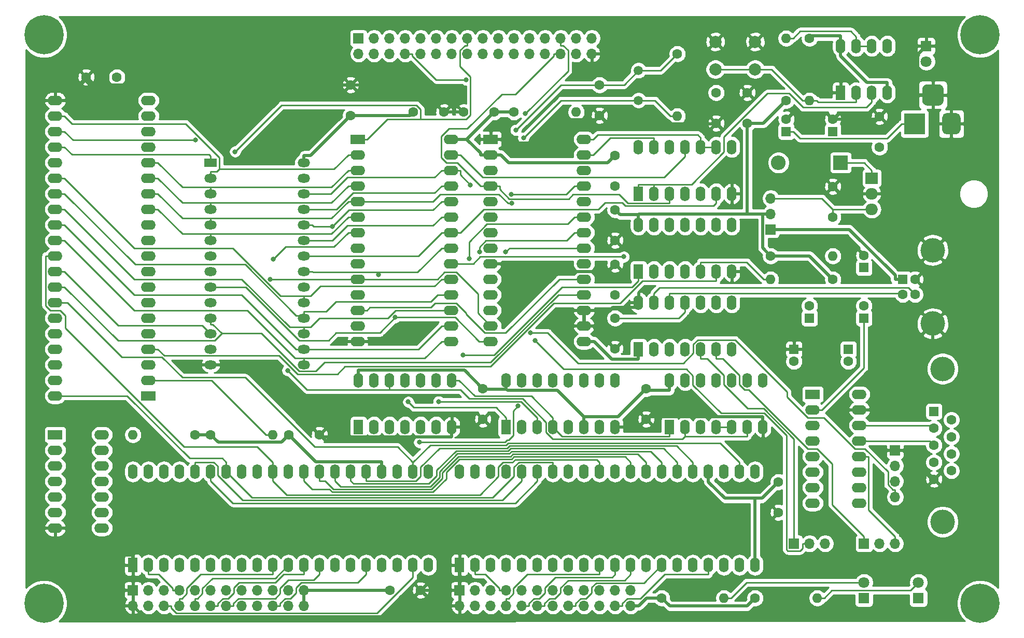
<source format=gtl>
G04 #@! TF.GenerationSoftware,KiCad,Pcbnew,(5.1.10)-1*
G04 #@! TF.CreationDate,2021-10-19T19:54:43+02:00*
G04 #@! TF.ProjectId,6502-cent1,36353032-2d63-4656-9e74-312e6b696361,rev?*
G04 #@! TF.SameCoordinates,Original*
G04 #@! TF.FileFunction,Copper,L1,Top*
G04 #@! TF.FilePolarity,Positive*
%FSLAX46Y46*%
G04 Gerber Fmt 4.6, Leading zero omitted, Abs format (unit mm)*
G04 Created by KiCad (PCBNEW (5.1.10)-1) date 2021-10-19 19:54:43*
%MOMM*%
%LPD*%
G01*
G04 APERTURE LIST*
G04 #@! TA.AperFunction,ComponentPad*
%ADD10R,3.500000X3.500000*%
G04 #@! TD*
G04 #@! TA.AperFunction,ComponentPad*
%ADD11C,1.600000*%
G04 #@! TD*
G04 #@! TA.AperFunction,ComponentPad*
%ADD12O,1.600000X1.600000*%
G04 #@! TD*
G04 #@! TA.AperFunction,ComponentPad*
%ADD13R,1.700000X1.700000*%
G04 #@! TD*
G04 #@! TA.AperFunction,ComponentPad*
%ADD14O,1.700000X1.700000*%
G04 #@! TD*
G04 #@! TA.AperFunction,ComponentPad*
%ADD15C,0.800000*%
G04 #@! TD*
G04 #@! TA.AperFunction,ComponentPad*
%ADD16C,6.400000*%
G04 #@! TD*
G04 #@! TA.AperFunction,ComponentPad*
%ADD17R,1.600000X2.400000*%
G04 #@! TD*
G04 #@! TA.AperFunction,ComponentPad*
%ADD18O,1.600000X2.400000*%
G04 #@! TD*
G04 #@! TA.AperFunction,ComponentPad*
%ADD19C,4.000000*%
G04 #@! TD*
G04 #@! TA.AperFunction,ComponentPad*
%ADD20R,1.600000X1.600000*%
G04 #@! TD*
G04 #@! TA.AperFunction,ComponentPad*
%ADD21O,2.000000X1.440000*%
G04 #@! TD*
G04 #@! TA.AperFunction,ComponentPad*
%ADD22R,2.000000X1.440000*%
G04 #@! TD*
G04 #@! TA.AperFunction,ComponentPad*
%ADD23C,1.500000*%
G04 #@! TD*
G04 #@! TA.AperFunction,ComponentPad*
%ADD24O,2.400000X1.600000*%
G04 #@! TD*
G04 #@! TA.AperFunction,ComponentPad*
%ADD25R,2.400000X1.600000*%
G04 #@! TD*
G04 #@! TA.AperFunction,ComponentPad*
%ADD26O,2.000000X1.905000*%
G04 #@! TD*
G04 #@! TA.AperFunction,ComponentPad*
%ADD27R,2.000000X1.905000*%
G04 #@! TD*
G04 #@! TA.AperFunction,ComponentPad*
%ADD28C,2.000000*%
G04 #@! TD*
G04 #@! TA.AperFunction,ComponentPad*
%ADD29C,1.800000*%
G04 #@! TD*
G04 #@! TA.AperFunction,ComponentPad*
%ADD30R,1.800000X1.800000*%
G04 #@! TD*
G04 #@! TA.AperFunction,ComponentPad*
%ADD31O,2.400000X2.400000*%
G04 #@! TD*
G04 #@! TA.AperFunction,ComponentPad*
%ADD32R,2.400000X2.400000*%
G04 #@! TD*
G04 #@! TA.AperFunction,ViaPad*
%ADD33C,0.800000*%
G04 #@! TD*
G04 #@! TA.AperFunction,Conductor*
%ADD34C,0.500000*%
G04 #@! TD*
G04 #@! TA.AperFunction,Conductor*
%ADD35C,0.250000*%
G04 #@! TD*
G04 #@! TA.AperFunction,Conductor*
%ADD36C,0.254000*%
G04 #@! TD*
G04 #@! TA.AperFunction,Conductor*
%ADD37C,0.100000*%
G04 #@! TD*
G04 APERTURE END LIST*
G04 #@! TA.AperFunction,ComponentPad*
G36*
G01*
X170485000Y-32525000D02*
X170485000Y-34275000D01*
G75*
G02*
X169610000Y-35150000I-875000J0D01*
G01*
X167860000Y-35150000D01*
G75*
G02*
X166985000Y-34275000I0J875000D01*
G01*
X166985000Y-32525000D01*
G75*
G02*
X167860000Y-31650000I875000J0D01*
G01*
X169610000Y-31650000D01*
G75*
G02*
X170485000Y-32525000I0J-875000D01*
G01*
G37*
G04 #@! TD.AperFunction*
G04 #@! TA.AperFunction,ComponentPad*
G36*
G01*
X173235000Y-37100000D02*
X173235000Y-39100000D01*
G75*
G02*
X172485000Y-39850000I-750000J0D01*
G01*
X170985000Y-39850000D01*
G75*
G02*
X170235000Y-39100000I0J750000D01*
G01*
X170235000Y-37100000D01*
G75*
G02*
X170985000Y-36350000I750000J0D01*
G01*
X172485000Y-36350000D01*
G75*
G02*
X173235000Y-37100000I0J-750000D01*
G01*
G37*
G04 #@! TD.AperFunction*
D10*
X165735000Y-38100000D03*
D11*
X160020000Y-36910000D03*
X160020000Y-41910000D03*
D12*
X110490000Y-36195000D03*
D11*
X100330000Y-36195000D03*
X152400000Y-48340000D03*
X152400000Y-53340000D03*
D13*
X146050000Y-106680000D03*
D14*
X148590000Y-106680000D03*
X151130000Y-106680000D03*
D15*
X178127056Y-114732944D03*
X176430000Y-114030000D03*
X174732944Y-114732944D03*
X174030000Y-116430000D03*
X174732944Y-118127056D03*
X176430000Y-118830000D03*
X178127056Y-118127056D03*
X178830000Y-116430000D03*
D16*
X176430000Y-116430000D03*
D15*
X25267056Y-114732944D03*
X23570000Y-114030000D03*
X21872944Y-114732944D03*
X21170000Y-116430000D03*
X21872944Y-118127056D03*
X23570000Y-118830000D03*
X25267056Y-118127056D03*
X25970000Y-116430000D03*
D16*
X23570000Y-116430000D03*
D15*
X178127056Y-21872944D03*
X176430000Y-21170000D03*
X174732944Y-21872944D03*
X174030000Y-23570000D03*
X174732944Y-25267056D03*
X176430000Y-25970000D03*
X178127056Y-25267056D03*
X178830000Y-23570000D03*
D16*
X176430000Y-23570000D03*
D15*
X25267056Y-21872944D03*
X23570000Y-21170000D03*
X21872944Y-21872944D03*
X21170000Y-23570000D03*
X21872944Y-25267056D03*
X23570000Y-25970000D03*
X25267056Y-25267056D03*
X25970000Y-23570000D03*
D16*
X23570000Y-23570000D03*
D14*
X162560000Y-99060000D03*
X162560000Y-96520000D03*
X162560000Y-93980000D03*
D13*
X162560000Y-91440000D03*
D17*
X38100000Y-110175000D03*
D18*
X86360000Y-94935000D03*
X40640000Y-110175000D03*
X83820000Y-94935000D03*
X43180000Y-110175000D03*
X81280000Y-94935000D03*
X45720000Y-110175000D03*
X78740000Y-94935000D03*
X48260000Y-110175000D03*
X76200000Y-94935000D03*
X50800000Y-110175000D03*
X73660000Y-94935000D03*
X53340000Y-110175000D03*
X71120000Y-94935000D03*
X55880000Y-110175000D03*
X68580000Y-94935000D03*
X58420000Y-110175000D03*
X66040000Y-94935000D03*
X60960000Y-110175000D03*
X63500000Y-94935000D03*
X63500000Y-110175000D03*
X60960000Y-94935000D03*
X66040000Y-110175000D03*
X58420000Y-94935000D03*
X68580000Y-110175000D03*
X55880000Y-94935000D03*
X71120000Y-110175000D03*
X53340000Y-94935000D03*
X73660000Y-110175000D03*
X50800000Y-94935000D03*
X76200000Y-110175000D03*
X48260000Y-94935000D03*
X78740000Y-110175000D03*
X45720000Y-94935000D03*
X81280000Y-110175000D03*
X43180000Y-94935000D03*
X83820000Y-110175000D03*
X40640000Y-94935000D03*
X86360000Y-110175000D03*
X38100000Y-94935000D03*
D13*
X38100000Y-114300000D03*
D14*
X38100000Y-116840000D03*
X40640000Y-114300000D03*
X40640000Y-116840000D03*
X43180000Y-114300000D03*
X43180000Y-116840000D03*
X45720000Y-114300000D03*
X45720000Y-116840000D03*
X48260000Y-114300000D03*
X48260000Y-116840000D03*
X50800000Y-114300000D03*
X50800000Y-116840000D03*
X53340000Y-114300000D03*
X53340000Y-116840000D03*
X55880000Y-114300000D03*
X55880000Y-116840000D03*
X58420000Y-114300000D03*
X58420000Y-116840000D03*
X60960000Y-114300000D03*
X60960000Y-116840000D03*
X63500000Y-114300000D03*
X63500000Y-116840000D03*
X66040000Y-114300000D03*
X66040000Y-116840000D03*
D19*
X170330000Y-78130000D03*
X170330000Y-103130000D03*
D11*
X171750000Y-94785000D03*
X171750000Y-92015000D03*
X171750000Y-89245000D03*
X171750000Y-86475000D03*
X168910000Y-96170000D03*
X168910000Y-93400000D03*
X168910000Y-90630000D03*
X168910000Y-87860000D03*
D20*
X168910000Y-85090000D03*
D18*
X153670000Y-25400000D03*
X161290000Y-33020000D03*
X156210000Y-25400000D03*
X158750000Y-33020000D03*
X158750000Y-25400000D03*
X156210000Y-33020000D03*
X161290000Y-25400000D03*
D17*
X153670000Y-33020000D03*
D21*
X66040000Y-77470000D03*
X50800000Y-77470000D03*
X66040000Y-74930000D03*
X50800000Y-74930000D03*
X66040000Y-72390000D03*
X50800000Y-72390000D03*
X66040000Y-69850000D03*
X50800000Y-69850000D03*
X66040000Y-67310000D03*
X50800000Y-67310000D03*
X66040000Y-64770000D03*
X50800000Y-64770000D03*
X66040000Y-62230000D03*
X50800000Y-62230000D03*
X66040000Y-59690000D03*
X50800000Y-59690000D03*
X66040000Y-57150000D03*
X50800000Y-57150000D03*
X66040000Y-54610000D03*
X50800000Y-54610000D03*
X66040000Y-52070000D03*
X50800000Y-52070000D03*
X66040000Y-49530000D03*
X50800000Y-49530000D03*
X66040000Y-46990000D03*
X50800000Y-46990000D03*
X66040000Y-44450000D03*
D22*
X50800000Y-44450000D03*
D23*
X120650000Y-29390000D03*
X120650000Y-34290000D03*
D24*
X33020000Y-88900000D03*
X25400000Y-104140000D03*
X33020000Y-91440000D03*
X25400000Y-101600000D03*
X33020000Y-93980000D03*
X25400000Y-99060000D03*
X33020000Y-96520000D03*
X25400000Y-96520000D03*
X33020000Y-99060000D03*
X25400000Y-93980000D03*
X33020000Y-101600000D03*
X25400000Y-91440000D03*
X33020000Y-104140000D03*
D25*
X25400000Y-88900000D03*
D24*
X111760000Y-40640000D03*
X96520000Y-73660000D03*
X111760000Y-43180000D03*
X96520000Y-71120000D03*
X111760000Y-45720000D03*
X96520000Y-68580000D03*
X111760000Y-48260000D03*
X96520000Y-66040000D03*
X111760000Y-50800000D03*
X96520000Y-63500000D03*
X111760000Y-53340000D03*
X96520000Y-60960000D03*
X111760000Y-55880000D03*
X96520000Y-58420000D03*
X111760000Y-58420000D03*
X96520000Y-55880000D03*
X111760000Y-60960000D03*
X96520000Y-53340000D03*
X111760000Y-63500000D03*
X96520000Y-50800000D03*
X111760000Y-66040000D03*
X96520000Y-48260000D03*
X111760000Y-68580000D03*
X96520000Y-45720000D03*
X111760000Y-71120000D03*
X96520000Y-43180000D03*
X111760000Y-73660000D03*
D25*
X96520000Y-40640000D03*
D24*
X156718000Y-82296000D03*
X149098000Y-100076000D03*
X156718000Y-84836000D03*
X149098000Y-97536000D03*
X156718000Y-87376000D03*
X149098000Y-94996000D03*
X156718000Y-89916000D03*
X149098000Y-92456000D03*
X156718000Y-92456000D03*
X149098000Y-89916000D03*
X156718000Y-94996000D03*
X149098000Y-87376000D03*
X156718000Y-97536000D03*
X149098000Y-84836000D03*
X156718000Y-100076000D03*
D25*
X149098000Y-82296000D03*
D18*
X120650000Y-67310000D03*
X135890000Y-74930000D03*
X123190000Y-67310000D03*
X133350000Y-74930000D03*
X125730000Y-67310000D03*
X130810000Y-74930000D03*
X128270000Y-67310000D03*
X128270000Y-74930000D03*
X130810000Y-67310000D03*
X125730000Y-74930000D03*
X133350000Y-67310000D03*
X123190000Y-74930000D03*
X135890000Y-67310000D03*
D17*
X120650000Y-74930000D03*
X91440000Y-110175000D03*
D18*
X139700000Y-94935000D03*
X93980000Y-110175000D03*
X137160000Y-94935000D03*
X96520000Y-110175000D03*
X134620000Y-94935000D03*
X99060000Y-110175000D03*
X132080000Y-94935000D03*
X101600000Y-110175000D03*
X129540000Y-94935000D03*
X104140000Y-110175000D03*
X127000000Y-94935000D03*
X106680000Y-110175000D03*
X124460000Y-94935000D03*
X109220000Y-110175000D03*
X121920000Y-94935000D03*
X111760000Y-110175000D03*
X119380000Y-94935000D03*
X114300000Y-110175000D03*
X116840000Y-94935000D03*
X116840000Y-110175000D03*
X114300000Y-94935000D03*
X119380000Y-110175000D03*
X111760000Y-94935000D03*
X121920000Y-110175000D03*
X109220000Y-94935000D03*
X124460000Y-110175000D03*
X106680000Y-94935000D03*
X127000000Y-110175000D03*
X104140000Y-94935000D03*
X129540000Y-110175000D03*
X101600000Y-94935000D03*
X132080000Y-110175000D03*
X99060000Y-94935000D03*
X134620000Y-110175000D03*
X96520000Y-94935000D03*
X137160000Y-110175000D03*
X93980000Y-94935000D03*
X139700000Y-110175000D03*
X91440000Y-94935000D03*
X99060000Y-80010000D03*
X116840000Y-87630000D03*
X101600000Y-80010000D03*
X114300000Y-87630000D03*
X104140000Y-80010000D03*
X111760000Y-87630000D03*
X106680000Y-80010000D03*
X109220000Y-87630000D03*
X109220000Y-80010000D03*
X106680000Y-87630000D03*
X111760000Y-80010000D03*
X104140000Y-87630000D03*
X114300000Y-80010000D03*
X101600000Y-87630000D03*
X116840000Y-80010000D03*
D17*
X99060000Y-87630000D03*
D18*
X120650000Y-54610000D03*
X135890000Y-62230000D03*
X123190000Y-54610000D03*
X133350000Y-62230000D03*
X125730000Y-54610000D03*
X130810000Y-62230000D03*
X128270000Y-54610000D03*
X128270000Y-62230000D03*
X130810000Y-54610000D03*
X125730000Y-62230000D03*
X133350000Y-54610000D03*
X123190000Y-62230000D03*
X135890000Y-54610000D03*
D17*
X120650000Y-62230000D03*
D18*
X74930000Y-80010000D03*
X90170000Y-87630000D03*
X77470000Y-80010000D03*
X87630000Y-87630000D03*
X80010000Y-80010000D03*
X85090000Y-87630000D03*
X82550000Y-80010000D03*
X82550000Y-87630000D03*
X85090000Y-80010000D03*
X80010000Y-87630000D03*
X87630000Y-80010000D03*
X77470000Y-87630000D03*
X90170000Y-80010000D03*
D17*
X74930000Y-87630000D03*
X125730000Y-87630000D03*
D18*
X140970000Y-80010000D03*
X128270000Y-87630000D03*
X138430000Y-80010000D03*
X130810000Y-87630000D03*
X135890000Y-80010000D03*
X133350000Y-87630000D03*
X133350000Y-80010000D03*
X135890000Y-87630000D03*
X130810000Y-80010000D03*
X138430000Y-87630000D03*
X128270000Y-80010000D03*
X140970000Y-87630000D03*
X125730000Y-80010000D03*
X120650000Y-41910000D03*
X135890000Y-49530000D03*
X123190000Y-41910000D03*
X133350000Y-49530000D03*
X125730000Y-41910000D03*
X130810000Y-49530000D03*
X128270000Y-41910000D03*
X128270000Y-49530000D03*
X130810000Y-41910000D03*
X125730000Y-49530000D03*
X133350000Y-41910000D03*
X123190000Y-49530000D03*
X135890000Y-41910000D03*
D17*
X120650000Y-49530000D03*
D24*
X25400000Y-82550000D03*
X40640000Y-34290000D03*
X25400000Y-80010000D03*
X40640000Y-36830000D03*
X25400000Y-77470000D03*
X40640000Y-39370000D03*
X25400000Y-74930000D03*
X40640000Y-41910000D03*
X25400000Y-72390000D03*
X40640000Y-44450000D03*
X25400000Y-69850000D03*
X40640000Y-46990000D03*
X25400000Y-67310000D03*
X40640000Y-49530000D03*
X25400000Y-64770000D03*
X40640000Y-52070000D03*
X25400000Y-62230000D03*
X40640000Y-54610000D03*
X25400000Y-59690000D03*
X40640000Y-57150000D03*
X25400000Y-57150000D03*
X40640000Y-59690000D03*
X25400000Y-54610000D03*
X40640000Y-62230000D03*
X25400000Y-52070000D03*
X40640000Y-64770000D03*
X25400000Y-49530000D03*
X40640000Y-67310000D03*
X25400000Y-46990000D03*
X40640000Y-69850000D03*
X25400000Y-44450000D03*
X40640000Y-72390000D03*
X25400000Y-41910000D03*
X40640000Y-74930000D03*
X25400000Y-39370000D03*
X40640000Y-77470000D03*
X25400000Y-36830000D03*
X40640000Y-80010000D03*
X25400000Y-34290000D03*
D25*
X40640000Y-82550000D03*
D24*
X90010000Y-40640000D03*
X74770000Y-73660000D03*
X90010000Y-43180000D03*
X74770000Y-71120000D03*
X90010000Y-45720000D03*
X74770000Y-68580000D03*
X90010000Y-48260000D03*
X74770000Y-66040000D03*
X90010000Y-50800000D03*
X74770000Y-63500000D03*
X90010000Y-53340000D03*
X74770000Y-60960000D03*
X90010000Y-55880000D03*
X74770000Y-58420000D03*
X90010000Y-58420000D03*
X74770000Y-55880000D03*
X90010000Y-60960000D03*
X74770000Y-53340000D03*
X90010000Y-63500000D03*
X74770000Y-50800000D03*
X90010000Y-66040000D03*
X74770000Y-48260000D03*
X90010000Y-68580000D03*
X74770000Y-45720000D03*
X90010000Y-71120000D03*
X74770000Y-43180000D03*
X90010000Y-73660000D03*
D25*
X74770000Y-40640000D03*
D26*
X158750000Y-52070000D03*
X158750000Y-49530000D03*
D27*
X158750000Y-46990000D03*
D28*
X133200000Y-29210000D03*
X133200000Y-24710000D03*
X139700000Y-29210000D03*
X139700000Y-24710000D03*
D12*
X149860000Y-115570000D03*
D11*
X139700000Y-115570000D03*
D12*
X134620000Y-115570000D03*
D11*
X124460000Y-115570000D03*
D12*
X127000000Y-36830000D03*
D11*
X127000000Y-26670000D03*
X152400000Y-63500000D03*
D12*
X142240000Y-63500000D03*
X60960000Y-88900000D03*
D11*
X50800000Y-88900000D03*
D12*
X38100000Y-88900000D03*
D11*
X48260000Y-88900000D03*
D12*
X144780000Y-24130000D03*
D11*
X144780000Y-34290000D03*
D12*
X148590000Y-34290000D03*
D11*
X148590000Y-24130000D03*
D12*
X152400000Y-59690000D03*
D11*
X142240000Y-59690000D03*
D13*
X157480000Y-106680000D03*
D14*
X160020000Y-106680000D03*
X162560000Y-106680000D03*
X142240000Y-50292000D03*
X142240000Y-52832000D03*
D13*
X142240000Y-55372000D03*
D19*
X168690000Y-58750000D03*
X168690000Y-70750000D03*
D11*
X165830000Y-63500000D03*
X165830000Y-66000000D03*
X163830000Y-66000000D03*
D20*
X163830000Y-63500000D03*
D13*
X91440000Y-114300000D03*
D14*
X91440000Y-116840000D03*
X93980000Y-114300000D03*
X93980000Y-116840000D03*
X96520000Y-114300000D03*
X96520000Y-116840000D03*
X99060000Y-114300000D03*
X99060000Y-116840000D03*
X101600000Y-114300000D03*
X101600000Y-116840000D03*
X104140000Y-114300000D03*
X104140000Y-116840000D03*
X106680000Y-114300000D03*
X106680000Y-116840000D03*
X109220000Y-114300000D03*
X109220000Y-116840000D03*
X111760000Y-114300000D03*
X111760000Y-116840000D03*
X114300000Y-114300000D03*
X114300000Y-116840000D03*
X116840000Y-114300000D03*
X116840000Y-116840000D03*
X119380000Y-114300000D03*
X119380000Y-116840000D03*
X113030000Y-26670000D03*
X113030000Y-24130000D03*
X110490000Y-26670000D03*
X110490000Y-24130000D03*
X107950000Y-26670000D03*
X107950000Y-24130000D03*
X105410000Y-26670000D03*
X105410000Y-24130000D03*
X102870000Y-26670000D03*
X102870000Y-24130000D03*
X100330000Y-26670000D03*
X100330000Y-24130000D03*
X97790000Y-26670000D03*
X97790000Y-24130000D03*
X95250000Y-26670000D03*
X95250000Y-24130000D03*
X92710000Y-26670000D03*
X92710000Y-24130000D03*
X90170000Y-26670000D03*
X90170000Y-24130000D03*
X87630000Y-26670000D03*
X87630000Y-24130000D03*
X85090000Y-26670000D03*
X85090000Y-24130000D03*
X82550000Y-26670000D03*
X82550000Y-24130000D03*
X80010000Y-26670000D03*
X80010000Y-24130000D03*
X77470000Y-26670000D03*
X77470000Y-24130000D03*
X74930000Y-26670000D03*
D13*
X74930000Y-24130000D03*
D29*
X166370000Y-113030000D03*
D30*
X166370000Y-115570000D03*
D29*
X157480000Y-113030000D03*
D30*
X157480000Y-115570000D03*
X167640000Y-25400000D03*
D29*
X167640000Y-27940000D03*
D31*
X143510000Y-44450000D03*
D32*
X153670000Y-44450000D03*
D11*
X116840000Y-61040000D03*
X116840000Y-66040000D03*
X116840000Y-74850000D03*
X116840000Y-69850000D03*
X114300000Y-36750000D03*
X114300000Y-31750000D03*
X146050000Y-76930000D03*
D20*
X146050000Y-74930000D03*
D11*
X157480000Y-67850000D03*
D20*
X157480000Y-69850000D03*
D11*
X97075000Y-36195000D03*
X92075000Y-36195000D03*
X148590000Y-67850000D03*
D20*
X148590000Y-69850000D03*
D11*
X154940000Y-76930000D03*
D20*
X154940000Y-74930000D03*
D11*
X157480000Y-59595000D03*
D20*
X157480000Y-61595000D03*
D11*
X143510000Y-96600000D03*
X143510000Y-101600000D03*
X85090000Y-114300000D03*
X80090000Y-114300000D03*
X95250000Y-81360000D03*
X95250000Y-86360000D03*
X116840000Y-52150000D03*
X116840000Y-57150000D03*
X63580000Y-88900000D03*
X68580000Y-88900000D03*
X121920000Y-81360000D03*
X121920000Y-86360000D03*
X116840000Y-43260000D03*
X116840000Y-48260000D03*
X83900000Y-36195000D03*
X88900000Y-36195000D03*
X73660000Y-36750000D03*
X73660000Y-31750000D03*
X35480000Y-30480000D03*
X30480000Y-30480000D03*
X152400000Y-37370000D03*
D20*
X152400000Y-39370000D03*
D11*
X133350000Y-38020000D03*
X133350000Y-33020000D03*
X138430000Y-38020000D03*
X138430000Y-33020000D03*
X144780000Y-37370000D03*
D20*
X144780000Y-39370000D03*
D33*
X100610500Y-39125300D03*
X103727400Y-73515700D03*
X103028600Y-72229800D03*
X102140000Y-36447700D03*
X99875000Y-49627100D03*
X92969900Y-60169400D03*
X94705900Y-59029500D03*
X98939000Y-59070400D03*
X54775700Y-42661900D03*
X93163200Y-48076300D03*
X48317300Y-40784600D03*
X78188600Y-62762500D03*
X70676400Y-54874800D03*
X92491500Y-30920200D03*
X88024900Y-83481700D03*
X99960900Y-51091900D03*
X83053300Y-83535800D03*
X60997900Y-60196000D03*
X80937700Y-69742400D03*
X60497800Y-63500000D03*
X118259500Y-59834700D03*
X63340900Y-78400600D03*
X91986500Y-75886000D03*
X84852500Y-90139800D03*
X100972400Y-84207000D03*
X101875500Y-40435600D03*
D34*
X30480000Y-31115000D02*
X30225300Y-31115000D01*
X30225300Y-31115000D02*
X27050300Y-34290000D01*
X73660000Y-31750000D02*
X31115000Y-31750000D01*
X31115000Y-31750000D02*
X30480000Y-31115000D01*
X30480000Y-31115000D02*
X30480000Y-30480000D01*
X25400000Y-34290000D02*
X27050300Y-34290000D01*
X88900000Y-36195000D02*
X84455000Y-31750000D01*
X84455000Y-31750000D02*
X73660000Y-31750000D01*
X98170300Y-40640000D02*
X98816200Y-41285900D01*
X98816200Y-41285900D02*
X102853000Y-41285900D01*
X102853000Y-41285900D02*
X106693500Y-37445400D01*
X106693500Y-37445400D02*
X113604600Y-37445400D01*
X113604600Y-37445400D02*
X114300000Y-36750000D01*
X120650000Y-67310000D02*
X119902000Y-68058000D01*
X119902000Y-68058000D02*
X116472300Y-68058000D01*
X116472300Y-68058000D02*
X113410300Y-71120000D01*
X111760000Y-71120000D02*
X113410300Y-71120000D01*
X113410300Y-71120000D02*
X113410300Y-71420300D01*
X113410300Y-71420300D02*
X116840000Y-74850000D01*
X111760000Y-68580000D02*
X111760000Y-71120000D01*
X116840000Y-87630000D02*
X120650000Y-87630000D01*
X120650000Y-87630000D02*
X121920000Y-86360000D01*
X85090000Y-114300000D02*
X90139700Y-114300000D01*
X38100000Y-116840000D02*
X39893100Y-118633100D01*
X39893100Y-118633100D02*
X80756900Y-118633100D01*
X80756900Y-118633100D02*
X85090000Y-114300000D01*
X91440000Y-114300000D02*
X90139700Y-114300000D01*
X98170300Y-60960000D02*
X99440300Y-62230000D01*
X99440300Y-62230000D02*
X115650000Y-62230000D01*
X115650000Y-62230000D02*
X116840000Y-61040000D01*
X96520000Y-40640000D02*
X98170300Y-40640000D01*
X133350000Y-38020000D02*
X133269800Y-38100200D01*
X133269800Y-38100200D02*
X115650200Y-38100200D01*
X115650200Y-38100200D02*
X114300000Y-36750000D01*
X92075000Y-36195000D02*
X88900000Y-36195000D01*
X96520000Y-60960000D02*
X98170300Y-60960000D01*
X162560000Y-91440000D02*
X163860300Y-91440000D01*
X163860300Y-91440000D02*
X168590300Y-96170000D01*
X168590300Y-96170000D02*
X168910000Y-96170000D01*
X38100000Y-110175000D02*
X38100000Y-108524700D01*
X38100000Y-108524700D02*
X31435000Y-108524700D01*
X31435000Y-108524700D02*
X27050300Y-104140000D01*
X25400000Y-104140000D02*
X27050300Y-104140000D01*
X156718000Y-84836000D02*
X158368300Y-84836000D01*
X168690000Y-70750000D02*
X168690000Y-74514300D01*
X168690000Y-74514300D02*
X158368300Y-84836000D01*
X166283100Y-33400000D02*
X168735000Y-33400000D01*
X160020000Y-36910000D02*
X163530000Y-33400000D01*
X163530000Y-33400000D02*
X166283100Y-33400000D01*
X166283100Y-33400000D02*
X166283100Y-26756900D01*
X166283100Y-26756900D02*
X167640000Y-25400000D01*
X90170000Y-87630000D02*
X90170000Y-89280300D01*
X90170000Y-89280300D02*
X68960300Y-89280300D01*
X68960300Y-89280300D02*
X68580000Y-88900000D01*
X90170000Y-87630000D02*
X93980000Y-87630000D01*
X93980000Y-87630000D02*
X95250000Y-86360000D01*
X140970000Y-87630000D02*
X140970000Y-85979700D01*
X140970000Y-85979700D02*
X122300300Y-85979700D01*
X122300300Y-85979700D02*
X121920000Y-86360000D01*
X50800000Y-77470000D02*
X52250300Y-77470000D01*
X52250300Y-77470000D02*
X57150000Y-77470000D01*
X57150000Y-77470000D02*
X68580000Y-88900000D01*
X152400000Y-37370000D02*
X159560000Y-37370000D01*
X159560000Y-37370000D02*
X160020000Y-36910000D01*
X91440000Y-114300000D02*
X91440000Y-111825300D01*
X91440000Y-110175000D02*
X91440000Y-111825300D01*
X158750000Y-49530000D02*
X153590000Y-49530000D01*
X153590000Y-49530000D02*
X152400000Y-48340000D01*
D35*
X152400000Y-52070000D02*
X152400000Y-53340000D01*
X142240000Y-50292000D02*
X150622000Y-50292000D01*
X150622000Y-50292000D02*
X152400000Y-52070000D01*
X152400000Y-52070000D02*
X157424700Y-52070000D01*
X158750000Y-52070000D02*
X157424700Y-52070000D01*
X165735000Y-38100000D02*
X163659700Y-38100000D01*
X144780000Y-39370000D02*
X145905300Y-39370000D01*
X145905300Y-39370000D02*
X147030700Y-40495400D01*
X147030700Y-40495400D02*
X161264300Y-40495400D01*
X161264300Y-40495400D02*
X163659700Y-38100000D01*
D34*
X120650000Y-76580300D02*
X116330600Y-76580300D01*
X116330600Y-76580300D02*
X113410300Y-73660000D01*
X138430000Y-38020000D02*
X141050000Y-38020000D01*
X141050000Y-38020000D02*
X144780000Y-34290000D01*
X138430000Y-52832000D02*
X138430000Y-38020000D01*
X138430000Y-52832000D02*
X140939700Y-52832000D01*
X120650000Y-52959700D02*
X120777700Y-52832000D01*
X120777700Y-52832000D02*
X138430000Y-52832000D01*
X74930000Y-78359700D02*
X92249700Y-78359700D01*
X92249700Y-78359700D02*
X95250000Y-81360000D01*
X142240000Y-59690000D02*
X140939700Y-58389700D01*
X140939700Y-58389700D02*
X140939700Y-52832000D01*
X152400000Y-63500000D02*
X148590000Y-59690000D01*
X148590000Y-59690000D02*
X142240000Y-59690000D01*
X116840000Y-52150000D02*
X117649700Y-52959700D01*
X117649700Y-52959700D02*
X120650000Y-52959700D01*
X142240000Y-52832000D02*
X140939700Y-52832000D01*
X111760000Y-73660000D02*
X113410300Y-73660000D01*
X120650000Y-74930000D02*
X120650000Y-76580300D01*
X78740000Y-94935000D02*
X78740000Y-93284700D01*
X78740000Y-93284700D02*
X67964700Y-93284700D01*
X67964700Y-93284700D02*
X63580000Y-88900000D01*
X132080000Y-94935000D02*
X132080000Y-96585300D01*
X139700000Y-99294100D02*
X134788800Y-99294100D01*
X134788800Y-99294100D02*
X132080000Y-96585300D01*
X143510000Y-96600000D02*
X140815900Y-99294100D01*
X140815900Y-99294100D02*
X139700000Y-99294100D01*
X139700000Y-99294100D02*
X139700000Y-108524700D01*
X139700000Y-110175000D02*
X139700000Y-108524700D01*
X92630000Y-40640000D02*
X97075000Y-36195000D01*
X91660300Y-40640000D02*
X92630000Y-40640000D01*
X92630000Y-40640000D02*
X94869700Y-42879700D01*
X94869700Y-42879700D02*
X94869700Y-43180000D01*
X96520000Y-43180000D02*
X94869700Y-43180000D01*
X100330000Y-36195000D02*
X97075000Y-36195000D01*
X90010000Y-40640000D02*
X91660300Y-40640000D01*
X96520000Y-43180000D02*
X98170300Y-43180000D01*
X116840000Y-43260000D02*
X115650100Y-44449900D01*
X115650100Y-44449900D02*
X99440200Y-44449900D01*
X99440200Y-44449900D02*
X98170300Y-43180000D01*
X66040000Y-114300000D02*
X66040000Y-115539700D01*
X80090000Y-114300000D02*
X66040000Y-114300000D01*
X66040000Y-116840000D02*
X66040000Y-115539700D01*
X153670000Y-25400000D02*
X153670000Y-23749700D01*
X148590000Y-24130000D02*
X148970300Y-23749700D01*
X148970300Y-23749700D02*
X153670000Y-23749700D01*
X125730000Y-80010000D02*
X125730000Y-81660300D01*
X121920000Y-81360000D02*
X122220300Y-81660300D01*
X122220300Y-81660300D02*
X125730000Y-81660300D01*
X111760000Y-85979700D02*
X117300300Y-85979700D01*
X117300300Y-85979700D02*
X121920000Y-81360000D01*
X74930000Y-80010000D02*
X74930000Y-78359700D01*
X50800000Y-88900000D02*
X52050400Y-90150400D01*
X52050400Y-90150400D02*
X62329600Y-90150400D01*
X62329600Y-90150400D02*
X63580000Y-88900000D01*
X48260000Y-88900000D02*
X50800000Y-88900000D01*
X124460000Y-115570000D02*
X125771800Y-116881800D01*
X125771800Y-116881800D02*
X138388200Y-116881800D01*
X138388200Y-116881800D02*
X139700000Y-115570000D01*
X120680300Y-116840000D02*
X121950300Y-115570000D01*
X121950300Y-115570000D02*
X124460000Y-115570000D01*
X153670000Y-25400000D02*
X153670000Y-27050300D01*
X161290000Y-33020000D02*
X161290000Y-31369700D01*
X161290000Y-31369700D02*
X157989400Y-31369700D01*
X157989400Y-31369700D02*
X153670000Y-27050300D01*
X95250000Y-81360000D02*
X95375200Y-81485200D01*
X95375200Y-81485200D02*
X99060000Y-81485200D01*
X66040000Y-44450000D02*
X66040000Y-43279700D01*
X66040000Y-43279700D02*
X67130300Y-43279700D01*
X67130300Y-43279700D02*
X73660000Y-36750000D01*
X99060000Y-81485200D02*
X99235200Y-81660400D01*
X99235200Y-81660400D02*
X107440700Y-81660400D01*
X107440700Y-81660400D02*
X111760000Y-85979700D01*
X99060000Y-80010000D02*
X99060000Y-81485200D01*
X111760000Y-87630000D02*
X111760000Y-85979700D01*
X119380000Y-116840000D02*
X120680300Y-116840000D01*
X120650000Y-54610000D02*
X120650000Y-52959700D01*
X73660000Y-36750000D02*
X83345000Y-36750000D01*
X83345000Y-36750000D02*
X83900000Y-36195000D01*
D35*
X147464700Y-34290000D02*
X142384700Y-29210000D01*
X142384700Y-29210000D02*
X139700000Y-29210000D01*
X133200000Y-29210000D02*
X139700000Y-29210000D01*
X148590000Y-34290000D02*
X147464700Y-34290000D01*
X156210000Y-33020000D02*
X156210000Y-34545300D01*
X148590000Y-34290000D02*
X149715300Y-34290000D01*
X149715300Y-34290000D02*
X149970600Y-34545300D01*
X149970600Y-34545300D02*
X156210000Y-34545300D01*
X156210000Y-25400000D02*
X156210000Y-23874700D01*
X156210000Y-23874700D02*
X155340000Y-23004700D01*
X155340000Y-23004700D02*
X147030600Y-23004700D01*
X147030600Y-23004700D02*
X145905300Y-24130000D01*
X144780000Y-24130000D02*
X145905300Y-24130000D01*
X158750000Y-25400000D02*
X156210000Y-25400000D01*
X149098000Y-84836000D02*
X150623300Y-84836000D01*
X157480000Y-69850000D02*
X157480000Y-77979300D01*
X157480000Y-77979300D02*
X150623300Y-84836000D01*
X114300000Y-31750000D02*
X107985800Y-31750000D01*
X107985800Y-31750000D02*
X100610500Y-39125300D01*
X120650000Y-29390000D02*
X118290000Y-31750000D01*
X118290000Y-31750000D02*
X114300000Y-31750000D01*
X120650000Y-29390000D02*
X124280000Y-29390000D01*
X124280000Y-29390000D02*
X127000000Y-26670000D01*
X128270000Y-67310000D02*
X128270000Y-68835300D01*
X116840000Y-69850000D02*
X127255300Y-69850000D01*
X127255300Y-69850000D02*
X128270000Y-68835300D01*
X158750000Y-46990000D02*
X158750000Y-45712200D01*
X153670000Y-44450000D02*
X157487800Y-44450000D01*
X157487800Y-44450000D02*
X158750000Y-45712200D01*
X134620000Y-115570000D02*
X135745300Y-115570000D01*
X157480000Y-113030000D02*
X138285300Y-113030000D01*
X138285300Y-113030000D02*
X135745300Y-115570000D01*
X103727400Y-73515700D02*
X108422700Y-78211000D01*
X108422700Y-78211000D02*
X128479500Y-78211000D01*
X128479500Y-78211000D02*
X129540000Y-79271500D01*
X129540000Y-79271500D02*
X129540000Y-80773900D01*
X129540000Y-80773900D02*
X134170400Y-85404300D01*
X134170400Y-85404300D02*
X141215800Y-85404300D01*
X141215800Y-85404300D02*
X144820200Y-89008700D01*
X144820200Y-89008700D02*
X144820200Y-107654200D01*
X144820200Y-107654200D02*
X145021400Y-107855400D01*
X145021400Y-107855400D02*
X147047300Y-107855400D01*
X147047300Y-107855400D02*
X147414700Y-107488000D01*
X147414700Y-107488000D02*
X147414700Y-106680000D01*
X148590000Y-106680000D02*
X147414700Y-106680000D01*
X149860000Y-115570000D02*
X150985300Y-115570000D01*
X166370000Y-113030000D02*
X165055400Y-114344600D01*
X165055400Y-114344600D02*
X152210700Y-114344600D01*
X152210700Y-114344600D02*
X150985300Y-115570000D01*
X162560000Y-97884700D02*
X162192600Y-97884700D01*
X162192600Y-97884700D02*
X161384700Y-97076800D01*
X161384700Y-97076800D02*
X161384700Y-94954200D01*
X161384700Y-94954200D02*
X157616500Y-91186000D01*
X157616500Y-91186000D02*
X155996500Y-91186000D01*
X155996500Y-91186000D02*
X150916500Y-86106000D01*
X150916500Y-86106000D02*
X148304100Y-86106000D01*
X148304100Y-86106000D02*
X144924600Y-82726500D01*
X144924600Y-82726500D02*
X144924600Y-81900300D01*
X144924600Y-81900300D02*
X136424400Y-73400100D01*
X136424400Y-73400100D02*
X130332300Y-73400100D01*
X130332300Y-73400100D02*
X129613900Y-74118500D01*
X129613900Y-74118500D02*
X129613900Y-75579100D01*
X129613900Y-75579100D02*
X127988900Y-77204100D01*
X127988900Y-77204100D02*
X110793900Y-77204100D01*
X110793900Y-77204100D02*
X105819600Y-72229800D01*
X105819600Y-72229800D02*
X103028600Y-72229800D01*
X162560000Y-99060000D02*
X162560000Y-97884700D01*
X142240000Y-63500000D02*
X141114700Y-63500000D01*
X130810000Y-62230000D02*
X130810000Y-60704700D01*
X130810000Y-60704700D02*
X138319400Y-60704700D01*
X138319400Y-60704700D02*
X141114700Y-63500000D01*
X106680000Y-94935000D02*
X106680000Y-93409700D01*
X106680000Y-93409700D02*
X101126300Y-93409700D01*
X101126300Y-93409700D02*
X100330000Y-94206000D01*
X100330000Y-94206000D02*
X100330000Y-95670300D01*
X100330000Y-95670300D02*
X96834600Y-99165700D01*
X96834600Y-99165700D02*
X57570700Y-99165700D01*
X57570700Y-99165700D02*
X53340000Y-94935000D01*
X96520000Y-48260000D02*
X94847500Y-48260000D01*
X94847500Y-48260000D02*
X91037500Y-44450000D01*
X91037500Y-44450000D02*
X89274200Y-44450000D01*
X89274200Y-44450000D02*
X88457800Y-43633600D01*
X88457800Y-43633600D02*
X88457800Y-40194100D01*
X88457800Y-40194100D02*
X89741500Y-38910400D01*
X89741500Y-38910400D02*
X92681100Y-38910400D01*
X92681100Y-38910400D02*
X98315700Y-33275800D01*
X98315700Y-33275800D02*
X100536300Y-33275800D01*
X100536300Y-33275800D02*
X106774700Y-27037400D01*
X106774700Y-27037400D02*
X106774700Y-26670000D01*
X53340000Y-94501500D02*
X53340000Y-94935000D01*
X53340000Y-93409700D02*
X52703300Y-92773000D01*
X52703300Y-92773000D02*
X47343800Y-92773000D01*
X47343800Y-92773000D02*
X37120800Y-82550000D01*
X37120800Y-82550000D02*
X26925300Y-82550000D01*
X125730000Y-49530000D02*
X125730000Y-51055300D01*
X96520000Y-48260000D02*
X98045300Y-48260000D01*
X98045300Y-48260000D02*
X98045300Y-48832700D01*
X98045300Y-48832700D02*
X99572100Y-50359500D01*
X99572100Y-50359500D02*
X109265200Y-50359500D01*
X109265200Y-50359500D02*
X109982900Y-49641800D01*
X109982900Y-49641800D02*
X117516100Y-49641800D01*
X117516100Y-49641800D02*
X118929600Y-51055300D01*
X118929600Y-51055300D02*
X125730000Y-51055300D01*
X107950000Y-26670000D02*
X106774700Y-26670000D01*
X53340000Y-94501500D02*
X53340000Y-93409700D01*
X25400000Y-82550000D02*
X26925300Y-82550000D01*
X107950000Y-25305300D02*
X108317300Y-25305300D01*
X108317300Y-25305300D02*
X109140600Y-26128600D01*
X109140600Y-26128600D02*
X109140600Y-29447100D01*
X109140600Y-29447100D02*
X102140000Y-36447700D01*
X107950000Y-24130000D02*
X107950000Y-25305300D01*
X83820000Y-93409700D02*
X81299100Y-90888800D01*
X81299100Y-90888800D02*
X67768200Y-90888800D01*
X67768200Y-90888800D02*
X56439000Y-79559600D01*
X56439000Y-79559600D02*
X46158000Y-79559600D01*
X46158000Y-79559600D02*
X42798400Y-76200000D01*
X42798400Y-76200000D02*
X36305800Y-76200000D01*
X36305800Y-76200000D02*
X27415800Y-67310000D01*
X27415800Y-67310000D02*
X25400000Y-67310000D01*
X137160000Y-93409700D02*
X134007900Y-90257600D01*
X134007900Y-90257600D02*
X99393500Y-90257600D01*
X99393500Y-90257600D02*
X99054100Y-90597000D01*
X99054100Y-90597000D02*
X86632700Y-90597000D01*
X86632700Y-90597000D02*
X83820000Y-93409700D01*
X83820000Y-94935000D02*
X83820000Y-93409700D01*
X137160000Y-94935000D02*
X137160000Y-93409700D01*
X130810000Y-41910000D02*
X130810000Y-40384700D01*
X111760000Y-40640000D02*
X113285300Y-40640000D01*
X113285300Y-40640000D02*
X113999200Y-39926100D01*
X113999200Y-39926100D02*
X130351400Y-39926100D01*
X130351400Y-39926100D02*
X130810000Y-40384700D01*
X133350000Y-41910000D02*
X130810000Y-41910000D01*
X129540000Y-93409700D02*
X126838200Y-90707900D01*
X126838200Y-90707900D02*
X99580100Y-90707900D01*
X99580100Y-90707900D02*
X99200000Y-91088000D01*
X99200000Y-91088000D02*
X88209300Y-91088000D01*
X88209300Y-91088000D02*
X85090000Y-94207300D01*
X85090000Y-94207300D02*
X85090000Y-95692300D01*
X85090000Y-95692300D02*
X84322000Y-96460300D01*
X84322000Y-96460300D02*
X76200000Y-96460300D01*
X76200000Y-94935000D02*
X76200000Y-96460300D01*
X129540000Y-94935000D02*
X129540000Y-93409700D01*
X123190000Y-41910000D02*
X123190000Y-40384700D01*
X111760000Y-43180000D02*
X113285300Y-43180000D01*
X113285300Y-43180000D02*
X116080600Y-40384700D01*
X116080600Y-40384700D02*
X123190000Y-40384700D01*
X25400000Y-46990000D02*
X26925300Y-46990000D01*
X26925300Y-46990000D02*
X38355300Y-58420000D01*
X38355300Y-58420000D02*
X54372700Y-58420000D01*
X54372700Y-58420000D02*
X62217400Y-66264700D01*
X62217400Y-66264700D02*
X66040000Y-66264700D01*
X66040000Y-67310000D02*
X66040000Y-66264700D01*
X90010000Y-63500000D02*
X88484700Y-63500000D01*
X88484700Y-63500000D02*
X87325600Y-64659100D01*
X87325600Y-64659100D02*
X68690900Y-64659100D01*
X68690900Y-64659100D02*
X67085300Y-66264700D01*
X67085300Y-66264700D02*
X66040000Y-66264700D01*
X127000000Y-93409700D02*
X124748500Y-91158200D01*
X124748500Y-91158200D02*
X99766700Y-91158200D01*
X99766700Y-91158200D02*
X99370200Y-91554700D01*
X99370200Y-91554700D02*
X90865800Y-91554700D01*
X90865800Y-91554700D02*
X87708100Y-94712400D01*
X87708100Y-94712400D02*
X87708100Y-95588300D01*
X87708100Y-95588300D02*
X86385800Y-96910600D01*
X86385800Y-96910600D02*
X74110300Y-96910600D01*
X74110300Y-96910600D02*
X73660000Y-96460300D01*
X73660000Y-94935000D02*
X73660000Y-96460300D01*
X111760000Y-48260000D02*
X110234700Y-48260000D01*
X110234700Y-48260000D02*
X108867600Y-49627100D01*
X108867600Y-49627100D02*
X99875000Y-49627100D01*
X127000000Y-94935000D02*
X127000000Y-93409700D01*
X88484700Y-66040000D02*
X87847900Y-66040000D01*
X87847900Y-66040000D02*
X86722400Y-67165500D01*
X86722400Y-67165500D02*
X71264400Y-67165500D01*
X71264400Y-67165500D02*
X69625200Y-68804700D01*
X69625200Y-68804700D02*
X66040000Y-68804700D01*
X124460000Y-93409700D02*
X122658800Y-91608500D01*
X122658800Y-91608500D02*
X99953300Y-91608500D01*
X99953300Y-91608500D02*
X99556800Y-92005000D01*
X99556800Y-92005000D02*
X91052400Y-92005000D01*
X91052400Y-92005000D02*
X88158400Y-94899000D01*
X88158400Y-94899000D02*
X88158400Y-95854300D01*
X88158400Y-95854300D02*
X86651800Y-97360900D01*
X86651800Y-97360900D02*
X72020600Y-97360900D01*
X72020600Y-97360900D02*
X71120000Y-96460300D01*
X124460000Y-94935000D02*
X124460000Y-93409700D01*
X71120000Y-94935000D02*
X71120000Y-96460300D01*
X26925300Y-49530000D02*
X38499900Y-61104600D01*
X38499900Y-61104600D02*
X56420400Y-61104600D01*
X56420400Y-61104600D02*
X64766200Y-69450400D01*
X64766200Y-69450400D02*
X66040000Y-69450400D01*
X25400000Y-49530000D02*
X26925300Y-49530000D01*
X66040000Y-69450400D02*
X66040000Y-68804700D01*
X66040000Y-69850000D02*
X66040000Y-69450400D01*
X89247400Y-66040000D02*
X90010000Y-66040000D01*
X89247400Y-66040000D02*
X88484700Y-66040000D01*
X111760000Y-53340000D02*
X110234700Y-53340000D01*
X110234700Y-53340000D02*
X109109300Y-54465400D01*
X109109300Y-54465400D02*
X95926400Y-54465400D01*
X95926400Y-54465400D02*
X92969900Y-57421900D01*
X92969900Y-57421900D02*
X92969900Y-60169400D01*
X121920000Y-93409700D02*
X120569100Y-92058800D01*
X120569100Y-92058800D02*
X100139900Y-92058800D01*
X100139900Y-92058800D02*
X99743400Y-92455300D01*
X99743400Y-92455300D02*
X91239000Y-92455300D01*
X91239000Y-92455300D02*
X88608700Y-95085600D01*
X88608700Y-95085600D02*
X88608700Y-96040900D01*
X88608700Y-96040900D02*
X86838400Y-97811200D01*
X86838400Y-97811200D02*
X70817700Y-97811200D01*
X70817700Y-97811200D02*
X70817700Y-97811100D01*
X70817700Y-97811100D02*
X69466900Y-96460300D01*
X69466900Y-96460300D02*
X68580000Y-96460300D01*
X88484700Y-68580000D02*
X80954300Y-68580000D01*
X80954300Y-68580000D02*
X79684300Y-69850000D01*
X79684300Y-69850000D02*
X68580000Y-69850000D01*
X68580000Y-69850000D02*
X67085300Y-71344700D01*
X67085300Y-71344700D02*
X66040000Y-71344700D01*
X25400000Y-52070000D02*
X26925300Y-52070000D01*
X26925300Y-52070000D02*
X38355300Y-63500000D01*
X38355300Y-63500000D02*
X55860500Y-63500000D01*
X55860500Y-63500000D02*
X63705200Y-71344700D01*
X63705200Y-71344700D02*
X66040000Y-71344700D01*
X66040000Y-72390000D02*
X66040000Y-71344700D01*
X90010000Y-68580000D02*
X88484700Y-68580000D01*
X121920000Y-94935000D02*
X121920000Y-93409700D01*
X68580000Y-94935000D02*
X68580000Y-96460300D01*
X88484700Y-71120000D02*
X84674700Y-74930000D01*
X84674700Y-74930000D02*
X66040000Y-74930000D01*
X26925300Y-54610000D02*
X38355300Y-66040000D01*
X38355300Y-66040000D02*
X55824700Y-66040000D01*
X55824700Y-66040000D02*
X64714700Y-74930000D01*
X119380000Y-93409700D02*
X118479400Y-92509100D01*
X118479400Y-92509100D02*
X100326500Y-92509100D01*
X100326500Y-92509100D02*
X99930000Y-92905600D01*
X99930000Y-92905600D02*
X91425600Y-92905600D01*
X91425600Y-92905600D02*
X89284100Y-95047100D01*
X89284100Y-95047100D02*
X89284100Y-96091800D01*
X89284100Y-96091800D02*
X87114400Y-98261500D01*
X87114400Y-98261500D02*
X70631100Y-98261500D01*
X70631100Y-98261500D02*
X70180900Y-97811300D01*
X70180900Y-97811300D02*
X70180900Y-97811200D01*
X70180900Y-97811200D02*
X67390900Y-97811200D01*
X67390900Y-97811200D02*
X66040000Y-96460300D01*
X111760000Y-55880000D02*
X110234700Y-55880000D01*
X110234700Y-55880000D02*
X108930500Y-57184200D01*
X108930500Y-57184200D02*
X95754500Y-57184200D01*
X95754500Y-57184200D02*
X94706000Y-58232700D01*
X94706000Y-58232700D02*
X94706000Y-59029500D01*
X94706000Y-59029500D02*
X94705900Y-59029500D01*
X119380000Y-94935000D02*
X119380000Y-93409700D01*
X66040000Y-94935000D02*
X66040000Y-96460300D01*
X66040000Y-74930000D02*
X64714700Y-74930000D01*
X25400000Y-54610000D02*
X26925300Y-54610000D01*
X90010000Y-71120000D02*
X88484700Y-71120000D01*
X25400000Y-57150000D02*
X26925300Y-57150000D01*
X26925300Y-57150000D02*
X38355300Y-68580000D01*
X38355300Y-68580000D02*
X56750300Y-68580000D01*
X56750300Y-68580000D02*
X64595000Y-76424700D01*
X64595000Y-76424700D02*
X66040000Y-76424700D01*
X66040000Y-77470000D02*
X66040000Y-76424700D01*
X90010000Y-73660000D02*
X88484700Y-73660000D01*
X88484700Y-73660000D02*
X85720000Y-76424700D01*
X85720000Y-76424700D02*
X66040000Y-76424700D01*
X111760000Y-58420000D02*
X99589400Y-58420000D01*
X99589400Y-58420000D02*
X98939000Y-59070400D01*
X114300000Y-93409700D02*
X113849700Y-92959400D01*
X113849700Y-92959400D02*
X100513100Y-92959400D01*
X100513100Y-92959400D02*
X100062800Y-93409700D01*
X100062800Y-93409700D02*
X98541800Y-93409700D01*
X98541800Y-93409700D02*
X97790000Y-94161500D01*
X97790000Y-94161500D02*
X97790000Y-95670300D01*
X97790000Y-95670300D02*
X94748500Y-98711800D01*
X94748500Y-98711800D02*
X63211500Y-98711800D01*
X63211500Y-98711800D02*
X60960000Y-96460300D01*
X60960000Y-94935000D02*
X60960000Y-96460300D01*
X114300000Y-94935000D02*
X114300000Y-93409700D01*
X25400000Y-59690000D02*
X23874700Y-59690000D01*
X60960000Y-94935000D02*
X60960000Y-93409700D01*
X60960000Y-93409700D02*
X58422100Y-90871800D01*
X58422100Y-90871800D02*
X46457400Y-90871800D01*
X46457400Y-90871800D02*
X27065300Y-71479700D01*
X27065300Y-71479700D02*
X27065300Y-69459600D01*
X27065300Y-69459600D02*
X26185700Y-68580000D01*
X26185700Y-68580000D02*
X24640400Y-68580000D01*
X24640400Y-68580000D02*
X23874700Y-67814300D01*
X23874700Y-67814300D02*
X23874700Y-59690000D01*
X74770000Y-68580000D02*
X76295300Y-68580000D01*
X111760000Y-63500000D02*
X107702100Y-63500000D01*
X107702100Y-63500000D02*
X98952600Y-72249500D01*
X98952600Y-72249500D02*
X95575900Y-72249500D01*
X95575900Y-72249500D02*
X92495200Y-69168800D01*
X92495200Y-69168800D02*
X92495200Y-69061500D01*
X92495200Y-69061500D02*
X90880600Y-67446900D01*
X90880600Y-67446900D02*
X87396100Y-67446900D01*
X87396100Y-67446900D02*
X86729300Y-68113700D01*
X86729300Y-68113700D02*
X76761600Y-68113700D01*
X76761600Y-68113700D02*
X76295300Y-68580000D01*
X25400000Y-62230000D02*
X26925300Y-62230000D01*
X50800000Y-72390000D02*
X49443500Y-71033500D01*
X49443500Y-71033500D02*
X35728800Y-71033500D01*
X35728800Y-71033500D02*
X26925300Y-62230000D01*
X52600100Y-72357200D02*
X59083100Y-72357200D01*
X59083100Y-72357200D02*
X65269400Y-78543500D01*
X65269400Y-78543500D02*
X67957700Y-78543500D01*
X67957700Y-78543500D02*
X69423400Y-77077800D01*
X69423400Y-77077800D02*
X96517900Y-77077800D01*
X96517900Y-77077800D02*
X107555700Y-66040000D01*
X107555700Y-66040000D02*
X110234700Y-66040000D01*
X50800000Y-70895300D02*
X51138200Y-70895300D01*
X51138200Y-70895300D02*
X52600100Y-72357200D01*
X52600100Y-72357200D02*
X51436500Y-73520800D01*
X51436500Y-73520800D02*
X35676100Y-73520800D01*
X35676100Y-73520800D02*
X26925300Y-64770000D01*
X25400000Y-64770000D02*
X26925300Y-64770000D01*
X111760000Y-66040000D02*
X110234700Y-66040000D01*
X50800000Y-69850000D02*
X50800000Y-70895300D01*
X133350000Y-87630000D02*
X135890000Y-87630000D01*
X85051000Y-37328600D02*
X92535700Y-37328600D01*
X92535700Y-37328600D02*
X93221700Y-36642600D01*
X93221700Y-36642600D02*
X93221700Y-30441200D01*
X93221700Y-30441200D02*
X91516100Y-28735600D01*
X91516100Y-28735600D02*
X91516100Y-26131900D01*
X91516100Y-26131900D02*
X92342700Y-25305300D01*
X92342700Y-25305300D02*
X92710000Y-25305300D01*
X85051000Y-37328600D02*
X85051000Y-35723000D01*
X85051000Y-35723000D02*
X84380600Y-35052600D01*
X84380600Y-35052600D02*
X62385000Y-35052600D01*
X62385000Y-35052600D02*
X54775700Y-42661900D01*
X76295300Y-40640000D02*
X79606700Y-37328600D01*
X79606700Y-37328600D02*
X85051000Y-37328600D01*
X50800000Y-44450000D02*
X50800000Y-43404700D01*
X74770000Y-40640000D02*
X76295300Y-40640000D01*
X92710000Y-24130000D02*
X92710000Y-25305300D01*
X25400000Y-41910000D02*
X26925300Y-41910000D01*
X26925300Y-41910000D02*
X28129400Y-43114100D01*
X28129400Y-43114100D02*
X50509400Y-43114100D01*
X50509400Y-43114100D02*
X50800000Y-43404700D01*
X90010000Y-45720000D02*
X91535300Y-45720000D01*
X93163200Y-48076300D02*
X91535300Y-46448400D01*
X91535300Y-46448400D02*
X91535300Y-45720000D01*
X48317300Y-40784600D02*
X28339900Y-40784600D01*
X28339900Y-40784600D02*
X26925300Y-39370000D01*
X25400000Y-39370000D02*
X26925300Y-39370000D01*
X88484700Y-45720000D02*
X87359300Y-46845400D01*
X87359300Y-46845400D02*
X73107300Y-46845400D01*
X73107300Y-46845400D02*
X70422700Y-49530000D01*
X70422700Y-49530000D02*
X66040000Y-49530000D01*
X90010000Y-45720000D02*
X88484700Y-45720000D01*
X52181600Y-45503300D02*
X51740200Y-45944700D01*
X51740200Y-45944700D02*
X50800000Y-45944700D01*
X26925300Y-36830000D02*
X28195300Y-38100000D01*
X28195300Y-38100000D02*
X46691200Y-38100000D01*
X46691200Y-38100000D02*
X52181600Y-43590400D01*
X52181600Y-43590400D02*
X52181600Y-45503300D01*
X73244700Y-43180000D02*
X70921400Y-45503300D01*
X70921400Y-45503300D02*
X52181600Y-45503300D01*
X25400000Y-36830000D02*
X26925300Y-36830000D01*
X50800000Y-46990000D02*
X50800000Y-45944700D01*
X74770000Y-43180000D02*
X73244700Y-43180000D01*
X88484700Y-53340000D02*
X87071400Y-54753300D01*
X87071400Y-54753300D02*
X73097600Y-54753300D01*
X73097600Y-54753300D02*
X70700900Y-57150000D01*
X70700900Y-57150000D02*
X66040000Y-57150000D01*
X90010000Y-53340000D02*
X88484700Y-53340000D01*
X78188600Y-62374400D02*
X78188600Y-62762500D01*
X88484700Y-58420000D02*
X84530300Y-62374400D01*
X84530300Y-62374400D02*
X78188600Y-62374400D01*
X67365300Y-62230000D02*
X67509700Y-62374400D01*
X67509700Y-62374400D02*
X78188600Y-62374400D01*
X66040000Y-62230000D02*
X67365300Y-62230000D01*
X90010000Y-58420000D02*
X88484700Y-58420000D01*
X70676400Y-54874800D02*
X67630100Y-54874800D01*
X67630100Y-54874800D02*
X67365300Y-54610000D01*
X88484700Y-50800000D02*
X87117400Y-52167300D01*
X87117400Y-52167300D02*
X73383900Y-52167300D01*
X73383900Y-52167300D02*
X70676400Y-54874800D01*
X66040000Y-54610000D02*
X67365300Y-54610000D01*
X90010000Y-50800000D02*
X88484700Y-50800000D01*
X66040000Y-52070000D02*
X71337800Y-52070000D01*
X71337800Y-52070000D02*
X74022400Y-49385400D01*
X74022400Y-49385400D02*
X87359300Y-49385400D01*
X87359300Y-49385400D02*
X88484700Y-48260000D01*
X90010000Y-48260000D02*
X88484700Y-48260000D01*
X82550000Y-26670000D02*
X83725300Y-26670000D01*
X83725300Y-26670000D02*
X83725300Y-27037300D01*
X83725300Y-27037300D02*
X87608200Y-30920200D01*
X87608200Y-30920200D02*
X92491500Y-30920200D01*
X40640000Y-44450000D02*
X42165300Y-44450000D01*
X42165300Y-44450000D02*
X46200000Y-48484700D01*
X46200000Y-48484700D02*
X50800000Y-48484700D01*
X50800000Y-49530000D02*
X50800000Y-48484700D01*
X74770000Y-45720000D02*
X73244700Y-45720000D01*
X73244700Y-45720000D02*
X70480000Y-48484700D01*
X70480000Y-48484700D02*
X50800000Y-48484700D01*
X104140000Y-86104700D02*
X101517000Y-83481700D01*
X101517000Y-83481700D02*
X88024900Y-83481700D01*
X104140000Y-87630000D02*
X104140000Y-86104700D01*
X50800000Y-51024700D02*
X46200000Y-51024700D01*
X46200000Y-51024700D02*
X42165300Y-46990000D01*
X73244700Y-48260000D02*
X70480000Y-51024700D01*
X70480000Y-51024700D02*
X50800000Y-51024700D01*
X74770000Y-48260000D02*
X73244700Y-48260000D01*
X40640000Y-46990000D02*
X42165300Y-46990000D01*
X50800000Y-52070000D02*
X50800000Y-51024700D01*
X74770000Y-50800000D02*
X87074700Y-50800000D01*
X87074700Y-50800000D02*
X88245900Y-49628800D01*
X88245900Y-49628800D02*
X97860900Y-49628800D01*
X97860900Y-49628800D02*
X99324000Y-51091900D01*
X99324000Y-51091900D02*
X99960900Y-51091900D01*
X40640000Y-49530000D02*
X42165300Y-49530000D01*
X42165300Y-49530000D02*
X46200000Y-53564700D01*
X46200000Y-53564700D02*
X50800000Y-53564700D01*
X50800000Y-54610000D02*
X50800000Y-53564700D01*
X74770000Y-50800000D02*
X73244700Y-50800000D01*
X73244700Y-50800000D02*
X70480000Y-53564700D01*
X70480000Y-53564700D02*
X50800000Y-53564700D01*
X73244700Y-53340000D02*
X70480000Y-56104700D01*
X70480000Y-56104700D02*
X50800000Y-56104700D01*
X50800000Y-56104700D02*
X46200000Y-56104700D01*
X46200000Y-56104700D02*
X42165300Y-52070000D01*
X99060000Y-87630000D02*
X99060000Y-86104700D01*
X83053300Y-83535800D02*
X83990700Y-84473200D01*
X83990700Y-84473200D02*
X97428500Y-84473200D01*
X97428500Y-84473200D02*
X99060000Y-86104700D01*
X40640000Y-52070000D02*
X42165300Y-52070000D01*
X50800000Y-57150000D02*
X50800000Y-56104700D01*
X74770000Y-53340000D02*
X73244700Y-53340000D01*
X73244700Y-55880000D02*
X70929300Y-58195400D01*
X70929300Y-58195400D02*
X62998500Y-58195400D01*
X62998500Y-58195400D02*
X60997900Y-60196000D01*
X74770000Y-55880000D02*
X73244700Y-55880000D01*
X50800000Y-96460300D02*
X54406000Y-100066300D01*
X54406000Y-100066300D02*
X100534000Y-100066300D01*
X100534000Y-100066300D02*
X104140000Y-96460300D01*
X104140000Y-94935000D02*
X104140000Y-96460300D01*
X50800000Y-94935000D02*
X50800000Y-96460300D01*
X48260000Y-93409700D02*
X51308200Y-93409700D01*
X51308200Y-93409700D02*
X51925400Y-94026900D01*
X51925400Y-94026900D02*
X51925400Y-95523300D01*
X51925400Y-95523300D02*
X56018100Y-99616000D01*
X56018100Y-99616000D02*
X98444300Y-99616000D01*
X98444300Y-99616000D02*
X101600000Y-96460300D01*
X101600000Y-94935000D02*
X101600000Y-96460300D01*
X48260000Y-94935000D02*
X48260000Y-93409700D01*
X80937700Y-69742400D02*
X78434700Y-72245400D01*
X78434700Y-72245400D02*
X71264500Y-72245400D01*
X71264500Y-72245400D02*
X70035100Y-73474800D01*
X70035100Y-73474800D02*
X65198400Y-73474800D01*
X65198400Y-73474800D02*
X56493600Y-64770000D01*
X56493600Y-64770000D02*
X50800000Y-64770000D01*
X80937700Y-69742400D02*
X90684700Y-69742400D01*
X90684700Y-69742400D02*
X94602300Y-73660000D01*
X94602300Y-73660000D02*
X96520000Y-73660000D01*
X74770000Y-63500000D02*
X76295300Y-63500000D01*
X76295300Y-63500000D02*
X87809800Y-63500000D01*
X87809800Y-63500000D02*
X88956100Y-62353700D01*
X88956100Y-62353700D02*
X90856700Y-62353700D01*
X90856700Y-62353700D02*
X94432500Y-65929500D01*
X94432500Y-65929500D02*
X94432500Y-69032500D01*
X94432500Y-69032500D02*
X96520000Y-71120000D01*
X74770000Y-63500000D02*
X60497800Y-63500000D01*
X76200000Y-110175000D02*
X76200000Y-111700300D01*
X60960000Y-116840000D02*
X62135300Y-116840000D01*
X62135300Y-116840000D02*
X62135300Y-116472600D01*
X62135300Y-116472600D02*
X62943200Y-115664700D01*
X62943200Y-115664700D02*
X63836300Y-115664700D01*
X63836300Y-115664700D02*
X64770000Y-114731000D01*
X64770000Y-114731000D02*
X64770000Y-113899400D01*
X64770000Y-113899400D02*
X65581300Y-113088100D01*
X65581300Y-113088100D02*
X74812200Y-113088100D01*
X74812200Y-113088100D02*
X76200000Y-111700300D01*
X68580000Y-111700300D02*
X67642700Y-112637600D01*
X67642700Y-112637600D02*
X63465800Y-112637600D01*
X63465800Y-112637600D02*
X62135400Y-113968000D01*
X62135400Y-113968000D02*
X62135400Y-114869200D01*
X62135400Y-114869200D02*
X61339900Y-115664700D01*
X61339900Y-115664700D02*
X55323200Y-115664700D01*
X55323200Y-115664700D02*
X54515300Y-116472600D01*
X54515300Y-116472600D02*
X54515300Y-116840000D01*
X53340000Y-116840000D02*
X54515300Y-116840000D01*
X68580000Y-110175000D02*
X68580000Y-111700300D01*
X51975300Y-116840000D02*
X51975300Y-116472600D01*
X51975300Y-116472600D02*
X52783200Y-115664700D01*
X52783200Y-115664700D02*
X53659500Y-115664700D01*
X53659500Y-115664700D02*
X54576600Y-114747600D01*
X54576600Y-114747600D02*
X54576600Y-113881600D01*
X54576600Y-113881600D02*
X55435000Y-113023200D01*
X55435000Y-113023200D02*
X61371900Y-113023200D01*
X61371900Y-113023200D02*
X62694800Y-111700300D01*
X62694800Y-111700300D02*
X66040000Y-111700300D01*
X66040000Y-110175000D02*
X66040000Y-111700300D01*
X50800000Y-116840000D02*
X51975300Y-116840000D01*
X48260000Y-116840000D02*
X48260000Y-115664700D01*
X48260000Y-115664700D02*
X48627400Y-115664700D01*
X48627400Y-115664700D02*
X49435300Y-114856800D01*
X49435300Y-114856800D02*
X49435300Y-113983500D01*
X49435300Y-113983500D02*
X51071000Y-112347800D01*
X51071000Y-112347800D02*
X61327200Y-112347800D01*
X61327200Y-112347800D02*
X63500000Y-110175000D01*
X60960000Y-110175000D02*
X60960000Y-111700300D01*
X45720000Y-116840000D02*
X45720000Y-115664700D01*
X45720000Y-115664700D02*
X46087400Y-115664700D01*
X46087400Y-115664700D02*
X46895300Y-114856800D01*
X46895300Y-114856800D02*
X46895300Y-113990800D01*
X46895300Y-113990800D02*
X49185800Y-111700300D01*
X49185800Y-111700300D02*
X60960000Y-111700300D01*
X40640000Y-110175000D02*
X40640000Y-111700300D01*
X45720000Y-114300000D02*
X44544700Y-114300000D01*
X44544700Y-114300000D02*
X44544700Y-113960200D01*
X44544700Y-113960200D02*
X42284800Y-111700300D01*
X42284800Y-111700300D02*
X40640000Y-111700300D01*
X43180000Y-116840000D02*
X44355300Y-116840000D01*
X44355300Y-116840000D02*
X44355300Y-117207300D01*
X44355300Y-117207300D02*
X45205700Y-118057700D01*
X45205700Y-118057700D02*
X77938300Y-118057700D01*
X77938300Y-118057700D02*
X83820000Y-112176000D01*
X83820000Y-112176000D02*
X83820000Y-110175000D01*
X118015300Y-116840000D02*
X118015300Y-116472600D01*
X118015300Y-116472600D02*
X118823200Y-115664700D01*
X118823200Y-115664700D02*
X120961900Y-115664700D01*
X120961900Y-115664700D02*
X124926300Y-111700300D01*
X124926300Y-111700300D02*
X132080000Y-111700300D01*
X132080000Y-110175000D02*
X132080000Y-111700300D01*
X116840000Y-116840000D02*
X118015300Y-116840000D01*
X109220000Y-116840000D02*
X110395300Y-116840000D01*
X110395300Y-116840000D02*
X110395300Y-116472600D01*
X110395300Y-116472600D02*
X111203200Y-115664700D01*
X111203200Y-115664700D02*
X112096300Y-115664700D01*
X112096300Y-115664700D02*
X113030000Y-114731000D01*
X113030000Y-114731000D02*
X113030000Y-113827300D01*
X113030000Y-113827300D02*
X113732700Y-113124600D01*
X113732700Y-113124600D02*
X121510400Y-113124600D01*
X121510400Y-113124600D02*
X124460000Y-110175000D01*
X119380000Y-110175000D02*
X119380000Y-111700300D01*
X104140000Y-116840000D02*
X105315300Y-116840000D01*
X105315300Y-116840000D02*
X105315300Y-116472600D01*
X105315300Y-116472600D02*
X106123200Y-115664700D01*
X106123200Y-115664700D02*
X107016300Y-115664700D01*
X107016300Y-115664700D02*
X107950000Y-114731000D01*
X107950000Y-114731000D02*
X107950000Y-113867800D01*
X107950000Y-113867800D02*
X109143600Y-112674200D01*
X109143600Y-112674200D02*
X118406100Y-112674200D01*
X118406100Y-112674200D02*
X119380000Y-111700300D01*
X116840000Y-111700300D02*
X116353900Y-112186400D01*
X116353900Y-112186400D02*
X107071800Y-112186400D01*
X107071800Y-112186400D02*
X105376600Y-113881600D01*
X105376600Y-113881600D02*
X105376600Y-114747600D01*
X105376600Y-114747600D02*
X104459500Y-115664700D01*
X104459500Y-115664700D02*
X103583200Y-115664700D01*
X103583200Y-115664700D02*
X102775300Y-116472600D01*
X102775300Y-116472600D02*
X102775300Y-116840000D01*
X101600000Y-116840000D02*
X102775300Y-116840000D01*
X116840000Y-110175000D02*
X116840000Y-111700300D01*
X114300000Y-110175000D02*
X114300000Y-111700300D01*
X99060000Y-116840000D02*
X99060000Y-115664700D01*
X99060000Y-115664700D02*
X99427400Y-115664700D01*
X99427400Y-115664700D02*
X100235300Y-114856800D01*
X100235300Y-114856800D02*
X100235300Y-113983400D01*
X100235300Y-113983400D02*
X102518400Y-111700300D01*
X102518400Y-111700300D02*
X114300000Y-111700300D01*
X93980000Y-110175000D02*
X93980000Y-111700300D01*
X99060000Y-114300000D02*
X97884700Y-114300000D01*
X97884700Y-114300000D02*
X97884700Y-113960200D01*
X97884700Y-113960200D02*
X95624800Y-111700300D01*
X95624800Y-111700300D02*
X93980000Y-111700300D01*
X123190000Y-67310000D02*
X123190000Y-65784700D01*
X165830000Y-66000000D02*
X164695200Y-64865200D01*
X164695200Y-64865200D02*
X124109500Y-64865200D01*
X124109500Y-64865200D02*
X123190000Y-65784700D01*
X125730000Y-67310000D02*
X125730000Y-65784700D01*
X163830000Y-66000000D02*
X163614700Y-65784700D01*
X163614700Y-65784700D02*
X125730000Y-65784700D01*
D34*
X163830000Y-63500000D02*
X162579700Y-63500000D01*
X162579700Y-63500000D02*
X162579700Y-62874900D01*
X162579700Y-62874900D02*
X155076800Y-55372000D01*
X155076800Y-55372000D02*
X142240000Y-55372000D01*
D35*
X156718000Y-89916000D02*
X168196000Y-89916000D01*
X168196000Y-89916000D02*
X168910000Y-90630000D01*
X156718000Y-87376000D02*
X168426000Y-87376000D01*
X168426000Y-87376000D02*
X168910000Y-87860000D01*
X130810000Y-76455300D02*
X131858600Y-76455300D01*
X131858600Y-76455300D02*
X134620000Y-79216700D01*
X134620000Y-79216700D02*
X134620000Y-80750000D01*
X134620000Y-80750000D02*
X138493200Y-84623200D01*
X138493200Y-84623200D02*
X141071600Y-84623200D01*
X141071600Y-84623200D02*
X146050000Y-89601600D01*
X146050000Y-89601600D02*
X146050000Y-106680000D01*
X130810000Y-74930000D02*
X130810000Y-76455300D01*
X162560000Y-106680000D02*
X162560000Y-105504700D01*
X156718000Y-92456000D02*
X158243300Y-92456000D01*
X158243300Y-92456000D02*
X158243300Y-101188000D01*
X158243300Y-101188000D02*
X162560000Y-105504700D01*
X157480000Y-106680000D02*
X157480000Y-105504700D01*
X133350000Y-74930000D02*
X133350000Y-76455300D01*
X133350000Y-76455300D02*
X134398600Y-76455300D01*
X134398600Y-76455300D02*
X137160000Y-79216700D01*
X137160000Y-79216700D02*
X137160000Y-80748800D01*
X137160000Y-80748800D02*
X137946600Y-81535400D01*
X137946600Y-81535400D02*
X138628300Y-81535400D01*
X138628300Y-81535400D02*
X148278900Y-91186000D01*
X148278900Y-91186000D02*
X149834500Y-91186000D01*
X149834500Y-91186000D02*
X152305400Y-93656900D01*
X152305400Y-93656900D02*
X152305400Y-100330100D01*
X152305400Y-100330100D02*
X157480000Y-105504700D01*
X40640000Y-80010000D02*
X50944700Y-80010000D01*
X50944700Y-80010000D02*
X59834700Y-88900000D01*
X60960000Y-88900000D02*
X59834700Y-88900000D01*
X158750000Y-33020000D02*
X158750000Y-34545300D01*
X123190000Y-48061000D02*
X123246400Y-48004600D01*
X123246400Y-48004600D02*
X129296600Y-48004600D01*
X129296600Y-48004600D02*
X134620000Y-42681200D01*
X134620000Y-42681200D02*
X134620000Y-40230100D01*
X134620000Y-40230100D02*
X141703000Y-33147100D01*
X141703000Y-33147100D02*
X145234000Y-33147100D01*
X145234000Y-33147100D02*
X147517800Y-35430900D01*
X147517800Y-35430900D02*
X157864400Y-35430900D01*
X157864400Y-35430900D02*
X158750000Y-34545300D01*
X123190000Y-48061000D02*
X123133700Y-48004700D01*
X123133700Y-48004700D02*
X120650000Y-48004700D01*
X123190000Y-48117300D02*
X123190000Y-48061000D01*
X123190000Y-49530000D02*
X123190000Y-48117300D01*
X120650000Y-49530000D02*
X120650000Y-48004700D01*
X128270000Y-43435300D02*
X124854600Y-46850700D01*
X124854600Y-46850700D02*
X95206000Y-46850700D01*
X95206000Y-46850700D02*
X91535300Y-43180000D01*
X90010000Y-43180000D02*
X91535300Y-43180000D01*
X128270000Y-41910000D02*
X128270000Y-43435300D01*
X90010000Y-55880000D02*
X91535300Y-55880000D01*
X133350000Y-49530000D02*
X133350000Y-51055300D01*
X133350000Y-51055300D02*
X132888400Y-51516900D01*
X132888400Y-51516900D02*
X118478000Y-51516900D01*
X118478000Y-51516900D02*
X117981000Y-51019900D01*
X117981000Y-51019900D02*
X115151600Y-51019900D01*
X115151600Y-51019900D02*
X114101500Y-52070000D01*
X114101500Y-52070000D02*
X95345300Y-52070000D01*
X95345300Y-52070000D02*
X91535300Y-55880000D01*
X90010000Y-55880000D02*
X88484700Y-55880000D01*
X88484700Y-55880000D02*
X84674700Y-59690000D01*
X84674700Y-59690000D02*
X66040000Y-59690000D01*
X91535300Y-60960000D02*
X93700000Y-60960000D01*
X93700000Y-60960000D02*
X94825300Y-59834700D01*
X94825300Y-59834700D02*
X118259500Y-59834700D01*
X90010000Y-60960000D02*
X91535300Y-60960000D01*
X80010000Y-81535300D02*
X66475600Y-81535300D01*
X66475600Y-81535300D02*
X63340900Y-78400600D01*
X128270000Y-89155200D02*
X127815600Y-89609600D01*
X127815600Y-89609600D02*
X106664000Y-89609600D01*
X106664000Y-89609600D02*
X105554600Y-88500200D01*
X105554600Y-88500200D02*
X105554600Y-86882400D01*
X105554600Y-86882400D02*
X101703600Y-83031400D01*
X101703600Y-83031400D02*
X93028500Y-83031400D01*
X93028500Y-83031400D02*
X91532400Y-81535300D01*
X91532400Y-81535300D02*
X80010000Y-81535300D01*
X80010000Y-81535300D02*
X80010000Y-81422700D01*
X138430000Y-87630000D02*
X138430000Y-89155300D01*
X128270000Y-89042700D02*
X128270000Y-89155200D01*
X138430000Y-89155300D02*
X128270100Y-89155300D01*
X128270100Y-89155300D02*
X128270000Y-89155200D01*
X80010000Y-80010000D02*
X80010000Y-81422700D01*
X128270000Y-87630000D02*
X128270000Y-89042700D01*
X133350000Y-63755300D02*
X121286900Y-63755300D01*
X121286900Y-63755300D02*
X117638800Y-67403400D01*
X117638800Y-67403400D02*
X106829200Y-67403400D01*
X106829200Y-67403400D02*
X96448300Y-77784300D01*
X96448300Y-77784300D02*
X72718200Y-77784300D01*
X72718200Y-77784300D02*
X71497200Y-79005300D01*
X71497200Y-79005300D02*
X64976500Y-79005300D01*
X64976500Y-79005300D02*
X61948600Y-75977400D01*
X61948600Y-75977400D02*
X43212700Y-75977400D01*
X43212700Y-75977400D02*
X42165300Y-74930000D01*
X133350000Y-62230000D02*
X133350000Y-63755300D01*
X40640000Y-74930000D02*
X42165300Y-74930000D01*
X106680000Y-86104700D02*
X103156400Y-82581100D01*
X103156400Y-82581100D02*
X93925900Y-82581100D01*
X93925900Y-82581100D02*
X91354800Y-80010000D01*
X91354800Y-80010000D02*
X90170000Y-80010000D01*
X125730000Y-87630000D02*
X125730000Y-89155300D01*
X125730000Y-89155300D02*
X108205300Y-89155300D01*
X108205300Y-89155300D02*
X106680000Y-87630000D01*
X106680000Y-87630000D02*
X106680000Y-86104700D01*
X91986500Y-75886000D02*
X97072800Y-75886000D01*
X97072800Y-75886000D02*
X108188800Y-64770000D01*
X108188800Y-64770000D02*
X119635300Y-64770000D01*
X119635300Y-64770000D02*
X120650000Y-63755300D01*
X120650000Y-62230000D02*
X120650000Y-63755300D01*
X100972400Y-84207000D02*
X100185400Y-84994000D01*
X100185400Y-84994000D02*
X100185400Y-89028800D01*
X100185400Y-89028800D02*
X99406900Y-89807300D01*
X99406900Y-89807300D02*
X99206900Y-89807300D01*
X99206900Y-89807300D02*
X98874400Y-90139800D01*
X98874400Y-90139800D02*
X84852500Y-90139800D01*
X120650000Y-34290000D02*
X108021100Y-34290000D01*
X108021100Y-34290000D02*
X101875500Y-40435600D01*
X125874700Y-36830000D02*
X123334700Y-34290000D01*
X123334700Y-34290000D02*
X120650000Y-34290000D01*
X127000000Y-36830000D02*
X125874700Y-36830000D01*
D36*
X173451161Y-21125330D02*
X173031467Y-21753446D01*
X172742377Y-22451372D01*
X172595000Y-23192285D01*
X172595000Y-23947715D01*
X172742377Y-24688628D01*
X173031467Y-25386554D01*
X173451161Y-26014670D01*
X173985330Y-26548839D01*
X174613446Y-26968533D01*
X175311372Y-27257623D01*
X176052285Y-27405000D01*
X176807715Y-27405000D01*
X177548628Y-27257623D01*
X178246554Y-26968533D01*
X178874670Y-26548839D01*
X179354771Y-26068738D01*
X179364234Y-113940725D01*
X178874670Y-113451161D01*
X178246554Y-113031467D01*
X177548628Y-112742377D01*
X176807715Y-112595000D01*
X176052285Y-112595000D01*
X175311372Y-112742377D01*
X174613446Y-113031467D01*
X173985330Y-113451161D01*
X173451161Y-113985330D01*
X173031467Y-114613446D01*
X172742377Y-115311372D01*
X172595000Y-116052285D01*
X172595000Y-116807715D01*
X172742377Y-117548628D01*
X173031467Y-118246554D01*
X173451161Y-118874670D01*
X173931155Y-119354664D01*
X26059171Y-119364338D01*
X26548839Y-118874670D01*
X26968533Y-118246554D01*
X27257623Y-117548628D01*
X27327587Y-117196891D01*
X36658519Y-117196891D01*
X36755843Y-117471252D01*
X36904822Y-117721355D01*
X37099731Y-117937588D01*
X37333080Y-118111641D01*
X37595901Y-118236825D01*
X37743110Y-118281476D01*
X37973000Y-118160155D01*
X37973000Y-116967000D01*
X36779186Y-116967000D01*
X36658519Y-117196891D01*
X27327587Y-117196891D01*
X27405000Y-116807715D01*
X27405000Y-116052285D01*
X27257623Y-115311372D01*
X27190781Y-115150000D01*
X36611928Y-115150000D01*
X36624188Y-115274482D01*
X36660498Y-115394180D01*
X36719463Y-115504494D01*
X36798815Y-115601185D01*
X36895506Y-115680537D01*
X37005820Y-115739502D01*
X37081626Y-115762498D01*
X36904822Y-115958645D01*
X36755843Y-116208748D01*
X36658519Y-116483109D01*
X36779186Y-116713000D01*
X37973000Y-116713000D01*
X37973000Y-114427000D01*
X36773750Y-114427000D01*
X36615000Y-114585750D01*
X36611928Y-115150000D01*
X27190781Y-115150000D01*
X26968533Y-114613446D01*
X26548839Y-113985330D01*
X26014670Y-113451161D01*
X26012933Y-113450000D01*
X36611928Y-113450000D01*
X36615000Y-114014250D01*
X36773750Y-114173000D01*
X37973000Y-114173000D01*
X37973000Y-112973750D01*
X37814250Y-112815000D01*
X37250000Y-112811928D01*
X37125518Y-112824188D01*
X37005820Y-112860498D01*
X36895506Y-112919463D01*
X36798815Y-112998815D01*
X36719463Y-113095506D01*
X36660498Y-113205820D01*
X36624188Y-113325518D01*
X36611928Y-113450000D01*
X26012933Y-113450000D01*
X25386554Y-113031467D01*
X24688628Y-112742377D01*
X23947715Y-112595000D01*
X23192285Y-112595000D01*
X22451372Y-112742377D01*
X21753446Y-113031467D01*
X21125330Y-113451161D01*
X20635232Y-113941259D01*
X20634956Y-111375000D01*
X36661928Y-111375000D01*
X36674188Y-111499482D01*
X36710498Y-111619180D01*
X36769463Y-111729494D01*
X36848815Y-111826185D01*
X36945506Y-111905537D01*
X37055820Y-111964502D01*
X37175518Y-112000812D01*
X37300000Y-112013072D01*
X37814250Y-112010000D01*
X37973000Y-111851250D01*
X37973000Y-110302000D01*
X36823750Y-110302000D01*
X36665000Y-110460750D01*
X36661928Y-111375000D01*
X20634956Y-111375000D01*
X20634698Y-108975000D01*
X36661928Y-108975000D01*
X36665000Y-109889250D01*
X36823750Y-110048000D01*
X37973000Y-110048000D01*
X37973000Y-108498750D01*
X38227000Y-108498750D01*
X38227000Y-110048000D01*
X38247000Y-110048000D01*
X38247000Y-110302000D01*
X38227000Y-110302000D01*
X38227000Y-111851250D01*
X38385750Y-112010000D01*
X38900000Y-112013072D01*
X39024482Y-112000812D01*
X39144180Y-111964502D01*
X39254494Y-111905537D01*
X39351185Y-111826185D01*
X39430537Y-111729494D01*
X39489502Y-111619180D01*
X39525812Y-111499482D01*
X39527581Y-111481517D01*
X39620393Y-111594608D01*
X39838900Y-111773932D01*
X39886058Y-111799138D01*
X39890997Y-111849286D01*
X39934454Y-111992547D01*
X40005026Y-112124576D01*
X40099999Y-112240301D01*
X40215724Y-112335274D01*
X40347753Y-112405846D01*
X40491014Y-112449303D01*
X40602667Y-112460300D01*
X40640000Y-112463977D01*
X40677333Y-112460300D01*
X41969999Y-112460300D01*
X42488694Y-112978996D01*
X42476589Y-112984010D01*
X42233368Y-113146525D01*
X42026525Y-113353368D01*
X41910000Y-113527760D01*
X41793475Y-113353368D01*
X41586632Y-113146525D01*
X41343411Y-112984010D01*
X41073158Y-112872068D01*
X40786260Y-112815000D01*
X40493740Y-112815000D01*
X40206842Y-112872068D01*
X39936589Y-112984010D01*
X39693368Y-113146525D01*
X39561513Y-113278380D01*
X39539502Y-113205820D01*
X39480537Y-113095506D01*
X39401185Y-112998815D01*
X39304494Y-112919463D01*
X39194180Y-112860498D01*
X39074482Y-112824188D01*
X38950000Y-112811928D01*
X38385750Y-112815000D01*
X38227000Y-112973750D01*
X38227000Y-114173000D01*
X38247000Y-114173000D01*
X38247000Y-114427000D01*
X38227000Y-114427000D01*
X38227000Y-116713000D01*
X38247000Y-116713000D01*
X38247000Y-116967000D01*
X38227000Y-116967000D01*
X38227000Y-118160155D01*
X38456890Y-118281476D01*
X38604099Y-118236825D01*
X38866920Y-118111641D01*
X39100269Y-117937588D01*
X39295178Y-117721355D01*
X39364805Y-117604466D01*
X39486525Y-117786632D01*
X39693368Y-117993475D01*
X39936589Y-118155990D01*
X40206842Y-118267932D01*
X40493740Y-118325000D01*
X40786260Y-118325000D01*
X41073158Y-118267932D01*
X41343411Y-118155990D01*
X41586632Y-117993475D01*
X41793475Y-117786632D01*
X41910000Y-117612240D01*
X42026525Y-117786632D01*
X42233368Y-117993475D01*
X42476589Y-118155990D01*
X42746842Y-118267932D01*
X43033740Y-118325000D01*
X43326260Y-118325000D01*
X43613158Y-118267932D01*
X43883411Y-118155990D01*
X44090690Y-118017491D01*
X44641901Y-118568703D01*
X44665699Y-118597701D01*
X44781424Y-118692674D01*
X44913453Y-118763246D01*
X45056714Y-118806703D01*
X45168367Y-118817700D01*
X45168376Y-118817700D01*
X45205699Y-118821376D01*
X45243022Y-118817700D01*
X77900978Y-118817700D01*
X77938300Y-118821376D01*
X77975622Y-118817700D01*
X77975633Y-118817700D01*
X78087286Y-118806703D01*
X78230547Y-118763246D01*
X78362576Y-118692674D01*
X78478301Y-118597701D01*
X78502104Y-118568697D01*
X79873910Y-117196891D01*
X89998519Y-117196891D01*
X90095843Y-117471252D01*
X90244822Y-117721355D01*
X90439731Y-117937588D01*
X90673080Y-118111641D01*
X90935901Y-118236825D01*
X91083110Y-118281476D01*
X91313000Y-118160155D01*
X91313000Y-116967000D01*
X90119186Y-116967000D01*
X89998519Y-117196891D01*
X79873910Y-117196891D01*
X81778099Y-115292702D01*
X84276903Y-115292702D01*
X84348486Y-115536671D01*
X84603996Y-115657571D01*
X84878184Y-115726300D01*
X85160512Y-115740217D01*
X85440130Y-115698787D01*
X85706292Y-115603603D01*
X85831514Y-115536671D01*
X85903097Y-115292702D01*
X85760395Y-115150000D01*
X89951928Y-115150000D01*
X89964188Y-115274482D01*
X90000498Y-115394180D01*
X90059463Y-115504494D01*
X90138815Y-115601185D01*
X90235506Y-115680537D01*
X90345820Y-115739502D01*
X90421626Y-115762498D01*
X90244822Y-115958645D01*
X90095843Y-116208748D01*
X89998519Y-116483109D01*
X90119186Y-116713000D01*
X91313000Y-116713000D01*
X91313000Y-114427000D01*
X90113750Y-114427000D01*
X89955000Y-114585750D01*
X89951928Y-115150000D01*
X85760395Y-115150000D01*
X85090000Y-114479605D01*
X84276903Y-115292702D01*
X81778099Y-115292702D01*
X82700289Y-114370512D01*
X83649783Y-114370512D01*
X83691213Y-114650130D01*
X83786397Y-114916292D01*
X83853329Y-115041514D01*
X84097298Y-115113097D01*
X84910395Y-114300000D01*
X85269605Y-114300000D01*
X86082702Y-115113097D01*
X86326671Y-115041514D01*
X86447571Y-114786004D01*
X86516300Y-114511816D01*
X86530217Y-114229488D01*
X86488787Y-113949870D01*
X86393603Y-113683708D01*
X86326671Y-113558486D01*
X86082702Y-113486903D01*
X85269605Y-114300000D01*
X84910395Y-114300000D01*
X84097298Y-113486903D01*
X83853329Y-113558486D01*
X83732429Y-113813996D01*
X83663700Y-114088184D01*
X83649783Y-114370512D01*
X82700289Y-114370512D01*
X83763503Y-113307298D01*
X84276903Y-113307298D01*
X85090000Y-114120395D01*
X85760395Y-113450000D01*
X89951928Y-113450000D01*
X89955000Y-114014250D01*
X90113750Y-114173000D01*
X91313000Y-114173000D01*
X91313000Y-112973750D01*
X91154250Y-112815000D01*
X90590000Y-112811928D01*
X90465518Y-112824188D01*
X90345820Y-112860498D01*
X90235506Y-112919463D01*
X90138815Y-112998815D01*
X90059463Y-113095506D01*
X90000498Y-113205820D01*
X89964188Y-113325518D01*
X89951928Y-113450000D01*
X85760395Y-113450000D01*
X85903097Y-113307298D01*
X85831514Y-113063329D01*
X85576004Y-112942429D01*
X85301816Y-112873700D01*
X85019488Y-112859783D01*
X84739870Y-112901213D01*
X84473708Y-112996397D01*
X84348486Y-113063329D01*
X84276903Y-113307298D01*
X83763503Y-113307298D01*
X84331004Y-112739798D01*
X84360001Y-112716001D01*
X84424343Y-112637600D01*
X84454974Y-112600277D01*
X84525546Y-112468247D01*
X84528229Y-112459401D01*
X84569003Y-112324986D01*
X84580000Y-112213333D01*
X84580000Y-112213323D01*
X84583676Y-112176000D01*
X84580000Y-112138677D01*
X84580000Y-111795901D01*
X84621101Y-111773932D01*
X84839608Y-111594608D01*
X85018932Y-111376101D01*
X85090000Y-111243142D01*
X85161068Y-111376101D01*
X85340393Y-111594608D01*
X85558900Y-111773932D01*
X85808193Y-111907182D01*
X86078692Y-111989236D01*
X86360000Y-112016943D01*
X86641309Y-111989236D01*
X86911808Y-111907182D01*
X87161101Y-111773932D01*
X87379608Y-111594608D01*
X87558932Y-111376101D01*
X87559520Y-111375000D01*
X90001928Y-111375000D01*
X90014188Y-111499482D01*
X90050498Y-111619180D01*
X90109463Y-111729494D01*
X90188815Y-111826185D01*
X90285506Y-111905537D01*
X90395820Y-111964502D01*
X90515518Y-112000812D01*
X90640000Y-112013072D01*
X91154250Y-112010000D01*
X91313000Y-111851250D01*
X91313000Y-110302000D01*
X90163750Y-110302000D01*
X90005000Y-110460750D01*
X90001928Y-111375000D01*
X87559520Y-111375000D01*
X87692182Y-111126808D01*
X87774236Y-110856309D01*
X87795000Y-110645491D01*
X87795000Y-109704508D01*
X87774236Y-109493691D01*
X87692182Y-109223192D01*
X87559521Y-108975000D01*
X90001928Y-108975000D01*
X90005000Y-109889250D01*
X90163750Y-110048000D01*
X91313000Y-110048000D01*
X91313000Y-108498750D01*
X91154250Y-108340000D01*
X90640000Y-108336928D01*
X90515518Y-108349188D01*
X90395820Y-108385498D01*
X90285506Y-108444463D01*
X90188815Y-108523815D01*
X90109463Y-108620506D01*
X90050498Y-108730820D01*
X90014188Y-108850518D01*
X90001928Y-108975000D01*
X87559521Y-108975000D01*
X87558932Y-108973899D01*
X87379607Y-108755392D01*
X87161100Y-108576068D01*
X86911807Y-108442818D01*
X86641308Y-108360764D01*
X86360000Y-108333057D01*
X86078691Y-108360764D01*
X85808192Y-108442818D01*
X85558899Y-108576068D01*
X85340392Y-108755393D01*
X85161068Y-108973900D01*
X85090000Y-109106858D01*
X85018932Y-108973899D01*
X84839607Y-108755392D01*
X84621100Y-108576068D01*
X84371807Y-108442818D01*
X84101308Y-108360764D01*
X83820000Y-108333057D01*
X83538691Y-108360764D01*
X83268192Y-108442818D01*
X83018899Y-108576068D01*
X82800392Y-108755393D01*
X82621068Y-108973900D01*
X82550000Y-109106858D01*
X82478932Y-108973899D01*
X82299607Y-108755392D01*
X82081100Y-108576068D01*
X81831807Y-108442818D01*
X81561308Y-108360764D01*
X81280000Y-108333057D01*
X80998691Y-108360764D01*
X80728192Y-108442818D01*
X80478899Y-108576068D01*
X80260392Y-108755393D01*
X80081068Y-108973900D01*
X80010000Y-109106858D01*
X79938932Y-108973899D01*
X79759607Y-108755392D01*
X79541100Y-108576068D01*
X79291807Y-108442818D01*
X79021308Y-108360764D01*
X78740000Y-108333057D01*
X78458691Y-108360764D01*
X78188192Y-108442818D01*
X77938899Y-108576068D01*
X77720392Y-108755393D01*
X77541068Y-108973900D01*
X77470000Y-109106858D01*
X77398932Y-108973899D01*
X77219607Y-108755392D01*
X77001100Y-108576068D01*
X76751807Y-108442818D01*
X76481308Y-108360764D01*
X76200000Y-108333057D01*
X75918691Y-108360764D01*
X75648192Y-108442818D01*
X75398899Y-108576068D01*
X75180392Y-108755393D01*
X75001068Y-108973900D01*
X74930000Y-109106858D01*
X74858932Y-108973899D01*
X74679607Y-108755392D01*
X74461100Y-108576068D01*
X74211807Y-108442818D01*
X73941308Y-108360764D01*
X73660000Y-108333057D01*
X73378691Y-108360764D01*
X73108192Y-108442818D01*
X72858899Y-108576068D01*
X72640392Y-108755393D01*
X72461068Y-108973900D01*
X72390000Y-109106858D01*
X72318932Y-108973899D01*
X72139607Y-108755392D01*
X71921100Y-108576068D01*
X71671807Y-108442818D01*
X71401308Y-108360764D01*
X71120000Y-108333057D01*
X70838691Y-108360764D01*
X70568192Y-108442818D01*
X70318899Y-108576068D01*
X70100392Y-108755393D01*
X69921068Y-108973900D01*
X69850000Y-109106858D01*
X69778932Y-108973899D01*
X69599607Y-108755392D01*
X69381100Y-108576068D01*
X69131807Y-108442818D01*
X68861308Y-108360764D01*
X68580000Y-108333057D01*
X68298691Y-108360764D01*
X68028192Y-108442818D01*
X67778899Y-108576068D01*
X67560392Y-108755393D01*
X67381068Y-108973900D01*
X67310000Y-109106858D01*
X67238932Y-108973899D01*
X67059607Y-108755392D01*
X66841100Y-108576068D01*
X66591807Y-108442818D01*
X66321308Y-108360764D01*
X66040000Y-108333057D01*
X65758691Y-108360764D01*
X65488192Y-108442818D01*
X65238899Y-108576068D01*
X65020392Y-108755393D01*
X64841068Y-108973900D01*
X64770000Y-109106858D01*
X64698932Y-108973899D01*
X64519607Y-108755392D01*
X64301100Y-108576068D01*
X64051807Y-108442818D01*
X63781308Y-108360764D01*
X63500000Y-108333057D01*
X63218691Y-108360764D01*
X62948192Y-108442818D01*
X62698899Y-108576068D01*
X62480392Y-108755393D01*
X62301068Y-108973900D01*
X62230000Y-109106858D01*
X62158932Y-108973899D01*
X61979607Y-108755392D01*
X61761100Y-108576068D01*
X61511807Y-108442818D01*
X61241308Y-108360764D01*
X60960000Y-108333057D01*
X60678691Y-108360764D01*
X60408192Y-108442818D01*
X60158899Y-108576068D01*
X59940392Y-108755393D01*
X59761068Y-108973900D01*
X59690000Y-109106858D01*
X59618932Y-108973899D01*
X59439607Y-108755392D01*
X59221100Y-108576068D01*
X58971807Y-108442818D01*
X58701308Y-108360764D01*
X58420000Y-108333057D01*
X58138691Y-108360764D01*
X57868192Y-108442818D01*
X57618899Y-108576068D01*
X57400392Y-108755393D01*
X57221068Y-108973900D01*
X57150000Y-109106858D01*
X57078932Y-108973899D01*
X56899607Y-108755392D01*
X56681100Y-108576068D01*
X56431807Y-108442818D01*
X56161308Y-108360764D01*
X55880000Y-108333057D01*
X55598691Y-108360764D01*
X55328192Y-108442818D01*
X55078899Y-108576068D01*
X54860392Y-108755393D01*
X54681068Y-108973900D01*
X54610000Y-109106858D01*
X54538932Y-108973899D01*
X54359607Y-108755392D01*
X54141100Y-108576068D01*
X53891807Y-108442818D01*
X53621308Y-108360764D01*
X53340000Y-108333057D01*
X53058691Y-108360764D01*
X52788192Y-108442818D01*
X52538899Y-108576068D01*
X52320392Y-108755393D01*
X52141068Y-108973900D01*
X52070000Y-109106858D01*
X51998932Y-108973899D01*
X51819607Y-108755392D01*
X51601100Y-108576068D01*
X51351807Y-108442818D01*
X51081308Y-108360764D01*
X50800000Y-108333057D01*
X50518691Y-108360764D01*
X50248192Y-108442818D01*
X49998899Y-108576068D01*
X49780392Y-108755393D01*
X49601068Y-108973900D01*
X49530000Y-109106858D01*
X49458932Y-108973899D01*
X49279607Y-108755392D01*
X49061100Y-108576068D01*
X48811807Y-108442818D01*
X48541308Y-108360764D01*
X48260000Y-108333057D01*
X47978691Y-108360764D01*
X47708192Y-108442818D01*
X47458899Y-108576068D01*
X47240392Y-108755393D01*
X47061068Y-108973900D01*
X46990000Y-109106858D01*
X46918932Y-108973899D01*
X46739607Y-108755392D01*
X46521100Y-108576068D01*
X46271807Y-108442818D01*
X46001308Y-108360764D01*
X45720000Y-108333057D01*
X45438691Y-108360764D01*
X45168192Y-108442818D01*
X44918899Y-108576068D01*
X44700392Y-108755393D01*
X44521068Y-108973900D01*
X44450000Y-109106858D01*
X44378932Y-108973899D01*
X44199607Y-108755392D01*
X43981100Y-108576068D01*
X43731807Y-108442818D01*
X43461308Y-108360764D01*
X43180000Y-108333057D01*
X42898691Y-108360764D01*
X42628192Y-108442818D01*
X42378899Y-108576068D01*
X42160392Y-108755393D01*
X41981068Y-108973900D01*
X41910000Y-109106858D01*
X41838932Y-108973899D01*
X41659607Y-108755392D01*
X41441100Y-108576068D01*
X41191807Y-108442818D01*
X40921308Y-108360764D01*
X40640000Y-108333057D01*
X40358691Y-108360764D01*
X40088192Y-108442818D01*
X39838899Y-108576068D01*
X39620392Y-108755393D01*
X39527581Y-108868483D01*
X39525812Y-108850518D01*
X39489502Y-108730820D01*
X39430537Y-108620506D01*
X39351185Y-108523815D01*
X39254494Y-108444463D01*
X39144180Y-108385498D01*
X39024482Y-108349188D01*
X38900000Y-108336928D01*
X38385750Y-108340000D01*
X38227000Y-108498750D01*
X37973000Y-108498750D01*
X37814250Y-108340000D01*
X37300000Y-108336928D01*
X37175518Y-108349188D01*
X37055820Y-108385498D01*
X36945506Y-108444463D01*
X36848815Y-108523815D01*
X36769463Y-108620506D01*
X36710498Y-108730820D01*
X36674188Y-108850518D01*
X36661928Y-108975000D01*
X20634698Y-108975000D01*
X20634215Y-104489039D01*
X23608096Y-104489039D01*
X23625633Y-104571818D01*
X23736285Y-104831646D01*
X23895500Y-105064895D01*
X24097161Y-105262601D01*
X24333517Y-105417166D01*
X24595486Y-105522650D01*
X24873000Y-105575000D01*
X25273000Y-105575000D01*
X25273000Y-104267000D01*
X25527000Y-104267000D01*
X25527000Y-105575000D01*
X25927000Y-105575000D01*
X26204514Y-105522650D01*
X26466483Y-105417166D01*
X26702839Y-105262601D01*
X26904500Y-105064895D01*
X27063715Y-104831646D01*
X27174367Y-104571818D01*
X27191904Y-104489039D01*
X27069915Y-104267000D01*
X25527000Y-104267000D01*
X25273000Y-104267000D01*
X23730085Y-104267000D01*
X23608096Y-104489039D01*
X20634215Y-104489039D01*
X20632809Y-91440000D01*
X23558057Y-91440000D01*
X23585764Y-91721309D01*
X23667818Y-91991808D01*
X23801068Y-92241101D01*
X23980392Y-92459608D01*
X24198899Y-92638932D01*
X24331858Y-92710000D01*
X24198899Y-92781068D01*
X23980392Y-92960392D01*
X23801068Y-93178899D01*
X23667818Y-93428192D01*
X23585764Y-93698691D01*
X23558057Y-93980000D01*
X23585764Y-94261309D01*
X23667818Y-94531808D01*
X23801068Y-94781101D01*
X23980392Y-94999608D01*
X24198899Y-95178932D01*
X24331858Y-95250000D01*
X24198899Y-95321068D01*
X23980392Y-95500392D01*
X23801068Y-95718899D01*
X23667818Y-95968192D01*
X23585764Y-96238691D01*
X23558057Y-96520000D01*
X23585764Y-96801309D01*
X23667818Y-97071808D01*
X23801068Y-97321101D01*
X23980392Y-97539608D01*
X24198899Y-97718932D01*
X24331858Y-97790000D01*
X24198899Y-97861068D01*
X23980392Y-98040392D01*
X23801068Y-98258899D01*
X23667818Y-98508192D01*
X23585764Y-98778691D01*
X23558057Y-99060000D01*
X23585764Y-99341309D01*
X23667818Y-99611808D01*
X23801068Y-99861101D01*
X23980392Y-100079608D01*
X24198899Y-100258932D01*
X24331858Y-100330000D01*
X24198899Y-100401068D01*
X23980392Y-100580392D01*
X23801068Y-100798899D01*
X23667818Y-101048192D01*
X23585764Y-101318691D01*
X23558057Y-101600000D01*
X23585764Y-101881309D01*
X23667818Y-102151808D01*
X23801068Y-102401101D01*
X23980392Y-102619608D01*
X24198899Y-102798932D01*
X24326741Y-102867265D01*
X24097161Y-103017399D01*
X23895500Y-103215105D01*
X23736285Y-103448354D01*
X23625633Y-103708182D01*
X23608096Y-103790961D01*
X23730085Y-104013000D01*
X25273000Y-104013000D01*
X25273000Y-103993000D01*
X25527000Y-103993000D01*
X25527000Y-104013000D01*
X27069915Y-104013000D01*
X27191904Y-103790961D01*
X27174367Y-103708182D01*
X27063715Y-103448354D01*
X26904500Y-103215105D01*
X26702839Y-103017399D01*
X26473259Y-102867265D01*
X26601101Y-102798932D01*
X26819608Y-102619608D01*
X26998932Y-102401101D01*
X27132182Y-102151808D01*
X27214236Y-101881309D01*
X27241943Y-101600000D01*
X27214236Y-101318691D01*
X27132182Y-101048192D01*
X26998932Y-100798899D01*
X26819608Y-100580392D01*
X26601101Y-100401068D01*
X26468142Y-100330000D01*
X26601101Y-100258932D01*
X26819608Y-100079608D01*
X26998932Y-99861101D01*
X27132182Y-99611808D01*
X27214236Y-99341309D01*
X27241943Y-99060000D01*
X27214236Y-98778691D01*
X27132182Y-98508192D01*
X26998932Y-98258899D01*
X26819608Y-98040392D01*
X26601101Y-97861068D01*
X26468142Y-97790000D01*
X26601101Y-97718932D01*
X26819608Y-97539608D01*
X26998932Y-97321101D01*
X27132182Y-97071808D01*
X27214236Y-96801309D01*
X27241943Y-96520000D01*
X27214236Y-96238691D01*
X27132182Y-95968192D01*
X26998932Y-95718899D01*
X26819608Y-95500392D01*
X26601101Y-95321068D01*
X26468142Y-95250000D01*
X26601101Y-95178932D01*
X26819608Y-94999608D01*
X26998932Y-94781101D01*
X27132182Y-94531808D01*
X27214236Y-94261309D01*
X27241943Y-93980000D01*
X27214236Y-93698691D01*
X27132182Y-93428192D01*
X26998932Y-93178899D01*
X26819608Y-92960392D01*
X26601101Y-92781068D01*
X26468142Y-92710000D01*
X26601101Y-92638932D01*
X26819608Y-92459608D01*
X26998932Y-92241101D01*
X27132182Y-91991808D01*
X27214236Y-91721309D01*
X27241943Y-91440000D01*
X27214236Y-91158691D01*
X27132182Y-90888192D01*
X26998932Y-90638899D01*
X26819608Y-90420392D01*
X26706518Y-90327581D01*
X26724482Y-90325812D01*
X26844180Y-90289502D01*
X26954494Y-90230537D01*
X27051185Y-90151185D01*
X27130537Y-90054494D01*
X27189502Y-89944180D01*
X27225812Y-89824482D01*
X27238072Y-89700000D01*
X27238072Y-88900000D01*
X31178057Y-88900000D01*
X31205764Y-89181309D01*
X31287818Y-89451808D01*
X31421068Y-89701101D01*
X31600392Y-89919608D01*
X31818899Y-90098932D01*
X31951858Y-90170000D01*
X31818899Y-90241068D01*
X31600392Y-90420392D01*
X31421068Y-90638899D01*
X31287818Y-90888192D01*
X31205764Y-91158691D01*
X31178057Y-91440000D01*
X31205764Y-91721309D01*
X31287818Y-91991808D01*
X31421068Y-92241101D01*
X31600392Y-92459608D01*
X31818899Y-92638932D01*
X31951858Y-92710000D01*
X31818899Y-92781068D01*
X31600392Y-92960392D01*
X31421068Y-93178899D01*
X31287818Y-93428192D01*
X31205764Y-93698691D01*
X31178057Y-93980000D01*
X31205764Y-94261309D01*
X31287818Y-94531808D01*
X31421068Y-94781101D01*
X31600392Y-94999608D01*
X31818899Y-95178932D01*
X31951858Y-95250000D01*
X31818899Y-95321068D01*
X31600392Y-95500392D01*
X31421068Y-95718899D01*
X31287818Y-95968192D01*
X31205764Y-96238691D01*
X31178057Y-96520000D01*
X31205764Y-96801309D01*
X31287818Y-97071808D01*
X31421068Y-97321101D01*
X31600392Y-97539608D01*
X31818899Y-97718932D01*
X31951858Y-97790000D01*
X31818899Y-97861068D01*
X31600392Y-98040392D01*
X31421068Y-98258899D01*
X31287818Y-98508192D01*
X31205764Y-98778691D01*
X31178057Y-99060000D01*
X31205764Y-99341309D01*
X31287818Y-99611808D01*
X31421068Y-99861101D01*
X31600392Y-100079608D01*
X31818899Y-100258932D01*
X31951858Y-100330000D01*
X31818899Y-100401068D01*
X31600392Y-100580392D01*
X31421068Y-100798899D01*
X31287818Y-101048192D01*
X31205764Y-101318691D01*
X31178057Y-101600000D01*
X31205764Y-101881309D01*
X31287818Y-102151808D01*
X31421068Y-102401101D01*
X31600392Y-102619608D01*
X31818899Y-102798932D01*
X31951858Y-102870000D01*
X31818899Y-102941068D01*
X31600392Y-103120392D01*
X31421068Y-103338899D01*
X31287818Y-103588192D01*
X31205764Y-103858691D01*
X31178057Y-104140000D01*
X31205764Y-104421309D01*
X31287818Y-104691808D01*
X31421068Y-104941101D01*
X31600392Y-105159608D01*
X31818899Y-105338932D01*
X32068192Y-105472182D01*
X32338691Y-105554236D01*
X32549508Y-105575000D01*
X33490492Y-105575000D01*
X33701309Y-105554236D01*
X33971808Y-105472182D01*
X34221101Y-105338932D01*
X34439608Y-105159608D01*
X34618932Y-104941101D01*
X34752182Y-104691808D01*
X34834236Y-104421309D01*
X34861943Y-104140000D01*
X34834236Y-103858691D01*
X34752182Y-103588192D01*
X34618932Y-103338899D01*
X34439608Y-103120392D01*
X34221101Y-102941068D01*
X34088142Y-102870000D01*
X34221101Y-102798932D01*
X34439608Y-102619608D01*
X34618932Y-102401101D01*
X34752182Y-102151808D01*
X34834236Y-101881309D01*
X34861943Y-101600000D01*
X34834236Y-101318691D01*
X34752182Y-101048192D01*
X34618932Y-100798899D01*
X34439608Y-100580392D01*
X34221101Y-100401068D01*
X34088142Y-100330000D01*
X34221101Y-100258932D01*
X34439608Y-100079608D01*
X34618932Y-99861101D01*
X34752182Y-99611808D01*
X34834236Y-99341309D01*
X34861943Y-99060000D01*
X34834236Y-98778691D01*
X34752182Y-98508192D01*
X34618932Y-98258899D01*
X34439608Y-98040392D01*
X34221101Y-97861068D01*
X34088142Y-97790000D01*
X34221101Y-97718932D01*
X34439608Y-97539608D01*
X34618932Y-97321101D01*
X34752182Y-97071808D01*
X34834236Y-96801309D01*
X34861943Y-96520000D01*
X34834236Y-96238691D01*
X34752182Y-95968192D01*
X34618932Y-95718899D01*
X34439608Y-95500392D01*
X34221101Y-95321068D01*
X34088142Y-95250000D01*
X34221101Y-95178932D01*
X34439608Y-94999608D01*
X34618932Y-94781101D01*
X34752182Y-94531808D01*
X34834236Y-94261309D01*
X34861943Y-93980000D01*
X34834236Y-93698691D01*
X34752182Y-93428192D01*
X34618932Y-93178899D01*
X34439608Y-92960392D01*
X34221101Y-92781068D01*
X34088142Y-92710000D01*
X34221101Y-92638932D01*
X34439608Y-92459608D01*
X34618932Y-92241101D01*
X34752182Y-91991808D01*
X34834236Y-91721309D01*
X34861943Y-91440000D01*
X34834236Y-91158691D01*
X34752182Y-90888192D01*
X34618932Y-90638899D01*
X34439608Y-90420392D01*
X34221101Y-90241068D01*
X34088142Y-90170000D01*
X34221101Y-90098932D01*
X34439608Y-89919608D01*
X34618932Y-89701101D01*
X34752182Y-89451808D01*
X34834236Y-89181309D01*
X34861943Y-88900000D01*
X34848023Y-88758665D01*
X36665000Y-88758665D01*
X36665000Y-89041335D01*
X36720147Y-89318574D01*
X36828320Y-89579727D01*
X36985363Y-89814759D01*
X37185241Y-90014637D01*
X37420273Y-90171680D01*
X37681426Y-90279853D01*
X37958665Y-90335000D01*
X38241335Y-90335000D01*
X38518574Y-90279853D01*
X38779727Y-90171680D01*
X39014759Y-90014637D01*
X39214637Y-89814759D01*
X39371680Y-89579727D01*
X39479853Y-89318574D01*
X39535000Y-89041335D01*
X39535000Y-88758665D01*
X39479853Y-88481426D01*
X39371680Y-88220273D01*
X39214637Y-87985241D01*
X39014759Y-87785363D01*
X38779727Y-87628320D01*
X38518574Y-87520147D01*
X38241335Y-87465000D01*
X37958665Y-87465000D01*
X37681426Y-87520147D01*
X37420273Y-87628320D01*
X37185241Y-87785363D01*
X36985363Y-87985241D01*
X36828320Y-88220273D01*
X36720147Y-88481426D01*
X36665000Y-88758665D01*
X34848023Y-88758665D01*
X34834236Y-88618691D01*
X34752182Y-88348192D01*
X34618932Y-88098899D01*
X34439608Y-87880392D01*
X34221101Y-87701068D01*
X33971808Y-87567818D01*
X33701309Y-87485764D01*
X33490492Y-87465000D01*
X32549508Y-87465000D01*
X32338691Y-87485764D01*
X32068192Y-87567818D01*
X31818899Y-87701068D01*
X31600392Y-87880392D01*
X31421068Y-88098899D01*
X31287818Y-88348192D01*
X31205764Y-88618691D01*
X31178057Y-88900000D01*
X27238072Y-88900000D01*
X27238072Y-88100000D01*
X27225812Y-87975518D01*
X27189502Y-87855820D01*
X27130537Y-87745506D01*
X27051185Y-87648815D01*
X26954494Y-87569463D01*
X26844180Y-87510498D01*
X26724482Y-87474188D01*
X26600000Y-87461928D01*
X24200000Y-87461928D01*
X24075518Y-87474188D01*
X23955820Y-87510498D01*
X23845506Y-87569463D01*
X23748815Y-87648815D01*
X23669463Y-87745506D01*
X23610498Y-87855820D01*
X23574188Y-87975518D01*
X23561928Y-88100000D01*
X23561928Y-89700000D01*
X23574188Y-89824482D01*
X23610498Y-89944180D01*
X23669463Y-90054494D01*
X23748815Y-90151185D01*
X23845506Y-90230537D01*
X23955820Y-90289502D01*
X24075518Y-90325812D01*
X24093482Y-90327581D01*
X23980392Y-90420392D01*
X23801068Y-90638899D01*
X23667818Y-90888192D01*
X23585764Y-91158691D01*
X23558057Y-91440000D01*
X20632809Y-91440000D01*
X20629390Y-59690000D01*
X23111023Y-59690000D01*
X23114701Y-59727343D01*
X23114700Y-67776978D01*
X23111024Y-67814300D01*
X23114700Y-67851622D01*
X23114700Y-67851632D01*
X23125697Y-67963285D01*
X23161670Y-68081874D01*
X23169154Y-68106546D01*
X23239726Y-68238576D01*
X23259512Y-68262685D01*
X23334699Y-68354301D01*
X23363702Y-68378103D01*
X23906287Y-68920689D01*
X23801068Y-69048899D01*
X23667818Y-69298192D01*
X23585764Y-69568691D01*
X23558057Y-69850000D01*
X23585764Y-70131309D01*
X23667818Y-70401808D01*
X23801068Y-70651101D01*
X23980392Y-70869608D01*
X24198899Y-71048932D01*
X24331858Y-71120000D01*
X24198899Y-71191068D01*
X23980392Y-71370392D01*
X23801068Y-71588899D01*
X23667818Y-71838192D01*
X23585764Y-72108691D01*
X23558057Y-72390000D01*
X23585764Y-72671309D01*
X23667818Y-72941808D01*
X23801068Y-73191101D01*
X23980392Y-73409608D01*
X24198899Y-73588932D01*
X24331858Y-73660000D01*
X24198899Y-73731068D01*
X23980392Y-73910392D01*
X23801068Y-74128899D01*
X23667818Y-74378192D01*
X23585764Y-74648691D01*
X23558057Y-74930000D01*
X23585764Y-75211309D01*
X23667818Y-75481808D01*
X23801068Y-75731101D01*
X23980392Y-75949608D01*
X24198899Y-76128932D01*
X24331858Y-76200000D01*
X24198899Y-76271068D01*
X23980392Y-76450392D01*
X23801068Y-76668899D01*
X23667818Y-76918192D01*
X23585764Y-77188691D01*
X23558057Y-77470000D01*
X23585764Y-77751309D01*
X23667818Y-78021808D01*
X23801068Y-78271101D01*
X23980392Y-78489608D01*
X24198899Y-78668932D01*
X24331858Y-78740000D01*
X24198899Y-78811068D01*
X23980392Y-78990392D01*
X23801068Y-79208899D01*
X23667818Y-79458192D01*
X23585764Y-79728691D01*
X23558057Y-80010000D01*
X23585764Y-80291309D01*
X23667818Y-80561808D01*
X23801068Y-80811101D01*
X23980392Y-81029608D01*
X24198899Y-81208932D01*
X24331858Y-81280000D01*
X24198899Y-81351068D01*
X23980392Y-81530392D01*
X23801068Y-81748899D01*
X23667818Y-81998192D01*
X23585764Y-82268691D01*
X23558057Y-82550000D01*
X23585764Y-82831309D01*
X23667818Y-83101808D01*
X23801068Y-83351101D01*
X23980392Y-83569608D01*
X24198899Y-83748932D01*
X24448192Y-83882182D01*
X24718691Y-83964236D01*
X24929508Y-83985000D01*
X25870492Y-83985000D01*
X26081309Y-83964236D01*
X26351808Y-83882182D01*
X26601101Y-83748932D01*
X26819608Y-83569608D01*
X26998932Y-83351101D01*
X27020901Y-83310000D01*
X36805999Y-83310000D01*
X46780000Y-93284002D01*
X46803799Y-93313001D01*
X46919524Y-93407974D01*
X47051553Y-93478546D01*
X47194814Y-93522003D01*
X47231964Y-93525662D01*
X47061068Y-93733900D01*
X46990000Y-93866858D01*
X46918932Y-93733899D01*
X46739607Y-93515392D01*
X46521100Y-93336068D01*
X46271807Y-93202818D01*
X46001308Y-93120764D01*
X45720000Y-93093057D01*
X45438691Y-93120764D01*
X45168192Y-93202818D01*
X44918899Y-93336068D01*
X44700392Y-93515393D01*
X44521068Y-93733900D01*
X44450000Y-93866858D01*
X44378932Y-93733899D01*
X44199607Y-93515392D01*
X43981100Y-93336068D01*
X43731807Y-93202818D01*
X43461308Y-93120764D01*
X43180000Y-93093057D01*
X42898691Y-93120764D01*
X42628192Y-93202818D01*
X42378899Y-93336068D01*
X42160392Y-93515393D01*
X41981068Y-93733900D01*
X41910000Y-93866858D01*
X41838932Y-93733899D01*
X41659607Y-93515392D01*
X41441100Y-93336068D01*
X41191807Y-93202818D01*
X40921308Y-93120764D01*
X40640000Y-93093057D01*
X40358691Y-93120764D01*
X40088192Y-93202818D01*
X39838899Y-93336068D01*
X39620392Y-93515393D01*
X39441068Y-93733900D01*
X39370000Y-93866858D01*
X39298932Y-93733899D01*
X39119607Y-93515392D01*
X38901100Y-93336068D01*
X38651807Y-93202818D01*
X38381308Y-93120764D01*
X38100000Y-93093057D01*
X37818691Y-93120764D01*
X37548192Y-93202818D01*
X37298899Y-93336068D01*
X37080392Y-93515393D01*
X36901068Y-93733900D01*
X36767818Y-93983193D01*
X36685764Y-94253692D01*
X36665000Y-94464509D01*
X36665000Y-95405492D01*
X36685764Y-95616309D01*
X36767818Y-95886808D01*
X36901068Y-96136101D01*
X37080393Y-96354608D01*
X37298900Y-96533932D01*
X37548193Y-96667182D01*
X37818692Y-96749236D01*
X38100000Y-96776943D01*
X38381309Y-96749236D01*
X38651808Y-96667182D01*
X38901101Y-96533932D01*
X39119608Y-96354608D01*
X39298932Y-96136101D01*
X39370000Y-96003142D01*
X39441068Y-96136101D01*
X39620393Y-96354608D01*
X39838900Y-96533932D01*
X40088193Y-96667182D01*
X40358692Y-96749236D01*
X40640000Y-96776943D01*
X40921309Y-96749236D01*
X41191808Y-96667182D01*
X41441101Y-96533932D01*
X41659608Y-96354608D01*
X41838932Y-96136101D01*
X41910000Y-96003142D01*
X41981068Y-96136101D01*
X42160393Y-96354608D01*
X42378900Y-96533932D01*
X42628193Y-96667182D01*
X42898692Y-96749236D01*
X43180000Y-96776943D01*
X43461309Y-96749236D01*
X43731808Y-96667182D01*
X43981101Y-96533932D01*
X44199608Y-96354608D01*
X44378932Y-96136101D01*
X44450000Y-96003142D01*
X44521068Y-96136101D01*
X44700393Y-96354608D01*
X44918900Y-96533932D01*
X45168193Y-96667182D01*
X45438692Y-96749236D01*
X45720000Y-96776943D01*
X46001309Y-96749236D01*
X46271808Y-96667182D01*
X46521101Y-96533932D01*
X46739608Y-96354608D01*
X46918932Y-96136101D01*
X46990000Y-96003142D01*
X47061068Y-96136101D01*
X47240393Y-96354608D01*
X47458900Y-96533932D01*
X47708193Y-96667182D01*
X47978692Y-96749236D01*
X48260000Y-96776943D01*
X48541309Y-96749236D01*
X48811808Y-96667182D01*
X49061101Y-96533932D01*
X49279608Y-96354608D01*
X49458932Y-96136101D01*
X49530000Y-96003142D01*
X49601068Y-96136101D01*
X49780393Y-96354608D01*
X49998900Y-96533932D01*
X50046059Y-96559139D01*
X50050998Y-96609286D01*
X50057828Y-96631801D01*
X50094454Y-96752546D01*
X50165026Y-96884576D01*
X50236201Y-96971302D01*
X50260000Y-97000301D01*
X50288998Y-97024099D01*
X53842201Y-100577303D01*
X53865999Y-100606301D01*
X53894997Y-100630099D01*
X53981723Y-100701274D01*
X54081069Y-100754376D01*
X54113753Y-100771846D01*
X54257014Y-100815303D01*
X54368667Y-100826300D01*
X54368676Y-100826300D01*
X54405999Y-100829976D01*
X54443322Y-100826300D01*
X100496678Y-100826300D01*
X100534000Y-100829976D01*
X100571322Y-100826300D01*
X100571333Y-100826300D01*
X100682986Y-100815303D01*
X100826247Y-100771846D01*
X100958276Y-100701274D01*
X101074001Y-100606301D01*
X101097804Y-100577297D01*
X104651003Y-97024099D01*
X104680001Y-97000301D01*
X104729231Y-96940314D01*
X104774974Y-96884577D01*
X104845546Y-96752547D01*
X104868804Y-96675874D01*
X104889003Y-96609286D01*
X104893942Y-96559139D01*
X104941101Y-96533932D01*
X105159608Y-96354608D01*
X105338932Y-96136101D01*
X105410000Y-96003142D01*
X105481068Y-96136101D01*
X105660393Y-96354608D01*
X105878900Y-96533932D01*
X106128193Y-96667182D01*
X106398692Y-96749236D01*
X106680000Y-96776943D01*
X106961309Y-96749236D01*
X107231808Y-96667182D01*
X107481101Y-96533932D01*
X107699608Y-96354608D01*
X107878932Y-96136101D01*
X107950000Y-96003142D01*
X108021068Y-96136101D01*
X108200393Y-96354608D01*
X108418900Y-96533932D01*
X108668193Y-96667182D01*
X108938692Y-96749236D01*
X109220000Y-96776943D01*
X109501309Y-96749236D01*
X109771808Y-96667182D01*
X110021101Y-96533932D01*
X110239608Y-96354608D01*
X110418932Y-96136101D01*
X110490000Y-96003142D01*
X110561068Y-96136101D01*
X110740393Y-96354608D01*
X110958900Y-96533932D01*
X111208193Y-96667182D01*
X111478692Y-96749236D01*
X111760000Y-96776943D01*
X112041309Y-96749236D01*
X112311808Y-96667182D01*
X112561101Y-96533932D01*
X112779608Y-96354608D01*
X112958932Y-96136101D01*
X113030000Y-96003142D01*
X113101068Y-96136101D01*
X113280393Y-96354608D01*
X113498900Y-96533932D01*
X113748193Y-96667182D01*
X114018692Y-96749236D01*
X114300000Y-96776943D01*
X114581309Y-96749236D01*
X114851808Y-96667182D01*
X115101101Y-96533932D01*
X115319608Y-96354608D01*
X115498932Y-96136101D01*
X115570000Y-96003142D01*
X115641068Y-96136101D01*
X115820393Y-96354608D01*
X116038900Y-96533932D01*
X116288193Y-96667182D01*
X116558692Y-96749236D01*
X116840000Y-96776943D01*
X117121309Y-96749236D01*
X117391808Y-96667182D01*
X117641101Y-96533932D01*
X117859608Y-96354608D01*
X118038932Y-96136101D01*
X118110000Y-96003142D01*
X118181068Y-96136101D01*
X118360393Y-96354608D01*
X118578900Y-96533932D01*
X118828193Y-96667182D01*
X119098692Y-96749236D01*
X119380000Y-96776943D01*
X119661309Y-96749236D01*
X119931808Y-96667182D01*
X120181101Y-96533932D01*
X120399608Y-96354608D01*
X120578932Y-96136101D01*
X120650000Y-96003142D01*
X120721068Y-96136101D01*
X120900393Y-96354608D01*
X121118900Y-96533932D01*
X121368193Y-96667182D01*
X121638692Y-96749236D01*
X121920000Y-96776943D01*
X122201309Y-96749236D01*
X122471808Y-96667182D01*
X122721101Y-96533932D01*
X122939608Y-96354608D01*
X123118932Y-96136101D01*
X123190000Y-96003142D01*
X123261068Y-96136101D01*
X123440393Y-96354608D01*
X123658900Y-96533932D01*
X123908193Y-96667182D01*
X124178692Y-96749236D01*
X124460000Y-96776943D01*
X124741309Y-96749236D01*
X125011808Y-96667182D01*
X125261101Y-96533932D01*
X125479608Y-96354608D01*
X125658932Y-96136101D01*
X125730000Y-96003142D01*
X125801068Y-96136101D01*
X125980393Y-96354608D01*
X126198900Y-96533932D01*
X126448193Y-96667182D01*
X126718692Y-96749236D01*
X127000000Y-96776943D01*
X127281309Y-96749236D01*
X127551808Y-96667182D01*
X127801101Y-96533932D01*
X128019608Y-96354608D01*
X128198932Y-96136101D01*
X128270000Y-96003142D01*
X128341068Y-96136101D01*
X128520393Y-96354608D01*
X128738900Y-96533932D01*
X128988193Y-96667182D01*
X129258692Y-96749236D01*
X129540000Y-96776943D01*
X129821309Y-96749236D01*
X130091808Y-96667182D01*
X130341101Y-96533932D01*
X130559608Y-96354608D01*
X130738932Y-96136101D01*
X130810000Y-96003142D01*
X130881068Y-96136101D01*
X131060393Y-96354608D01*
X131195001Y-96465078D01*
X131195001Y-96541821D01*
X131190719Y-96585300D01*
X131207805Y-96758790D01*
X131258412Y-96925613D01*
X131340590Y-97079359D01*
X131423468Y-97180346D01*
X131423471Y-97180349D01*
X131451184Y-97214117D01*
X131484951Y-97241829D01*
X134132270Y-99889149D01*
X134159983Y-99922917D01*
X134193751Y-99950630D01*
X134193753Y-99950632D01*
X134261989Y-100006632D01*
X134294741Y-100033511D01*
X134448487Y-100115689D01*
X134615310Y-100166295D01*
X134745323Y-100179100D01*
X134745331Y-100179100D01*
X134788800Y-100183381D01*
X134832269Y-100179100D01*
X138815000Y-100179100D01*
X138815001Y-108481223D01*
X138815001Y-108644922D01*
X138680392Y-108755393D01*
X138501068Y-108973900D01*
X138430000Y-109106858D01*
X138358932Y-108973899D01*
X138179607Y-108755392D01*
X137961100Y-108576068D01*
X137711807Y-108442818D01*
X137441308Y-108360764D01*
X137160000Y-108333057D01*
X136878691Y-108360764D01*
X136608192Y-108442818D01*
X136358899Y-108576068D01*
X136140392Y-108755393D01*
X135961068Y-108973900D01*
X135890000Y-109106858D01*
X135818932Y-108973899D01*
X135639607Y-108755392D01*
X135421100Y-108576068D01*
X135171807Y-108442818D01*
X134901308Y-108360764D01*
X134620000Y-108333057D01*
X134338691Y-108360764D01*
X134068192Y-108442818D01*
X133818899Y-108576068D01*
X133600392Y-108755393D01*
X133421068Y-108973900D01*
X133350000Y-109106858D01*
X133278932Y-108973899D01*
X133099607Y-108755392D01*
X132881100Y-108576068D01*
X132631807Y-108442818D01*
X132361308Y-108360764D01*
X132080000Y-108333057D01*
X131798691Y-108360764D01*
X131528192Y-108442818D01*
X131278899Y-108576068D01*
X131060392Y-108755393D01*
X130881068Y-108973900D01*
X130810000Y-109106858D01*
X130738932Y-108973899D01*
X130559607Y-108755392D01*
X130341100Y-108576068D01*
X130091807Y-108442818D01*
X129821308Y-108360764D01*
X129540000Y-108333057D01*
X129258691Y-108360764D01*
X128988192Y-108442818D01*
X128738899Y-108576068D01*
X128520392Y-108755393D01*
X128341068Y-108973900D01*
X128270000Y-109106858D01*
X128198932Y-108973899D01*
X128019607Y-108755392D01*
X127801100Y-108576068D01*
X127551807Y-108442818D01*
X127281308Y-108360764D01*
X127000000Y-108333057D01*
X126718691Y-108360764D01*
X126448192Y-108442818D01*
X126198899Y-108576068D01*
X125980392Y-108755393D01*
X125801068Y-108973900D01*
X125730000Y-109106858D01*
X125658932Y-108973899D01*
X125479607Y-108755392D01*
X125261100Y-108576068D01*
X125011807Y-108442818D01*
X124741308Y-108360764D01*
X124460000Y-108333057D01*
X124178691Y-108360764D01*
X123908192Y-108442818D01*
X123658899Y-108576068D01*
X123440392Y-108755393D01*
X123261068Y-108973900D01*
X123190000Y-109106858D01*
X123118932Y-108973899D01*
X122939607Y-108755392D01*
X122721100Y-108576068D01*
X122471807Y-108442818D01*
X122201308Y-108360764D01*
X121920000Y-108333057D01*
X121638691Y-108360764D01*
X121368192Y-108442818D01*
X121118899Y-108576068D01*
X120900392Y-108755393D01*
X120721068Y-108973900D01*
X120650000Y-109106858D01*
X120578932Y-108973899D01*
X120399607Y-108755392D01*
X120181100Y-108576068D01*
X119931807Y-108442818D01*
X119661308Y-108360764D01*
X119380000Y-108333057D01*
X119098691Y-108360764D01*
X118828192Y-108442818D01*
X118578899Y-108576068D01*
X118360392Y-108755393D01*
X118181068Y-108973900D01*
X118110000Y-109106858D01*
X118038932Y-108973899D01*
X117859607Y-108755392D01*
X117641100Y-108576068D01*
X117391807Y-108442818D01*
X117121308Y-108360764D01*
X116840000Y-108333057D01*
X116558691Y-108360764D01*
X116288192Y-108442818D01*
X116038899Y-108576068D01*
X115820392Y-108755393D01*
X115641068Y-108973900D01*
X115570000Y-109106858D01*
X115498932Y-108973899D01*
X115319607Y-108755392D01*
X115101100Y-108576068D01*
X114851807Y-108442818D01*
X114581308Y-108360764D01*
X114300000Y-108333057D01*
X114018691Y-108360764D01*
X113748192Y-108442818D01*
X113498899Y-108576068D01*
X113280392Y-108755393D01*
X113101068Y-108973900D01*
X113030000Y-109106858D01*
X112958932Y-108973899D01*
X112779607Y-108755392D01*
X112561100Y-108576068D01*
X112311807Y-108442818D01*
X112041308Y-108360764D01*
X111760000Y-108333057D01*
X111478691Y-108360764D01*
X111208192Y-108442818D01*
X110958899Y-108576068D01*
X110740392Y-108755393D01*
X110561068Y-108973900D01*
X110490000Y-109106858D01*
X110418932Y-108973899D01*
X110239607Y-108755392D01*
X110021100Y-108576068D01*
X109771807Y-108442818D01*
X109501308Y-108360764D01*
X109220000Y-108333057D01*
X108938691Y-108360764D01*
X108668192Y-108442818D01*
X108418899Y-108576068D01*
X108200392Y-108755393D01*
X108021068Y-108973900D01*
X107950000Y-109106858D01*
X107878932Y-108973899D01*
X107699607Y-108755392D01*
X107481100Y-108576068D01*
X107231807Y-108442818D01*
X106961308Y-108360764D01*
X106680000Y-108333057D01*
X106398691Y-108360764D01*
X106128192Y-108442818D01*
X105878899Y-108576068D01*
X105660392Y-108755393D01*
X105481068Y-108973900D01*
X105410000Y-109106858D01*
X105338932Y-108973899D01*
X105159607Y-108755392D01*
X104941100Y-108576068D01*
X104691807Y-108442818D01*
X104421308Y-108360764D01*
X104140000Y-108333057D01*
X103858691Y-108360764D01*
X103588192Y-108442818D01*
X103338899Y-108576068D01*
X103120392Y-108755393D01*
X102941068Y-108973900D01*
X102870000Y-109106858D01*
X102798932Y-108973899D01*
X102619607Y-108755392D01*
X102401100Y-108576068D01*
X102151807Y-108442818D01*
X101881308Y-108360764D01*
X101600000Y-108333057D01*
X101318691Y-108360764D01*
X101048192Y-108442818D01*
X100798899Y-108576068D01*
X100580392Y-108755393D01*
X100401068Y-108973900D01*
X100330000Y-109106858D01*
X100258932Y-108973899D01*
X100079607Y-108755392D01*
X99861100Y-108576068D01*
X99611807Y-108442818D01*
X99341308Y-108360764D01*
X99060000Y-108333057D01*
X98778691Y-108360764D01*
X98508192Y-108442818D01*
X98258899Y-108576068D01*
X98040392Y-108755393D01*
X97861068Y-108973900D01*
X97790000Y-109106858D01*
X97718932Y-108973899D01*
X97539607Y-108755392D01*
X97321100Y-108576068D01*
X97071807Y-108442818D01*
X96801308Y-108360764D01*
X96520000Y-108333057D01*
X96238691Y-108360764D01*
X95968192Y-108442818D01*
X95718899Y-108576068D01*
X95500392Y-108755393D01*
X95321068Y-108973900D01*
X95250000Y-109106858D01*
X95178932Y-108973899D01*
X94999607Y-108755392D01*
X94781100Y-108576068D01*
X94531807Y-108442818D01*
X94261308Y-108360764D01*
X93980000Y-108333057D01*
X93698691Y-108360764D01*
X93428192Y-108442818D01*
X93178899Y-108576068D01*
X92960392Y-108755393D01*
X92867581Y-108868483D01*
X92865812Y-108850518D01*
X92829502Y-108730820D01*
X92770537Y-108620506D01*
X92691185Y-108523815D01*
X92594494Y-108444463D01*
X92484180Y-108385498D01*
X92364482Y-108349188D01*
X92240000Y-108336928D01*
X91725750Y-108340000D01*
X91567000Y-108498750D01*
X91567000Y-110048000D01*
X91587000Y-110048000D01*
X91587000Y-110302000D01*
X91567000Y-110302000D01*
X91567000Y-111851250D01*
X91725750Y-112010000D01*
X92240000Y-112013072D01*
X92364482Y-112000812D01*
X92484180Y-111964502D01*
X92594494Y-111905537D01*
X92691185Y-111826185D01*
X92770537Y-111729494D01*
X92829502Y-111619180D01*
X92865812Y-111499482D01*
X92867581Y-111481517D01*
X92960393Y-111594608D01*
X93178900Y-111773932D01*
X93226058Y-111799138D01*
X93230997Y-111849286D01*
X93274454Y-111992547D01*
X93345026Y-112124576D01*
X93439999Y-112240301D01*
X93555724Y-112335274D01*
X93687753Y-112405846D01*
X93831014Y-112449303D01*
X93942667Y-112460300D01*
X93980000Y-112463977D01*
X94017333Y-112460300D01*
X95309999Y-112460300D01*
X95828694Y-112978996D01*
X95816589Y-112984010D01*
X95573368Y-113146525D01*
X95366525Y-113353368D01*
X95250000Y-113527760D01*
X95133475Y-113353368D01*
X94926632Y-113146525D01*
X94683411Y-112984010D01*
X94413158Y-112872068D01*
X94126260Y-112815000D01*
X93833740Y-112815000D01*
X93546842Y-112872068D01*
X93276589Y-112984010D01*
X93033368Y-113146525D01*
X92901513Y-113278380D01*
X92879502Y-113205820D01*
X92820537Y-113095506D01*
X92741185Y-112998815D01*
X92644494Y-112919463D01*
X92534180Y-112860498D01*
X92414482Y-112824188D01*
X92290000Y-112811928D01*
X91725750Y-112815000D01*
X91567000Y-112973750D01*
X91567000Y-114173000D01*
X91587000Y-114173000D01*
X91587000Y-114427000D01*
X91567000Y-114427000D01*
X91567000Y-116713000D01*
X91587000Y-116713000D01*
X91587000Y-116967000D01*
X91567000Y-116967000D01*
X91567000Y-118160155D01*
X91796890Y-118281476D01*
X91944099Y-118236825D01*
X92206920Y-118111641D01*
X92440269Y-117937588D01*
X92635178Y-117721355D01*
X92704805Y-117604466D01*
X92826525Y-117786632D01*
X93033368Y-117993475D01*
X93276589Y-118155990D01*
X93546842Y-118267932D01*
X93833740Y-118325000D01*
X94126260Y-118325000D01*
X94413158Y-118267932D01*
X94683411Y-118155990D01*
X94926632Y-117993475D01*
X95133475Y-117786632D01*
X95250000Y-117612240D01*
X95366525Y-117786632D01*
X95573368Y-117993475D01*
X95816589Y-118155990D01*
X96086842Y-118267932D01*
X96373740Y-118325000D01*
X96666260Y-118325000D01*
X96953158Y-118267932D01*
X97223411Y-118155990D01*
X97466632Y-117993475D01*
X97673475Y-117786632D01*
X97790000Y-117612240D01*
X97906525Y-117786632D01*
X98113368Y-117993475D01*
X98356589Y-118155990D01*
X98626842Y-118267932D01*
X98913740Y-118325000D01*
X99206260Y-118325000D01*
X99493158Y-118267932D01*
X99763411Y-118155990D01*
X100006632Y-117993475D01*
X100213475Y-117786632D01*
X100330000Y-117612240D01*
X100446525Y-117786632D01*
X100653368Y-117993475D01*
X100896589Y-118155990D01*
X101166842Y-118267932D01*
X101453740Y-118325000D01*
X101746260Y-118325000D01*
X102033158Y-118267932D01*
X102303411Y-118155990D01*
X102546632Y-117993475D01*
X102753475Y-117786632D01*
X102870000Y-117612240D01*
X102986525Y-117786632D01*
X103193368Y-117993475D01*
X103436589Y-118155990D01*
X103706842Y-118267932D01*
X103993740Y-118325000D01*
X104286260Y-118325000D01*
X104573158Y-118267932D01*
X104843411Y-118155990D01*
X105086632Y-117993475D01*
X105293475Y-117786632D01*
X105410000Y-117612240D01*
X105526525Y-117786632D01*
X105733368Y-117993475D01*
X105976589Y-118155990D01*
X106246842Y-118267932D01*
X106533740Y-118325000D01*
X106826260Y-118325000D01*
X107113158Y-118267932D01*
X107383411Y-118155990D01*
X107626632Y-117993475D01*
X107833475Y-117786632D01*
X107950000Y-117612240D01*
X108066525Y-117786632D01*
X108273368Y-117993475D01*
X108516589Y-118155990D01*
X108786842Y-118267932D01*
X109073740Y-118325000D01*
X109366260Y-118325000D01*
X109653158Y-118267932D01*
X109923411Y-118155990D01*
X110166632Y-117993475D01*
X110373475Y-117786632D01*
X110490000Y-117612240D01*
X110606525Y-117786632D01*
X110813368Y-117993475D01*
X111056589Y-118155990D01*
X111326842Y-118267932D01*
X111613740Y-118325000D01*
X111906260Y-118325000D01*
X112193158Y-118267932D01*
X112463411Y-118155990D01*
X112706632Y-117993475D01*
X112913475Y-117786632D01*
X113030000Y-117612240D01*
X113146525Y-117786632D01*
X113353368Y-117993475D01*
X113596589Y-118155990D01*
X113866842Y-118267932D01*
X114153740Y-118325000D01*
X114446260Y-118325000D01*
X114733158Y-118267932D01*
X115003411Y-118155990D01*
X115246632Y-117993475D01*
X115453475Y-117786632D01*
X115570000Y-117612240D01*
X115686525Y-117786632D01*
X115893368Y-117993475D01*
X116136589Y-118155990D01*
X116406842Y-118267932D01*
X116693740Y-118325000D01*
X116986260Y-118325000D01*
X117273158Y-118267932D01*
X117543411Y-118155990D01*
X117786632Y-117993475D01*
X117993475Y-117786632D01*
X118110000Y-117612240D01*
X118226525Y-117786632D01*
X118433368Y-117993475D01*
X118676589Y-118155990D01*
X118946842Y-118267932D01*
X119233740Y-118325000D01*
X119526260Y-118325000D01*
X119813158Y-118267932D01*
X120083411Y-118155990D01*
X120326632Y-117993475D01*
X120533475Y-117786632D01*
X120574656Y-117725000D01*
X120636831Y-117725000D01*
X120680300Y-117729281D01*
X120723769Y-117725000D01*
X120723777Y-117725000D01*
X120853790Y-117712195D01*
X121020613Y-117661589D01*
X121174359Y-117579411D01*
X121309117Y-117468817D01*
X121336834Y-117435044D01*
X122316879Y-116455000D01*
X123325479Y-116455000D01*
X123345363Y-116484759D01*
X123545241Y-116684637D01*
X123780273Y-116841680D01*
X124041426Y-116949853D01*
X124318665Y-117005000D01*
X124601335Y-117005000D01*
X124636439Y-116998017D01*
X125115270Y-117476849D01*
X125142983Y-117510617D01*
X125176751Y-117538330D01*
X125176753Y-117538332D01*
X125186946Y-117546697D01*
X125277741Y-117621211D01*
X125431487Y-117703389D01*
X125598310Y-117753995D01*
X125728323Y-117766800D01*
X125728333Y-117766800D01*
X125771799Y-117771081D01*
X125815265Y-117766800D01*
X138344731Y-117766800D01*
X138388200Y-117771081D01*
X138431669Y-117766800D01*
X138431677Y-117766800D01*
X138561690Y-117753995D01*
X138728513Y-117703389D01*
X138882259Y-117621211D01*
X139017017Y-117510617D01*
X139044734Y-117476844D01*
X139523561Y-116998017D01*
X139558665Y-117005000D01*
X139841335Y-117005000D01*
X140118574Y-116949853D01*
X140379727Y-116841680D01*
X140614759Y-116684637D01*
X140814637Y-116484759D01*
X140971680Y-116249727D01*
X141079853Y-115988574D01*
X141135000Y-115711335D01*
X141135000Y-115428665D01*
X141079853Y-115151426D01*
X140971680Y-114890273D01*
X140814637Y-114655241D01*
X140614759Y-114455363D01*
X140379727Y-114298320D01*
X140118574Y-114190147D01*
X139841335Y-114135000D01*
X139558665Y-114135000D01*
X139281426Y-114190147D01*
X139020273Y-114298320D01*
X138785241Y-114455363D01*
X138585363Y-114655241D01*
X138428320Y-114890273D01*
X138320147Y-115151426D01*
X138265000Y-115428665D01*
X138265000Y-115711335D01*
X138271983Y-115746439D01*
X138021622Y-115996800D01*
X136393301Y-115996800D01*
X138600103Y-113790000D01*
X151688488Y-113790000D01*
X151670699Y-113804599D01*
X151646901Y-113833597D01*
X150899947Y-114580551D01*
X150774759Y-114455363D01*
X150539727Y-114298320D01*
X150278574Y-114190147D01*
X150001335Y-114135000D01*
X149718665Y-114135000D01*
X149441426Y-114190147D01*
X149180273Y-114298320D01*
X148945241Y-114455363D01*
X148745363Y-114655241D01*
X148588320Y-114890273D01*
X148480147Y-115151426D01*
X148425000Y-115428665D01*
X148425000Y-115711335D01*
X148480147Y-115988574D01*
X148588320Y-116249727D01*
X148745363Y-116484759D01*
X148945241Y-116684637D01*
X149180273Y-116841680D01*
X149441426Y-116949853D01*
X149718665Y-117005000D01*
X150001335Y-117005000D01*
X150278574Y-116949853D01*
X150539727Y-116841680D01*
X150774759Y-116684637D01*
X150974637Y-116484759D01*
X151081947Y-116324158D01*
X151134286Y-116319003D01*
X151277547Y-116275546D01*
X151409576Y-116204974D01*
X151525301Y-116110001D01*
X151549104Y-116080997D01*
X152525502Y-115104600D01*
X155941928Y-115104600D01*
X155941928Y-116470000D01*
X155954188Y-116594482D01*
X155990498Y-116714180D01*
X156049463Y-116824494D01*
X156128815Y-116921185D01*
X156225506Y-117000537D01*
X156335820Y-117059502D01*
X156455518Y-117095812D01*
X156580000Y-117108072D01*
X158380000Y-117108072D01*
X158504482Y-117095812D01*
X158624180Y-117059502D01*
X158734494Y-117000537D01*
X158831185Y-116921185D01*
X158910537Y-116824494D01*
X158969502Y-116714180D01*
X159005812Y-116594482D01*
X159018072Y-116470000D01*
X159018072Y-115104600D01*
X164831928Y-115104600D01*
X164831928Y-116470000D01*
X164844188Y-116594482D01*
X164880498Y-116714180D01*
X164939463Y-116824494D01*
X165018815Y-116921185D01*
X165115506Y-117000537D01*
X165225820Y-117059502D01*
X165345518Y-117095812D01*
X165470000Y-117108072D01*
X167270000Y-117108072D01*
X167394482Y-117095812D01*
X167514180Y-117059502D01*
X167624494Y-117000537D01*
X167721185Y-116921185D01*
X167800537Y-116824494D01*
X167859502Y-116714180D01*
X167895812Y-116594482D01*
X167908072Y-116470000D01*
X167908072Y-114670000D01*
X167895812Y-114545518D01*
X167859502Y-114425820D01*
X167800537Y-114315506D01*
X167721185Y-114218815D01*
X167624494Y-114139463D01*
X167514180Y-114080498D01*
X167495873Y-114074944D01*
X167562312Y-114008505D01*
X167730299Y-113757095D01*
X167846011Y-113477743D01*
X167905000Y-113181184D01*
X167905000Y-112878816D01*
X167846011Y-112582257D01*
X167730299Y-112302905D01*
X167562312Y-112051495D01*
X167348505Y-111837688D01*
X167097095Y-111669701D01*
X166817743Y-111553989D01*
X166521184Y-111495000D01*
X166218816Y-111495000D01*
X165922257Y-111553989D01*
X165642905Y-111669701D01*
X165391495Y-111837688D01*
X165177688Y-112051495D01*
X165009701Y-112302905D01*
X164893989Y-112582257D01*
X164835000Y-112878816D01*
X164835000Y-113181184D01*
X164886269Y-113438930D01*
X164740599Y-113584600D01*
X158911749Y-113584600D01*
X158956011Y-113477743D01*
X159015000Y-113181184D01*
X159015000Y-112878816D01*
X158956011Y-112582257D01*
X158840299Y-112302905D01*
X158672312Y-112051495D01*
X158458505Y-111837688D01*
X158207095Y-111669701D01*
X157927743Y-111553989D01*
X157631184Y-111495000D01*
X157328816Y-111495000D01*
X157032257Y-111553989D01*
X156752905Y-111669701D01*
X156501495Y-111837688D01*
X156287688Y-112051495D01*
X156141687Y-112270000D01*
X138322622Y-112270000D01*
X138285299Y-112266324D01*
X138247976Y-112270000D01*
X138247967Y-112270000D01*
X138136314Y-112280997D01*
X137993053Y-112324454D01*
X137861024Y-112395026D01*
X137861022Y-112395027D01*
X137861023Y-112395027D01*
X137774296Y-112466201D01*
X137774292Y-112466205D01*
X137745299Y-112489999D01*
X137721505Y-112518992D01*
X135659947Y-114580551D01*
X135534759Y-114455363D01*
X135299727Y-114298320D01*
X135038574Y-114190147D01*
X134761335Y-114135000D01*
X134478665Y-114135000D01*
X134201426Y-114190147D01*
X133940273Y-114298320D01*
X133705241Y-114455363D01*
X133505363Y-114655241D01*
X133348320Y-114890273D01*
X133240147Y-115151426D01*
X133185000Y-115428665D01*
X133185000Y-115711335D01*
X133240147Y-115988574D01*
X133243554Y-115996800D01*
X126138379Y-115996800D01*
X125888017Y-115746439D01*
X125895000Y-115711335D01*
X125895000Y-115428665D01*
X125839853Y-115151426D01*
X125731680Y-114890273D01*
X125574637Y-114655241D01*
X125374759Y-114455363D01*
X125139727Y-114298320D01*
X124878574Y-114190147D01*
X124601335Y-114135000D01*
X124318665Y-114135000D01*
X124041426Y-114190147D01*
X123780273Y-114298320D01*
X123545241Y-114455363D01*
X123345363Y-114655241D01*
X123325479Y-114685000D01*
X123016401Y-114685000D01*
X125241102Y-112460300D01*
X132042667Y-112460300D01*
X132080000Y-112463977D01*
X132126461Y-112459401D01*
X132228986Y-112449303D01*
X132372247Y-112405846D01*
X132504276Y-112335274D01*
X132620001Y-112240301D01*
X132714974Y-112124576D01*
X132785546Y-111992547D01*
X132829003Y-111849286D01*
X132833942Y-111799139D01*
X132881101Y-111773932D01*
X133099608Y-111594608D01*
X133278932Y-111376101D01*
X133350000Y-111243142D01*
X133421068Y-111376101D01*
X133600393Y-111594608D01*
X133818900Y-111773932D01*
X134068193Y-111907182D01*
X134338692Y-111989236D01*
X134620000Y-112016943D01*
X134901309Y-111989236D01*
X135171808Y-111907182D01*
X135421101Y-111773932D01*
X135639608Y-111594608D01*
X135818932Y-111376101D01*
X135890000Y-111243142D01*
X135961068Y-111376101D01*
X136140393Y-111594608D01*
X136358900Y-111773932D01*
X136608193Y-111907182D01*
X136878692Y-111989236D01*
X137160000Y-112016943D01*
X137441309Y-111989236D01*
X137711808Y-111907182D01*
X137961101Y-111773932D01*
X138179608Y-111594608D01*
X138358932Y-111376101D01*
X138430000Y-111243142D01*
X138501068Y-111376101D01*
X138680393Y-111594608D01*
X138898900Y-111773932D01*
X139148193Y-111907182D01*
X139418692Y-111989236D01*
X139700000Y-112016943D01*
X139981309Y-111989236D01*
X140251808Y-111907182D01*
X140501101Y-111773932D01*
X140719608Y-111594608D01*
X140898932Y-111376101D01*
X141032182Y-111126808D01*
X141114236Y-110856309D01*
X141135000Y-110645491D01*
X141135000Y-109704508D01*
X141114236Y-109493691D01*
X141032182Y-109223192D01*
X140898932Y-108973899D01*
X140719607Y-108755392D01*
X140585000Y-108644923D01*
X140585000Y-101670512D01*
X142069783Y-101670512D01*
X142111213Y-101950130D01*
X142206397Y-102216292D01*
X142273329Y-102341514D01*
X142517298Y-102413097D01*
X143330395Y-101600000D01*
X142517298Y-100786903D01*
X142273329Y-100858486D01*
X142152429Y-101113996D01*
X142083700Y-101388184D01*
X142069783Y-101670512D01*
X140585000Y-101670512D01*
X140585000Y-100179100D01*
X140772431Y-100179100D01*
X140815900Y-100183381D01*
X140859369Y-100179100D01*
X140859377Y-100179100D01*
X140989390Y-100166295D01*
X141156213Y-100115689D01*
X141309959Y-100033511D01*
X141444717Y-99922917D01*
X141472434Y-99889144D01*
X143333561Y-98028017D01*
X143368665Y-98035000D01*
X143651335Y-98035000D01*
X143928574Y-97979853D01*
X144060200Y-97925332D01*
X144060201Y-100272805D01*
X143996004Y-100242429D01*
X143721816Y-100173700D01*
X143439488Y-100159783D01*
X143159870Y-100201213D01*
X142893708Y-100296397D01*
X142768486Y-100363329D01*
X142696903Y-100607298D01*
X143510000Y-101420395D01*
X143524143Y-101406253D01*
X143703748Y-101585858D01*
X143689605Y-101600000D01*
X143703748Y-101614143D01*
X143524143Y-101793748D01*
X143510000Y-101779605D01*
X142696903Y-102592702D01*
X142768486Y-102836671D01*
X143023996Y-102957571D01*
X143298184Y-103026300D01*
X143580512Y-103040217D01*
X143860130Y-102998787D01*
X144060201Y-102927238D01*
X144060201Y-107616867D01*
X144056524Y-107654200D01*
X144071198Y-107803185D01*
X144114654Y-107946446D01*
X144185226Y-108078476D01*
X144241993Y-108147646D01*
X144280200Y-108194201D01*
X144309198Y-108217999D01*
X144457596Y-108366397D01*
X144481399Y-108395401D01*
X144597124Y-108490374D01*
X144729153Y-108560946D01*
X144872414Y-108604403D01*
X144984067Y-108615400D01*
X144984075Y-108615400D01*
X145021400Y-108619076D01*
X145058725Y-108615400D01*
X147009978Y-108615400D01*
X147047300Y-108619076D01*
X147084622Y-108615400D01*
X147084633Y-108615400D01*
X147196286Y-108604403D01*
X147339547Y-108560946D01*
X147471576Y-108490374D01*
X147587301Y-108395401D01*
X147611104Y-108366397D01*
X147925698Y-108051803D01*
X147954701Y-108028001D01*
X147957027Y-108025166D01*
X148156842Y-108107932D01*
X148443740Y-108165000D01*
X148736260Y-108165000D01*
X149023158Y-108107932D01*
X149293411Y-107995990D01*
X149536632Y-107833475D01*
X149743475Y-107626632D01*
X149860000Y-107452240D01*
X149976525Y-107626632D01*
X150183368Y-107833475D01*
X150426589Y-107995990D01*
X150696842Y-108107932D01*
X150983740Y-108165000D01*
X151276260Y-108165000D01*
X151563158Y-108107932D01*
X151833411Y-107995990D01*
X152076632Y-107833475D01*
X152283475Y-107626632D01*
X152445990Y-107383411D01*
X152557932Y-107113158D01*
X152615000Y-106826260D01*
X152615000Y-106533740D01*
X152557932Y-106246842D01*
X152445990Y-105976589D01*
X152283475Y-105733368D01*
X152076632Y-105526525D01*
X151833411Y-105364010D01*
X151563158Y-105252068D01*
X151276260Y-105195000D01*
X150983740Y-105195000D01*
X150696842Y-105252068D01*
X150426589Y-105364010D01*
X150183368Y-105526525D01*
X149976525Y-105733368D01*
X149860000Y-105907760D01*
X149743475Y-105733368D01*
X149536632Y-105526525D01*
X149293411Y-105364010D01*
X149023158Y-105252068D01*
X148736260Y-105195000D01*
X148443740Y-105195000D01*
X148156842Y-105252068D01*
X147886589Y-105364010D01*
X147643368Y-105526525D01*
X147511513Y-105658380D01*
X147489502Y-105585820D01*
X147430537Y-105475506D01*
X147351185Y-105378815D01*
X147254494Y-105299463D01*
X147144180Y-105240498D01*
X147024482Y-105204188D01*
X146900000Y-105191928D01*
X146810000Y-105191928D01*
X146810000Y-90791903D01*
X147577467Y-91559370D01*
X147499068Y-91654899D01*
X147365818Y-91904192D01*
X147283764Y-92174691D01*
X147256057Y-92456000D01*
X147283764Y-92737309D01*
X147365818Y-93007808D01*
X147499068Y-93257101D01*
X147678392Y-93475608D01*
X147896899Y-93654932D01*
X148029858Y-93726000D01*
X147896899Y-93797068D01*
X147678392Y-93976392D01*
X147499068Y-94194899D01*
X147365818Y-94444192D01*
X147283764Y-94714691D01*
X147256057Y-94996000D01*
X147283764Y-95277309D01*
X147365818Y-95547808D01*
X147499068Y-95797101D01*
X147678392Y-96015608D01*
X147896899Y-96194932D01*
X148029858Y-96266000D01*
X147896899Y-96337068D01*
X147678392Y-96516392D01*
X147499068Y-96734899D01*
X147365818Y-96984192D01*
X147283764Y-97254691D01*
X147256057Y-97536000D01*
X147283764Y-97817309D01*
X147365818Y-98087808D01*
X147499068Y-98337101D01*
X147678392Y-98555608D01*
X147896899Y-98734932D01*
X148029858Y-98806000D01*
X147896899Y-98877068D01*
X147678392Y-99056392D01*
X147499068Y-99274899D01*
X147365818Y-99524192D01*
X147283764Y-99794691D01*
X147256057Y-100076000D01*
X147283764Y-100357309D01*
X147365818Y-100627808D01*
X147499068Y-100877101D01*
X147678392Y-101095608D01*
X147896899Y-101274932D01*
X148146192Y-101408182D01*
X148416691Y-101490236D01*
X148627508Y-101511000D01*
X149568492Y-101511000D01*
X149779309Y-101490236D01*
X150049808Y-101408182D01*
X150299101Y-101274932D01*
X150517608Y-101095608D01*
X150696932Y-100877101D01*
X150830182Y-100627808D01*
X150912236Y-100357309D01*
X150939943Y-100076000D01*
X150912236Y-99794691D01*
X150830182Y-99524192D01*
X150696932Y-99274899D01*
X150517608Y-99056392D01*
X150299101Y-98877068D01*
X150166142Y-98806000D01*
X150299101Y-98734932D01*
X150517608Y-98555608D01*
X150696932Y-98337101D01*
X150830182Y-98087808D01*
X150912236Y-97817309D01*
X150939943Y-97536000D01*
X150912236Y-97254691D01*
X150830182Y-96984192D01*
X150696932Y-96734899D01*
X150517608Y-96516392D01*
X150299101Y-96337068D01*
X150166142Y-96266000D01*
X150299101Y-96194932D01*
X150517608Y-96015608D01*
X150696932Y-95797101D01*
X150830182Y-95547808D01*
X150912236Y-95277309D01*
X150939943Y-94996000D01*
X150912236Y-94714691D01*
X150830182Y-94444192D01*
X150696932Y-94194899D01*
X150517608Y-93976392D01*
X150299101Y-93797068D01*
X150166142Y-93726000D01*
X150299101Y-93654932D01*
X150517608Y-93475608D01*
X150696932Y-93257101D01*
X150743562Y-93169863D01*
X151545400Y-93971702D01*
X151545401Y-100292768D01*
X151541724Y-100330100D01*
X151545401Y-100367433D01*
X151556398Y-100479086D01*
X151569580Y-100522542D01*
X151599854Y-100622346D01*
X151670426Y-100754376D01*
X151720428Y-100815303D01*
X151765400Y-100870101D01*
X151794398Y-100893899D01*
X156234013Y-105333515D01*
X156178815Y-105378815D01*
X156099463Y-105475506D01*
X156040498Y-105585820D01*
X156004188Y-105705518D01*
X155991928Y-105830000D01*
X155991928Y-107530000D01*
X156004188Y-107654482D01*
X156040498Y-107774180D01*
X156099463Y-107884494D01*
X156178815Y-107981185D01*
X156275506Y-108060537D01*
X156385820Y-108119502D01*
X156505518Y-108155812D01*
X156630000Y-108168072D01*
X158330000Y-108168072D01*
X158454482Y-108155812D01*
X158574180Y-108119502D01*
X158684494Y-108060537D01*
X158781185Y-107981185D01*
X158860537Y-107884494D01*
X158919502Y-107774180D01*
X158941513Y-107701620D01*
X159073368Y-107833475D01*
X159316589Y-107995990D01*
X159586842Y-108107932D01*
X159873740Y-108165000D01*
X160166260Y-108165000D01*
X160453158Y-108107932D01*
X160723411Y-107995990D01*
X160966632Y-107833475D01*
X161173475Y-107626632D01*
X161290000Y-107452240D01*
X161406525Y-107626632D01*
X161613368Y-107833475D01*
X161856589Y-107995990D01*
X162126842Y-108107932D01*
X162413740Y-108165000D01*
X162706260Y-108165000D01*
X162993158Y-108107932D01*
X163263411Y-107995990D01*
X163506632Y-107833475D01*
X163713475Y-107626632D01*
X163875990Y-107383411D01*
X163987932Y-107113158D01*
X164045000Y-106826260D01*
X164045000Y-106533740D01*
X163987932Y-106246842D01*
X163875990Y-105976589D01*
X163713475Y-105733368D01*
X163506632Y-105526525D01*
X163313089Y-105397204D01*
X163309003Y-105355714D01*
X163265546Y-105212453D01*
X163194974Y-105080424D01*
X163100001Y-104964699D01*
X163071003Y-104940901D01*
X161000577Y-102870475D01*
X167695000Y-102870475D01*
X167695000Y-103389525D01*
X167796261Y-103898601D01*
X167994893Y-104378141D01*
X168283262Y-104809715D01*
X168650285Y-105176738D01*
X169081859Y-105465107D01*
X169561399Y-105663739D01*
X170070475Y-105765000D01*
X170589525Y-105765000D01*
X171098601Y-105663739D01*
X171578141Y-105465107D01*
X172009715Y-105176738D01*
X172376738Y-104809715D01*
X172665107Y-104378141D01*
X172863739Y-103898601D01*
X172965000Y-103389525D01*
X172965000Y-102870475D01*
X172863739Y-102361399D01*
X172665107Y-101881859D01*
X172376738Y-101450285D01*
X172009715Y-101083262D01*
X171578141Y-100794893D01*
X171098601Y-100596261D01*
X170589525Y-100495000D01*
X170070475Y-100495000D01*
X169561399Y-100596261D01*
X169081859Y-100794893D01*
X168650285Y-101083262D01*
X168283262Y-101450285D01*
X167994893Y-101881859D01*
X167796261Y-102361399D01*
X167695000Y-102870475D01*
X161000577Y-102870475D01*
X159003300Y-100873199D01*
X159003300Y-93647602D01*
X160624701Y-95269003D01*
X160624700Y-97039477D01*
X160621024Y-97076800D01*
X160624700Y-97114122D01*
X160624700Y-97114132D01*
X160635697Y-97225785D01*
X160668789Y-97334875D01*
X160679154Y-97369046D01*
X160749726Y-97501076D01*
X160778388Y-97536000D01*
X160844699Y-97616801D01*
X160873702Y-97640603D01*
X161382469Y-98149371D01*
X161244010Y-98356589D01*
X161132068Y-98626842D01*
X161075000Y-98913740D01*
X161075000Y-99206260D01*
X161132068Y-99493158D01*
X161244010Y-99763411D01*
X161406525Y-100006632D01*
X161613368Y-100213475D01*
X161856589Y-100375990D01*
X162126842Y-100487932D01*
X162413740Y-100545000D01*
X162706260Y-100545000D01*
X162993158Y-100487932D01*
X163263411Y-100375990D01*
X163506632Y-100213475D01*
X163713475Y-100006632D01*
X163875990Y-99763411D01*
X163987932Y-99493158D01*
X164045000Y-99206260D01*
X164045000Y-98913740D01*
X163987932Y-98626842D01*
X163875990Y-98356589D01*
X163713475Y-98113368D01*
X163506632Y-97906525D01*
X163332240Y-97790000D01*
X163506632Y-97673475D01*
X163713475Y-97466632D01*
X163875990Y-97223411D01*
X163901136Y-97162702D01*
X168096903Y-97162702D01*
X168168486Y-97406671D01*
X168423996Y-97527571D01*
X168698184Y-97596300D01*
X168980512Y-97610217D01*
X169260130Y-97568787D01*
X169526292Y-97473603D01*
X169651514Y-97406671D01*
X169723097Y-97162702D01*
X168910000Y-96349605D01*
X168096903Y-97162702D01*
X163901136Y-97162702D01*
X163987932Y-96953158D01*
X164045000Y-96666260D01*
X164045000Y-96373740D01*
X164018500Y-96240512D01*
X167469783Y-96240512D01*
X167511213Y-96520130D01*
X167606397Y-96786292D01*
X167673329Y-96911514D01*
X167917298Y-96983097D01*
X168730395Y-96170000D01*
X169089605Y-96170000D01*
X169902702Y-96983097D01*
X170146671Y-96911514D01*
X170267571Y-96656004D01*
X170336300Y-96381816D01*
X170350217Y-96099488D01*
X170308787Y-95819870D01*
X170213603Y-95553708D01*
X170146671Y-95428486D01*
X169902702Y-95356903D01*
X169089605Y-96170000D01*
X168730395Y-96170000D01*
X167917298Y-95356903D01*
X167673329Y-95428486D01*
X167552429Y-95683996D01*
X167483700Y-95958184D01*
X167469783Y-96240512D01*
X164018500Y-96240512D01*
X163987932Y-96086842D01*
X163875990Y-95816589D01*
X163713475Y-95573368D01*
X163506632Y-95366525D01*
X163332240Y-95250000D01*
X163506632Y-95133475D01*
X163713475Y-94926632D01*
X163875990Y-94683411D01*
X163987932Y-94413158D01*
X164045000Y-94126260D01*
X164045000Y-93833740D01*
X163987932Y-93546842D01*
X163875990Y-93276589D01*
X163713475Y-93033368D01*
X163581620Y-92901513D01*
X163654180Y-92879502D01*
X163764494Y-92820537D01*
X163861185Y-92741185D01*
X163940537Y-92644494D01*
X163999502Y-92534180D01*
X164035812Y-92414482D01*
X164048072Y-92290000D01*
X164045000Y-91725750D01*
X163886250Y-91567000D01*
X162687000Y-91567000D01*
X162687000Y-91587000D01*
X162433000Y-91587000D01*
X162433000Y-91567000D01*
X161233750Y-91567000D01*
X161075000Y-91725750D01*
X161071928Y-92290000D01*
X161084188Y-92414482D01*
X161120498Y-92534180D01*
X161179463Y-92644494D01*
X161258815Y-92741185D01*
X161355506Y-92820537D01*
X161465820Y-92879502D01*
X161538380Y-92901513D01*
X161406525Y-93033368D01*
X161244010Y-93276589D01*
X161132068Y-93546842D01*
X161118808Y-93613506D01*
X158274322Y-90769021D01*
X158316932Y-90717101D01*
X158338901Y-90676000D01*
X161072396Y-90676000D01*
X161075000Y-91154250D01*
X161233750Y-91313000D01*
X162433000Y-91313000D01*
X162433000Y-91293000D01*
X162687000Y-91293000D01*
X162687000Y-91313000D01*
X163886250Y-91313000D01*
X164045000Y-91154250D01*
X164047604Y-90676000D01*
X167475000Y-90676000D01*
X167475000Y-90771335D01*
X167530147Y-91048574D01*
X167638320Y-91309727D01*
X167795363Y-91544759D01*
X167995241Y-91744637D01*
X168230273Y-91901680D01*
X168491426Y-92009853D01*
X168517301Y-92015000D01*
X168491426Y-92020147D01*
X168230273Y-92128320D01*
X167995241Y-92285363D01*
X167795363Y-92485241D01*
X167638320Y-92720273D01*
X167530147Y-92981426D01*
X167475000Y-93258665D01*
X167475000Y-93541335D01*
X167530147Y-93818574D01*
X167638320Y-94079727D01*
X167795363Y-94314759D01*
X167995241Y-94514637D01*
X168230273Y-94671680D01*
X168491426Y-94779853D01*
X168519882Y-94785513D01*
X168293708Y-94866397D01*
X168168486Y-94933329D01*
X168096903Y-95177298D01*
X168910000Y-95990395D01*
X169723097Y-95177298D01*
X169651514Y-94933329D01*
X169396004Y-94812429D01*
X169293711Y-94786788D01*
X169328574Y-94779853D01*
X169589727Y-94671680D01*
X169824759Y-94514637D01*
X170024637Y-94314759D01*
X170181680Y-94079727D01*
X170289853Y-93818574D01*
X170345000Y-93541335D01*
X170345000Y-93258665D01*
X170289853Y-92981426D01*
X170181680Y-92720273D01*
X170024637Y-92485241D01*
X169824759Y-92285363D01*
X169589727Y-92128320D01*
X169328574Y-92020147D01*
X169302699Y-92015000D01*
X169328574Y-92009853D01*
X169589727Y-91901680D01*
X169824759Y-91744637D01*
X170024637Y-91544759D01*
X170181680Y-91309727D01*
X170289853Y-91048574D01*
X170345000Y-90771335D01*
X170345000Y-90488665D01*
X170289853Y-90211426D01*
X170181680Y-89950273D01*
X170024637Y-89715241D01*
X169824759Y-89515363D01*
X169589727Y-89358320D01*
X169328574Y-89250147D01*
X169302699Y-89245000D01*
X169328574Y-89239853D01*
X169589727Y-89131680D01*
X169824759Y-88974637D01*
X170024637Y-88774759D01*
X170181680Y-88539727D01*
X170289853Y-88278574D01*
X170345000Y-88001335D01*
X170345000Y-87718665D01*
X170289853Y-87441426D01*
X170181680Y-87180273D01*
X170024637Y-86945241D01*
X169824759Y-86745363D01*
X169589727Y-86588320D01*
X169444275Y-86528072D01*
X169710000Y-86528072D01*
X169834482Y-86515812D01*
X169954180Y-86479502D01*
X170064494Y-86420537D01*
X170161185Y-86341185D01*
X170167356Y-86333665D01*
X170315000Y-86333665D01*
X170315000Y-86616335D01*
X170370147Y-86893574D01*
X170478320Y-87154727D01*
X170635363Y-87389759D01*
X170835241Y-87589637D01*
X171070273Y-87746680D01*
X171331426Y-87854853D01*
X171357301Y-87860000D01*
X171331426Y-87865147D01*
X171070273Y-87973320D01*
X170835241Y-88130363D01*
X170635363Y-88330241D01*
X170478320Y-88565273D01*
X170370147Y-88826426D01*
X170315000Y-89103665D01*
X170315000Y-89386335D01*
X170370147Y-89663574D01*
X170478320Y-89924727D01*
X170635363Y-90159759D01*
X170835241Y-90359637D01*
X171070273Y-90516680D01*
X171331426Y-90624853D01*
X171357301Y-90630000D01*
X171331426Y-90635147D01*
X171070273Y-90743320D01*
X170835241Y-90900363D01*
X170635363Y-91100241D01*
X170478320Y-91335273D01*
X170370147Y-91596426D01*
X170315000Y-91873665D01*
X170315000Y-92156335D01*
X170370147Y-92433574D01*
X170478320Y-92694727D01*
X170635363Y-92929759D01*
X170835241Y-93129637D01*
X171070273Y-93286680D01*
X171331426Y-93394853D01*
X171357301Y-93400000D01*
X171331426Y-93405147D01*
X171070273Y-93513320D01*
X170835241Y-93670363D01*
X170635363Y-93870241D01*
X170478320Y-94105273D01*
X170370147Y-94366426D01*
X170315000Y-94643665D01*
X170315000Y-94926335D01*
X170370147Y-95203574D01*
X170478320Y-95464727D01*
X170635363Y-95699759D01*
X170835241Y-95899637D01*
X171070273Y-96056680D01*
X171331426Y-96164853D01*
X171608665Y-96220000D01*
X171891335Y-96220000D01*
X172168574Y-96164853D01*
X172429727Y-96056680D01*
X172664759Y-95899637D01*
X172864637Y-95699759D01*
X173021680Y-95464727D01*
X173129853Y-95203574D01*
X173185000Y-94926335D01*
X173185000Y-94643665D01*
X173129853Y-94366426D01*
X173021680Y-94105273D01*
X172864637Y-93870241D01*
X172664759Y-93670363D01*
X172429727Y-93513320D01*
X172168574Y-93405147D01*
X172142699Y-93400000D01*
X172168574Y-93394853D01*
X172429727Y-93286680D01*
X172664759Y-93129637D01*
X172864637Y-92929759D01*
X173021680Y-92694727D01*
X173129853Y-92433574D01*
X173185000Y-92156335D01*
X173185000Y-91873665D01*
X173129853Y-91596426D01*
X173021680Y-91335273D01*
X172864637Y-91100241D01*
X172664759Y-90900363D01*
X172429727Y-90743320D01*
X172168574Y-90635147D01*
X172142699Y-90630000D01*
X172168574Y-90624853D01*
X172429727Y-90516680D01*
X172664759Y-90359637D01*
X172864637Y-90159759D01*
X173021680Y-89924727D01*
X173129853Y-89663574D01*
X173185000Y-89386335D01*
X173185000Y-89103665D01*
X173129853Y-88826426D01*
X173021680Y-88565273D01*
X172864637Y-88330241D01*
X172664759Y-88130363D01*
X172429727Y-87973320D01*
X172168574Y-87865147D01*
X172142699Y-87860000D01*
X172168574Y-87854853D01*
X172429727Y-87746680D01*
X172664759Y-87589637D01*
X172864637Y-87389759D01*
X173021680Y-87154727D01*
X173129853Y-86893574D01*
X173185000Y-86616335D01*
X173185000Y-86333665D01*
X173129853Y-86056426D01*
X173021680Y-85795273D01*
X172864637Y-85560241D01*
X172664759Y-85360363D01*
X172429727Y-85203320D01*
X172168574Y-85095147D01*
X171891335Y-85040000D01*
X171608665Y-85040000D01*
X171331426Y-85095147D01*
X171070273Y-85203320D01*
X170835241Y-85360363D01*
X170635363Y-85560241D01*
X170478320Y-85795273D01*
X170370147Y-86056426D01*
X170315000Y-86333665D01*
X170167356Y-86333665D01*
X170240537Y-86244494D01*
X170299502Y-86134180D01*
X170335812Y-86014482D01*
X170348072Y-85890000D01*
X170348072Y-84290000D01*
X170335812Y-84165518D01*
X170299502Y-84045820D01*
X170240537Y-83935506D01*
X170161185Y-83838815D01*
X170064494Y-83759463D01*
X169954180Y-83700498D01*
X169834482Y-83664188D01*
X169710000Y-83651928D01*
X168110000Y-83651928D01*
X167985518Y-83664188D01*
X167865820Y-83700498D01*
X167755506Y-83759463D01*
X167658815Y-83838815D01*
X167579463Y-83935506D01*
X167520498Y-84045820D01*
X167484188Y-84165518D01*
X167471928Y-84290000D01*
X167471928Y-85890000D01*
X167484188Y-86014482D01*
X167520498Y-86134180D01*
X167579463Y-86244494D01*
X167658815Y-86341185D01*
X167755506Y-86420537D01*
X167865820Y-86479502D01*
X167985518Y-86515812D01*
X168110000Y-86528072D01*
X168375725Y-86528072D01*
X168230273Y-86588320D01*
X168188847Y-86616000D01*
X158338901Y-86616000D01*
X158316932Y-86574899D01*
X158137608Y-86356392D01*
X157919101Y-86177068D01*
X157791259Y-86108735D01*
X158020839Y-85958601D01*
X158222500Y-85760895D01*
X158381715Y-85527646D01*
X158492367Y-85267818D01*
X158509904Y-85185039D01*
X158387915Y-84963000D01*
X156845000Y-84963000D01*
X156845000Y-84983000D01*
X156591000Y-84983000D01*
X156591000Y-84963000D01*
X155048085Y-84963000D01*
X154926096Y-85185039D01*
X154943633Y-85267818D01*
X155054285Y-85527646D01*
X155213500Y-85760895D01*
X155415161Y-85958601D01*
X155644741Y-86108735D01*
X155516899Y-86177068D01*
X155298392Y-86356392D01*
X155119068Y-86574899D01*
X154985818Y-86824192D01*
X154903764Y-87094691D01*
X154876057Y-87376000D01*
X154903764Y-87657309D01*
X154985818Y-87927808D01*
X155119068Y-88177101D01*
X155298392Y-88395608D01*
X155516899Y-88574932D01*
X155649858Y-88646000D01*
X155516899Y-88717068D01*
X155298392Y-88896392D01*
X155119068Y-89114899D01*
X155077663Y-89192362D01*
X151480304Y-85595003D01*
X151456501Y-85565999D01*
X151340776Y-85471026D01*
X151208747Y-85400454D01*
X151153811Y-85383790D01*
X151163301Y-85376001D01*
X151187104Y-85346997D01*
X154238101Y-82296000D01*
X154876057Y-82296000D01*
X154903764Y-82577309D01*
X154985818Y-82847808D01*
X155119068Y-83097101D01*
X155298392Y-83315608D01*
X155516899Y-83494932D01*
X155644741Y-83563265D01*
X155415161Y-83713399D01*
X155213500Y-83911105D01*
X155054285Y-84144354D01*
X154943633Y-84404182D01*
X154926096Y-84486961D01*
X155048085Y-84709000D01*
X156591000Y-84709000D01*
X156591000Y-84689000D01*
X156845000Y-84689000D01*
X156845000Y-84709000D01*
X158387915Y-84709000D01*
X158509904Y-84486961D01*
X158492367Y-84404182D01*
X158381715Y-84144354D01*
X158222500Y-83911105D01*
X158020839Y-83713399D01*
X157791259Y-83563265D01*
X157919101Y-83494932D01*
X158137608Y-83315608D01*
X158316932Y-83097101D01*
X158450182Y-82847808D01*
X158532236Y-82577309D01*
X158559943Y-82296000D01*
X158532236Y-82014691D01*
X158450182Y-81744192D01*
X158316932Y-81494899D01*
X158137608Y-81276392D01*
X157919101Y-81097068D01*
X157669808Y-80963818D01*
X157399309Y-80881764D01*
X157188492Y-80861000D01*
X156247508Y-80861000D01*
X156036691Y-80881764D01*
X155766192Y-80963818D01*
X155516899Y-81097068D01*
X155298392Y-81276392D01*
X155119068Y-81494899D01*
X154985818Y-81744192D01*
X154903764Y-82014691D01*
X154876057Y-82296000D01*
X154238101Y-82296000D01*
X157991003Y-78543099D01*
X158020001Y-78519301D01*
X158074394Y-78453023D01*
X158114974Y-78403577D01*
X158185546Y-78271547D01*
X158193508Y-78245300D01*
X158229003Y-78128286D01*
X158240000Y-78016633D01*
X158240000Y-78016624D01*
X158243676Y-77979301D01*
X158240000Y-77941978D01*
X158240000Y-77870475D01*
X167695000Y-77870475D01*
X167695000Y-78389525D01*
X167796261Y-78898601D01*
X167994893Y-79378141D01*
X168283262Y-79809715D01*
X168650285Y-80176738D01*
X169081859Y-80465107D01*
X169561399Y-80663739D01*
X170070475Y-80765000D01*
X170589525Y-80765000D01*
X171098601Y-80663739D01*
X171578141Y-80465107D01*
X172009715Y-80176738D01*
X172376738Y-79809715D01*
X172665107Y-79378141D01*
X172863739Y-78898601D01*
X172965000Y-78389525D01*
X172965000Y-77870475D01*
X172863739Y-77361399D01*
X172665107Y-76881859D01*
X172376738Y-76450285D01*
X172009715Y-76083262D01*
X171578141Y-75794893D01*
X171098601Y-75596261D01*
X170589525Y-75495000D01*
X170070475Y-75495000D01*
X169561399Y-75596261D01*
X169081859Y-75794893D01*
X168650285Y-76083262D01*
X168283262Y-76450285D01*
X167994893Y-76881859D01*
X167796261Y-77361399D01*
X167695000Y-77870475D01*
X158240000Y-77870475D01*
X158240000Y-72597499D01*
X167022106Y-72597499D01*
X167238228Y-72964258D01*
X167698105Y-73204938D01*
X168196098Y-73351275D01*
X168713071Y-73397648D01*
X169229159Y-73342273D01*
X169724526Y-73187279D01*
X170141772Y-72964258D01*
X170357894Y-72597499D01*
X168690000Y-70929605D01*
X167022106Y-72597499D01*
X158240000Y-72597499D01*
X158240000Y-71288072D01*
X158280000Y-71288072D01*
X158404482Y-71275812D01*
X158524180Y-71239502D01*
X158634494Y-71180537D01*
X158731185Y-71101185D01*
X158810537Y-71004494D01*
X158869502Y-70894180D01*
X158905812Y-70774482D01*
X158905950Y-70773071D01*
X166042352Y-70773071D01*
X166097727Y-71289159D01*
X166252721Y-71784526D01*
X166475742Y-72201772D01*
X166842501Y-72417894D01*
X168510395Y-70750000D01*
X168869605Y-70750000D01*
X170537499Y-72417894D01*
X170904258Y-72201772D01*
X171144938Y-71741895D01*
X171291275Y-71243902D01*
X171337648Y-70726929D01*
X171282273Y-70210841D01*
X171127279Y-69715474D01*
X170904258Y-69298228D01*
X170537499Y-69082106D01*
X168869605Y-70750000D01*
X168510395Y-70750000D01*
X166842501Y-69082106D01*
X166475742Y-69298228D01*
X166235062Y-69758105D01*
X166088725Y-70256098D01*
X166042352Y-70773071D01*
X158905950Y-70773071D01*
X158918072Y-70650000D01*
X158918072Y-69050000D01*
X158905812Y-68925518D01*
X158898830Y-68902501D01*
X167022106Y-68902501D01*
X168690000Y-70570395D01*
X170357894Y-68902501D01*
X170141772Y-68535742D01*
X169681895Y-68295062D01*
X169183902Y-68148725D01*
X168666929Y-68102352D01*
X168150841Y-68157727D01*
X167655474Y-68312721D01*
X167238228Y-68535742D01*
X167022106Y-68902501D01*
X158898830Y-68902501D01*
X158869502Y-68805820D01*
X158810537Y-68695506D01*
X158731185Y-68598815D01*
X158714607Y-68585210D01*
X158751680Y-68529727D01*
X158859853Y-68268574D01*
X158915000Y-67991335D01*
X158915000Y-67708665D01*
X158859853Y-67431426D01*
X158751680Y-67170273D01*
X158594637Y-66935241D01*
X158394759Y-66735363D01*
X158159727Y-66578320D01*
X158078561Y-66544700D01*
X162502390Y-66544700D01*
X162558320Y-66679727D01*
X162715363Y-66914759D01*
X162915241Y-67114637D01*
X163150273Y-67271680D01*
X163411426Y-67379853D01*
X163688665Y-67435000D01*
X163971335Y-67435000D01*
X164248574Y-67379853D01*
X164509727Y-67271680D01*
X164744759Y-67114637D01*
X164830000Y-67029396D01*
X164915241Y-67114637D01*
X165150273Y-67271680D01*
X165411426Y-67379853D01*
X165688665Y-67435000D01*
X165971335Y-67435000D01*
X166248574Y-67379853D01*
X166509727Y-67271680D01*
X166744759Y-67114637D01*
X166944637Y-66914759D01*
X167101680Y-66679727D01*
X167209853Y-66418574D01*
X167265000Y-66141335D01*
X167265000Y-65858665D01*
X167209853Y-65581426D01*
X167101680Y-65320273D01*
X166944637Y-65085241D01*
X166744759Y-64885363D01*
X166544131Y-64751308D01*
X166571514Y-64736671D01*
X166643097Y-64492702D01*
X165830000Y-63679605D01*
X165815858Y-63693748D01*
X165636253Y-63514143D01*
X165650395Y-63500000D01*
X166009605Y-63500000D01*
X166822702Y-64313097D01*
X167066671Y-64241514D01*
X167187571Y-63986004D01*
X167256300Y-63711816D01*
X167270217Y-63429488D01*
X167228787Y-63149870D01*
X167133603Y-62883708D01*
X167066671Y-62758486D01*
X166822702Y-62686903D01*
X166009605Y-63500000D01*
X165650395Y-63500000D01*
X165636253Y-63485858D01*
X165815858Y-63306253D01*
X165830000Y-63320395D01*
X166643097Y-62507298D01*
X166571514Y-62263329D01*
X166316004Y-62142429D01*
X166041816Y-62073700D01*
X165759488Y-62059783D01*
X165479870Y-62101213D01*
X165213708Y-62196397D01*
X165091691Y-62261616D01*
X165081185Y-62248815D01*
X164984494Y-62169463D01*
X164874180Y-62110498D01*
X164754482Y-62074188D01*
X164630000Y-62061928D01*
X163030000Y-62061928D01*
X163019355Y-62062976D01*
X161553878Y-60597499D01*
X167022106Y-60597499D01*
X167238228Y-60964258D01*
X167698105Y-61204938D01*
X168196098Y-61351275D01*
X168713071Y-61397648D01*
X169229159Y-61342273D01*
X169724526Y-61187279D01*
X170141772Y-60964258D01*
X170357894Y-60597499D01*
X168690000Y-58929605D01*
X167022106Y-60597499D01*
X161553878Y-60597499D01*
X159729450Y-58773071D01*
X166042352Y-58773071D01*
X166097727Y-59289159D01*
X166252721Y-59784526D01*
X166475742Y-60201772D01*
X166842501Y-60417894D01*
X168510395Y-58750000D01*
X168869605Y-58750000D01*
X170537499Y-60417894D01*
X170904258Y-60201772D01*
X171144938Y-59741895D01*
X171291275Y-59243902D01*
X171337648Y-58726929D01*
X171282273Y-58210841D01*
X171127279Y-57715474D01*
X170904258Y-57298228D01*
X170537499Y-57082106D01*
X168869605Y-58750000D01*
X168510395Y-58750000D01*
X166842501Y-57082106D01*
X166475742Y-57298228D01*
X166235062Y-57758105D01*
X166088725Y-58256098D01*
X166042352Y-58773071D01*
X159729450Y-58773071D01*
X157858880Y-56902501D01*
X167022106Y-56902501D01*
X168690000Y-58570395D01*
X170357894Y-56902501D01*
X170141772Y-56535742D01*
X169681895Y-56295062D01*
X169183902Y-56148725D01*
X168666929Y-56102352D01*
X168150841Y-56157727D01*
X167655474Y-56312721D01*
X167238228Y-56535742D01*
X167022106Y-56902501D01*
X157858880Y-56902501D01*
X155733334Y-54776956D01*
X155705617Y-54743183D01*
X155570859Y-54632589D01*
X155417113Y-54550411D01*
X155250290Y-54499805D01*
X155120277Y-54487000D01*
X155120269Y-54487000D01*
X155076800Y-54482719D01*
X155033331Y-54487000D01*
X153266324Y-54487000D01*
X153314759Y-54454637D01*
X153514637Y-54254759D01*
X153671680Y-54019727D01*
X153779853Y-53758574D01*
X153835000Y-53481335D01*
X153835000Y-53198665D01*
X153779853Y-52921426D01*
X153741983Y-52830000D01*
X157308681Y-52830000D01*
X157376155Y-52956235D01*
X157574537Y-53197963D01*
X157816265Y-53396345D01*
X158092051Y-53543755D01*
X158391296Y-53634530D01*
X158624514Y-53657500D01*
X158875486Y-53657500D01*
X159108704Y-53634530D01*
X159407949Y-53543755D01*
X159683735Y-53396345D01*
X159925463Y-53197963D01*
X160123845Y-52956235D01*
X160271255Y-52680449D01*
X160362030Y-52381204D01*
X160392681Y-52070000D01*
X160362030Y-51758796D01*
X160271255Y-51459551D01*
X160123845Y-51183765D01*
X159925463Y-50942037D01*
X159746101Y-50794837D01*
X159931315Y-50639437D01*
X160125969Y-50396923D01*
X160269571Y-50121094D01*
X160340563Y-49902980D01*
X160220594Y-49657000D01*
X158877000Y-49657000D01*
X158877000Y-49677000D01*
X158623000Y-49677000D01*
X158623000Y-49657000D01*
X157279406Y-49657000D01*
X157159437Y-49902980D01*
X157230429Y-50121094D01*
X157374031Y-50396923D01*
X157568685Y-50639437D01*
X157753899Y-50794837D01*
X157574537Y-50942037D01*
X157376155Y-51183765D01*
X157308681Y-51310000D01*
X152714802Y-51310000D01*
X151185804Y-49781003D01*
X151162001Y-49751999D01*
X151046276Y-49657026D01*
X150914247Y-49586454D01*
X150770986Y-49542997D01*
X150659333Y-49532000D01*
X150659322Y-49532000D01*
X150622000Y-49528324D01*
X150584678Y-49532000D01*
X143518178Y-49532000D01*
X143393475Y-49345368D01*
X143380809Y-49332702D01*
X151586903Y-49332702D01*
X151658486Y-49576671D01*
X151913996Y-49697571D01*
X152188184Y-49766300D01*
X152470512Y-49780217D01*
X152750130Y-49738787D01*
X153016292Y-49643603D01*
X153141514Y-49576671D01*
X153213097Y-49332702D01*
X152400000Y-48519605D01*
X151586903Y-49332702D01*
X143380809Y-49332702D01*
X143186632Y-49138525D01*
X142943411Y-48976010D01*
X142673158Y-48864068D01*
X142386260Y-48807000D01*
X142093740Y-48807000D01*
X141806842Y-48864068D01*
X141536589Y-48976010D01*
X141293368Y-49138525D01*
X141086525Y-49345368D01*
X140924010Y-49588589D01*
X140812068Y-49858842D01*
X140755000Y-50145740D01*
X140755000Y-50438260D01*
X140812068Y-50725158D01*
X140924010Y-50995411D01*
X141086525Y-51238632D01*
X141293368Y-51445475D01*
X141467760Y-51562000D01*
X141293368Y-51678525D01*
X141086525Y-51885368D01*
X141045344Y-51947000D01*
X140983177Y-51947000D01*
X140939700Y-51942718D01*
X140896224Y-51947000D01*
X139315000Y-51947000D01*
X139315000Y-48410512D01*
X150959783Y-48410512D01*
X151001213Y-48690130D01*
X151096397Y-48956292D01*
X151163329Y-49081514D01*
X151407298Y-49153097D01*
X152220395Y-48340000D01*
X152579605Y-48340000D01*
X153392702Y-49153097D01*
X153636671Y-49081514D01*
X153757571Y-48826004D01*
X153826300Y-48551816D01*
X153840217Y-48269488D01*
X153798787Y-47989870D01*
X153703603Y-47723708D01*
X153636671Y-47598486D01*
X153392702Y-47526903D01*
X152579605Y-48340000D01*
X152220395Y-48340000D01*
X151407298Y-47526903D01*
X151163329Y-47598486D01*
X151042429Y-47853996D01*
X150973700Y-48128184D01*
X150959783Y-48410512D01*
X139315000Y-48410512D01*
X139315000Y-47347298D01*
X151586903Y-47347298D01*
X152400000Y-48160395D01*
X153213097Y-47347298D01*
X153141514Y-47103329D01*
X152886004Y-46982429D01*
X152611816Y-46913700D01*
X152329488Y-46899783D01*
X152049870Y-46941213D01*
X151783708Y-47036397D01*
X151658486Y-47103329D01*
X151586903Y-47347298D01*
X139315000Y-47347298D01*
X139315000Y-44269268D01*
X141675000Y-44269268D01*
X141675000Y-44630732D01*
X141745518Y-44985250D01*
X141883844Y-45319199D01*
X142084662Y-45619744D01*
X142340256Y-45875338D01*
X142640801Y-46076156D01*
X142974750Y-46214482D01*
X143329268Y-46285000D01*
X143690732Y-46285000D01*
X144045250Y-46214482D01*
X144379199Y-46076156D01*
X144679744Y-45875338D01*
X144935338Y-45619744D01*
X145136156Y-45319199D01*
X145274482Y-44985250D01*
X145345000Y-44630732D01*
X145345000Y-44269268D01*
X145274482Y-43914750D01*
X145136156Y-43580801D01*
X144935338Y-43280256D01*
X144905082Y-43250000D01*
X151831928Y-43250000D01*
X151831928Y-45650000D01*
X151844188Y-45774482D01*
X151880498Y-45894180D01*
X151939463Y-46004494D01*
X152018815Y-46101185D01*
X152115506Y-46180537D01*
X152225820Y-46239502D01*
X152345518Y-46275812D01*
X152470000Y-46288072D01*
X154870000Y-46288072D01*
X154994482Y-46275812D01*
X155114180Y-46239502D01*
X155224494Y-46180537D01*
X155321185Y-46101185D01*
X155400537Y-46004494D01*
X155459502Y-45894180D01*
X155495812Y-45774482D01*
X155508072Y-45650000D01*
X155508072Y-45210000D01*
X157172999Y-45210000D01*
X157444026Y-45481028D01*
X157395506Y-45506963D01*
X157298815Y-45586315D01*
X157219463Y-45683006D01*
X157160498Y-45793320D01*
X157124188Y-45913018D01*
X157111928Y-46037500D01*
X157111928Y-47942500D01*
X157124188Y-48066982D01*
X157160498Y-48186680D01*
X157219463Y-48296994D01*
X157298815Y-48393685D01*
X157395506Y-48473037D01*
X157487219Y-48522059D01*
X157374031Y-48663077D01*
X157230429Y-48938906D01*
X157159437Y-49157020D01*
X157279406Y-49403000D01*
X158623000Y-49403000D01*
X158623000Y-49383000D01*
X158877000Y-49383000D01*
X158877000Y-49403000D01*
X160220594Y-49403000D01*
X160273219Y-49295098D01*
X173025000Y-49295098D01*
X173025000Y-49764902D01*
X173116654Y-50225679D01*
X173296440Y-50659721D01*
X173557450Y-51050349D01*
X173889651Y-51382550D01*
X174280279Y-51643560D01*
X174714321Y-51823346D01*
X175175098Y-51915000D01*
X175644902Y-51915000D01*
X176105679Y-51823346D01*
X176539721Y-51643560D01*
X176930349Y-51382550D01*
X177262550Y-51050349D01*
X177523560Y-50659721D01*
X177703346Y-50225679D01*
X177795000Y-49764902D01*
X177795000Y-49295098D01*
X177703346Y-48834321D01*
X177523560Y-48400279D01*
X177262550Y-48009651D01*
X176930349Y-47677450D01*
X176539721Y-47416440D01*
X176105679Y-47236654D01*
X175644902Y-47145000D01*
X175175098Y-47145000D01*
X174714321Y-47236654D01*
X174280279Y-47416440D01*
X173889651Y-47677450D01*
X173557450Y-48009651D01*
X173296440Y-48400279D01*
X173116654Y-48834321D01*
X173025000Y-49295098D01*
X160273219Y-49295098D01*
X160340563Y-49157020D01*
X160269571Y-48938906D01*
X160125969Y-48663077D01*
X160012781Y-48522059D01*
X160104494Y-48473037D01*
X160201185Y-48393685D01*
X160280537Y-48296994D01*
X160339502Y-48186680D01*
X160375812Y-48066982D01*
X160388072Y-47942500D01*
X160388072Y-46037500D01*
X160375812Y-45913018D01*
X160339502Y-45793320D01*
X160280537Y-45683006D01*
X160201185Y-45586315D01*
X160104494Y-45506963D01*
X159994180Y-45447998D01*
X159874482Y-45411688D01*
X159750000Y-45399428D01*
X159444575Y-45399428D01*
X159384974Y-45287924D01*
X159290001Y-45172199D01*
X159261003Y-45148401D01*
X158051604Y-43939003D01*
X158027801Y-43909999D01*
X157912076Y-43815026D01*
X157780047Y-43744454D01*
X157636786Y-43700997D01*
X157525133Y-43690000D01*
X157525122Y-43690000D01*
X157487800Y-43686324D01*
X157450478Y-43690000D01*
X155508072Y-43690000D01*
X155508072Y-43250000D01*
X155495812Y-43125518D01*
X155459502Y-43005820D01*
X155400537Y-42895506D01*
X155321185Y-42798815D01*
X155224494Y-42719463D01*
X155114180Y-42660498D01*
X154994482Y-42624188D01*
X154870000Y-42611928D01*
X152470000Y-42611928D01*
X152345518Y-42624188D01*
X152225820Y-42660498D01*
X152115506Y-42719463D01*
X152018815Y-42798815D01*
X151939463Y-42895506D01*
X151880498Y-43005820D01*
X151844188Y-43125518D01*
X151831928Y-43250000D01*
X144905082Y-43250000D01*
X144679744Y-43024662D01*
X144379199Y-42823844D01*
X144045250Y-42685518D01*
X143690732Y-42615000D01*
X143329268Y-42615000D01*
X142974750Y-42685518D01*
X142640801Y-42823844D01*
X142340256Y-43024662D01*
X142084662Y-43280256D01*
X141883844Y-43580801D01*
X141745518Y-43914750D01*
X141675000Y-44269268D01*
X139315000Y-44269268D01*
X139315000Y-39154521D01*
X139344759Y-39134637D01*
X139544637Y-38934759D01*
X139564521Y-38905000D01*
X141006531Y-38905000D01*
X141050000Y-38909281D01*
X141093469Y-38905000D01*
X141093477Y-38905000D01*
X141223490Y-38892195D01*
X141390313Y-38841589D01*
X141544059Y-38759411D01*
X141678817Y-38648817D01*
X141706534Y-38615044D01*
X143417360Y-36904219D01*
X143353700Y-37158184D01*
X143339783Y-37440512D01*
X143381213Y-37720130D01*
X143476397Y-37986292D01*
X143541616Y-38108309D01*
X143528815Y-38118815D01*
X143449463Y-38215506D01*
X143390498Y-38325820D01*
X143354188Y-38445518D01*
X143341928Y-38570000D01*
X143341928Y-40170000D01*
X143354188Y-40294482D01*
X143390498Y-40414180D01*
X143449463Y-40524494D01*
X143528815Y-40621185D01*
X143625506Y-40700537D01*
X143735820Y-40759502D01*
X143855518Y-40795812D01*
X143980000Y-40808072D01*
X145580000Y-40808072D01*
X145704482Y-40795812D01*
X145824180Y-40759502D01*
X145934494Y-40700537D01*
X146031185Y-40621185D01*
X146053947Y-40593449D01*
X146466901Y-41006403D01*
X146490699Y-41035401D01*
X146519697Y-41059199D01*
X146606423Y-41130374D01*
X146699268Y-41180001D01*
X146738453Y-41200946D01*
X146881714Y-41244403D01*
X146993367Y-41255400D01*
X146993377Y-41255400D01*
X147030700Y-41259076D01*
X147068023Y-41255400D01*
X158737912Y-41255400D01*
X158640147Y-41491426D01*
X158585000Y-41768665D01*
X158585000Y-42051335D01*
X158640147Y-42328574D01*
X158748320Y-42589727D01*
X158905363Y-42824759D01*
X159105241Y-43024637D01*
X159340273Y-43181680D01*
X159601426Y-43289853D01*
X159878665Y-43345000D01*
X160161335Y-43345000D01*
X160438574Y-43289853D01*
X160699727Y-43181680D01*
X160934759Y-43024637D01*
X161134637Y-42824759D01*
X161291680Y-42589727D01*
X161399853Y-42328574D01*
X161455000Y-42051335D01*
X161455000Y-41768665D01*
X161399853Y-41491426D01*
X161302070Y-41255357D01*
X161413286Y-41244403D01*
X161556547Y-41200946D01*
X161688576Y-41130374D01*
X161804301Y-41035401D01*
X161828104Y-41006397D01*
X163346928Y-39487574D01*
X163346928Y-39850000D01*
X163359188Y-39974482D01*
X163395498Y-40094180D01*
X163454463Y-40204494D01*
X163533815Y-40301185D01*
X163630506Y-40380537D01*
X163740820Y-40439502D01*
X163860518Y-40475812D01*
X163985000Y-40488072D01*
X167485000Y-40488072D01*
X167609482Y-40475812D01*
X167729180Y-40439502D01*
X167839494Y-40380537D01*
X167936185Y-40301185D01*
X168015537Y-40204494D01*
X168074502Y-40094180D01*
X168110812Y-39974482D01*
X168123072Y-39850000D01*
X169596928Y-39850000D01*
X169609188Y-39974482D01*
X169645498Y-40094180D01*
X169704463Y-40204494D01*
X169783815Y-40301185D01*
X169880506Y-40380537D01*
X169990820Y-40439502D01*
X170110518Y-40475812D01*
X170235000Y-40488072D01*
X171449250Y-40485000D01*
X171608000Y-40326250D01*
X171608000Y-38227000D01*
X171862000Y-38227000D01*
X171862000Y-40326250D01*
X172020750Y-40485000D01*
X173235000Y-40488072D01*
X173359482Y-40475812D01*
X173479180Y-40439502D01*
X173589494Y-40380537D01*
X173686185Y-40301185D01*
X173765537Y-40204494D01*
X173824502Y-40094180D01*
X173860812Y-39974482D01*
X173873072Y-39850000D01*
X173870000Y-38385750D01*
X173711250Y-38227000D01*
X171862000Y-38227000D01*
X171608000Y-38227000D01*
X169758750Y-38227000D01*
X169600000Y-38385750D01*
X169596928Y-39850000D01*
X168123072Y-39850000D01*
X168123072Y-36350000D01*
X168110812Y-36225518D01*
X168074502Y-36105820D01*
X168015537Y-35995506D01*
X167936185Y-35898815D01*
X167839494Y-35819463D01*
X167777655Y-35786409D01*
X168449250Y-35785000D01*
X168608000Y-35626250D01*
X168608000Y-33527000D01*
X168862000Y-33527000D01*
X168862000Y-35626250D01*
X169020750Y-35785000D01*
X169941367Y-35786931D01*
X169880506Y-35819463D01*
X169783815Y-35898815D01*
X169704463Y-35995506D01*
X169645498Y-36105820D01*
X169609188Y-36225518D01*
X169596928Y-36350000D01*
X169600000Y-37814250D01*
X169758750Y-37973000D01*
X171608000Y-37973000D01*
X171608000Y-35873750D01*
X171862000Y-35873750D01*
X171862000Y-37973000D01*
X173711250Y-37973000D01*
X173870000Y-37814250D01*
X173873072Y-36350000D01*
X173860812Y-36225518D01*
X173824502Y-36105820D01*
X173765537Y-35995506D01*
X173686185Y-35898815D01*
X173589494Y-35819463D01*
X173479180Y-35760498D01*
X173359482Y-35724188D01*
X173235000Y-35711928D01*
X172020750Y-35715000D01*
X171862000Y-35873750D01*
X171608000Y-35873750D01*
X171449250Y-35715000D01*
X170778195Y-35713302D01*
X170839494Y-35680537D01*
X170936185Y-35601185D01*
X171015537Y-35504494D01*
X171074502Y-35394180D01*
X171110812Y-35274482D01*
X171123072Y-35150000D01*
X171120000Y-33685750D01*
X170961250Y-33527000D01*
X168862000Y-33527000D01*
X168608000Y-33527000D01*
X166508750Y-33527000D01*
X166350000Y-33685750D01*
X166346928Y-35150000D01*
X166359188Y-35274482D01*
X166395498Y-35394180D01*
X166454463Y-35504494D01*
X166533815Y-35601185D01*
X166630506Y-35680537D01*
X166689233Y-35711928D01*
X163985000Y-35711928D01*
X163860518Y-35724188D01*
X163740820Y-35760498D01*
X163630506Y-35819463D01*
X163533815Y-35898815D01*
X163454463Y-35995506D01*
X163395498Y-36105820D01*
X163359188Y-36225518D01*
X163346928Y-36350000D01*
X163346928Y-37405425D01*
X163235424Y-37465026D01*
X163119699Y-37559999D01*
X163095901Y-37588997D01*
X160949499Y-39735400D01*
X153838072Y-39735400D01*
X153838072Y-38570000D01*
X153825812Y-38445518D01*
X153789502Y-38325820D01*
X153730537Y-38215506D01*
X153651185Y-38118815D01*
X153638242Y-38108193D01*
X153735474Y-37902702D01*
X159206903Y-37902702D01*
X159278486Y-38146671D01*
X159533996Y-38267571D01*
X159808184Y-38336300D01*
X160090512Y-38350217D01*
X160370130Y-38308787D01*
X160636292Y-38213603D01*
X160761514Y-38146671D01*
X160833097Y-37902702D01*
X160020000Y-37089605D01*
X159206903Y-37902702D01*
X153735474Y-37902702D01*
X153757571Y-37856004D01*
X153826300Y-37581816D01*
X153840217Y-37299488D01*
X153798787Y-37019870D01*
X153784712Y-36980512D01*
X158579783Y-36980512D01*
X158621213Y-37260130D01*
X158716397Y-37526292D01*
X158783329Y-37651514D01*
X159027298Y-37723097D01*
X159840395Y-36910000D01*
X160199605Y-36910000D01*
X161012702Y-37723097D01*
X161256671Y-37651514D01*
X161377571Y-37396004D01*
X161446300Y-37121816D01*
X161460217Y-36839488D01*
X161418787Y-36559870D01*
X161323603Y-36293708D01*
X161256671Y-36168486D01*
X161012702Y-36096903D01*
X160199605Y-36910000D01*
X159840395Y-36910000D01*
X159027298Y-36096903D01*
X158783329Y-36168486D01*
X158662429Y-36423996D01*
X158593700Y-36698184D01*
X158579783Y-36980512D01*
X153784712Y-36980512D01*
X153703603Y-36753708D01*
X153636671Y-36628486D01*
X153392702Y-36556903D01*
X152579605Y-37370000D01*
X152593748Y-37384143D01*
X152414143Y-37563748D01*
X152400000Y-37549605D01*
X152385858Y-37563748D01*
X152206253Y-37384143D01*
X152220395Y-37370000D01*
X151407298Y-36556903D01*
X151163329Y-36628486D01*
X151042429Y-36883996D01*
X150973700Y-37158184D01*
X150959783Y-37440512D01*
X151001213Y-37720130D01*
X151096397Y-37986292D01*
X151161616Y-38108309D01*
X151148815Y-38118815D01*
X151069463Y-38215506D01*
X151010498Y-38325820D01*
X150974188Y-38445518D01*
X150961928Y-38570000D01*
X150961928Y-39735400D01*
X147345502Y-39735400D01*
X146469104Y-38859002D01*
X146445301Y-38829999D01*
X146329576Y-38735026D01*
X146218072Y-38675425D01*
X146218072Y-38570000D01*
X146205812Y-38445518D01*
X146169502Y-38325820D01*
X146110537Y-38215506D01*
X146031185Y-38118815D01*
X146018242Y-38108193D01*
X146137571Y-37856004D01*
X146206300Y-37581816D01*
X146220217Y-37299488D01*
X146178787Y-37019870D01*
X146083603Y-36753708D01*
X146016671Y-36628486D01*
X145772702Y-36556903D01*
X144959605Y-37370000D01*
X144973748Y-37384143D01*
X144794143Y-37563748D01*
X144780000Y-37549605D01*
X144765858Y-37563748D01*
X144586253Y-37384143D01*
X144600395Y-37370000D01*
X144586253Y-37355858D01*
X144765858Y-37176253D01*
X144780000Y-37190395D01*
X145593097Y-36377298D01*
X145521514Y-36133329D01*
X145266004Y-36012429D01*
X144991816Y-35943700D01*
X144709488Y-35929783D01*
X144429870Y-35971213D01*
X144306105Y-36015473D01*
X144603561Y-35718017D01*
X144638665Y-35725000D01*
X144921335Y-35725000D01*
X145198574Y-35669853D01*
X145459727Y-35561680D01*
X145694759Y-35404637D01*
X145894637Y-35204759D01*
X146023700Y-35011602D01*
X146954001Y-35941903D01*
X146977799Y-35970901D01*
X147006797Y-35994699D01*
X147093523Y-36065874D01*
X147196998Y-36121183D01*
X147225553Y-36136446D01*
X147368814Y-36179903D01*
X147480467Y-36190900D01*
X147480477Y-36190900D01*
X147517800Y-36194576D01*
X147555123Y-36190900D01*
X151641594Y-36190900D01*
X151586903Y-36377298D01*
X152400000Y-37190395D01*
X153213097Y-36377298D01*
X153158406Y-36190900D01*
X157827078Y-36190900D01*
X157864400Y-36194576D01*
X157901722Y-36190900D01*
X157901733Y-36190900D01*
X158013386Y-36179903D01*
X158156647Y-36136446D01*
X158288676Y-36065874D01*
X158404401Y-35970901D01*
X158428203Y-35941898D01*
X158452803Y-35917298D01*
X159206903Y-35917298D01*
X160020000Y-36730395D01*
X160833097Y-35917298D01*
X160761514Y-35673329D01*
X160506004Y-35552429D01*
X160231816Y-35483700D01*
X159949488Y-35469783D01*
X159669870Y-35511213D01*
X159403708Y-35606397D01*
X159278486Y-35673329D01*
X159206903Y-35917298D01*
X158452803Y-35917298D01*
X159261003Y-35109099D01*
X159290001Y-35085301D01*
X159384974Y-34969576D01*
X159455546Y-34837547D01*
X159499003Y-34694286D01*
X159503942Y-34644139D01*
X159551101Y-34618932D01*
X159769608Y-34439608D01*
X159948932Y-34221101D01*
X160020000Y-34088142D01*
X160091068Y-34221101D01*
X160270393Y-34439608D01*
X160488900Y-34618932D01*
X160738193Y-34752182D01*
X161008692Y-34834236D01*
X161290000Y-34861943D01*
X161571309Y-34834236D01*
X161841808Y-34752182D01*
X162091101Y-34618932D01*
X162309608Y-34439608D01*
X162488932Y-34221101D01*
X162622182Y-33971808D01*
X162704236Y-33701309D01*
X162725000Y-33490491D01*
X162725000Y-32549508D01*
X162704236Y-32338691D01*
X162622182Y-32068192D01*
X162488932Y-31818899D01*
X162350320Y-31650000D01*
X166346928Y-31650000D01*
X166350000Y-33114250D01*
X166508750Y-33273000D01*
X168608000Y-33273000D01*
X168608000Y-31173750D01*
X168862000Y-31173750D01*
X168862000Y-33273000D01*
X170961250Y-33273000D01*
X171120000Y-33114250D01*
X171123072Y-31650000D01*
X171110812Y-31525518D01*
X171074502Y-31405820D01*
X171015537Y-31295506D01*
X170936185Y-31198815D01*
X170839494Y-31119463D01*
X170729180Y-31060498D01*
X170609482Y-31024188D01*
X170485000Y-31011928D01*
X169020750Y-31015000D01*
X168862000Y-31173750D01*
X168608000Y-31173750D01*
X168449250Y-31015000D01*
X166985000Y-31011928D01*
X166860518Y-31024188D01*
X166740820Y-31060498D01*
X166630506Y-31119463D01*
X166533815Y-31198815D01*
X166454463Y-31295506D01*
X166395498Y-31405820D01*
X166359188Y-31525518D01*
X166346928Y-31650000D01*
X162350320Y-31650000D01*
X162309607Y-31600392D01*
X162175000Y-31489923D01*
X162175000Y-31413177D01*
X162179282Y-31369700D01*
X162171380Y-31289463D01*
X162162195Y-31196210D01*
X162111589Y-31029387D01*
X162029411Y-30875641D01*
X161918817Y-30740883D01*
X161784059Y-30630289D01*
X161630313Y-30548111D01*
X161463490Y-30497505D01*
X161290000Y-30480418D01*
X161246524Y-30484700D01*
X158355979Y-30484700D01*
X154690184Y-26818906D01*
X154868932Y-26601101D01*
X154940000Y-26468142D01*
X155011068Y-26601101D01*
X155190393Y-26819608D01*
X155408900Y-26998932D01*
X155658193Y-27132182D01*
X155928692Y-27214236D01*
X156210000Y-27241943D01*
X156491309Y-27214236D01*
X156761808Y-27132182D01*
X157011101Y-26998932D01*
X157229608Y-26819608D01*
X157408932Y-26601101D01*
X157480000Y-26468142D01*
X157551068Y-26601101D01*
X157730393Y-26819608D01*
X157948900Y-26998932D01*
X158198193Y-27132182D01*
X158468692Y-27214236D01*
X158750000Y-27241943D01*
X159031309Y-27214236D01*
X159301808Y-27132182D01*
X159551101Y-26998932D01*
X159769608Y-26819608D01*
X159948932Y-26601101D01*
X160020000Y-26468142D01*
X160091068Y-26601101D01*
X160270393Y-26819608D01*
X160488900Y-26998932D01*
X160738193Y-27132182D01*
X161008692Y-27214236D01*
X161290000Y-27241943D01*
X161571309Y-27214236D01*
X161841808Y-27132182D01*
X162091101Y-26998932D01*
X162309608Y-26819608D01*
X162488932Y-26601101D01*
X162622182Y-26351808D01*
X162637897Y-26300000D01*
X166101928Y-26300000D01*
X166114188Y-26424482D01*
X166150498Y-26544180D01*
X166209463Y-26654494D01*
X166288815Y-26751185D01*
X166385506Y-26830537D01*
X166495820Y-26889502D01*
X166514127Y-26895056D01*
X166447688Y-26961495D01*
X166279701Y-27212905D01*
X166163989Y-27492257D01*
X166105000Y-27788816D01*
X166105000Y-28091184D01*
X166163989Y-28387743D01*
X166279701Y-28667095D01*
X166447688Y-28918505D01*
X166661495Y-29132312D01*
X166912905Y-29300299D01*
X167192257Y-29416011D01*
X167488816Y-29475000D01*
X167791184Y-29475000D01*
X168087743Y-29416011D01*
X168367095Y-29300299D01*
X168618505Y-29132312D01*
X168832312Y-28918505D01*
X169000299Y-28667095D01*
X169116011Y-28387743D01*
X169175000Y-28091184D01*
X169175000Y-27788816D01*
X169116011Y-27492257D01*
X169000299Y-27212905D01*
X168832312Y-26961495D01*
X168765873Y-26895056D01*
X168784180Y-26889502D01*
X168894494Y-26830537D01*
X168991185Y-26751185D01*
X169070537Y-26654494D01*
X169129502Y-26544180D01*
X169165812Y-26424482D01*
X169178072Y-26300000D01*
X169175000Y-25685750D01*
X169016250Y-25527000D01*
X167767000Y-25527000D01*
X167767000Y-25547000D01*
X167513000Y-25547000D01*
X167513000Y-25527000D01*
X166263750Y-25527000D01*
X166105000Y-25685750D01*
X166101928Y-26300000D01*
X162637897Y-26300000D01*
X162704236Y-26081309D01*
X162725000Y-25870491D01*
X162725000Y-24929508D01*
X162704236Y-24718691D01*
X162637898Y-24500000D01*
X166101928Y-24500000D01*
X166105000Y-25114250D01*
X166263750Y-25273000D01*
X167513000Y-25273000D01*
X167513000Y-24023750D01*
X167767000Y-24023750D01*
X167767000Y-25273000D01*
X169016250Y-25273000D01*
X169175000Y-25114250D01*
X169178072Y-24500000D01*
X169165812Y-24375518D01*
X169129502Y-24255820D01*
X169070537Y-24145506D01*
X168991185Y-24048815D01*
X168894494Y-23969463D01*
X168784180Y-23910498D01*
X168664482Y-23874188D01*
X168540000Y-23861928D01*
X167925750Y-23865000D01*
X167767000Y-24023750D01*
X167513000Y-24023750D01*
X167354250Y-23865000D01*
X166740000Y-23861928D01*
X166615518Y-23874188D01*
X166495820Y-23910498D01*
X166385506Y-23969463D01*
X166288815Y-24048815D01*
X166209463Y-24145506D01*
X166150498Y-24255820D01*
X166114188Y-24375518D01*
X166101928Y-24500000D01*
X162637898Y-24500000D01*
X162622182Y-24448192D01*
X162488932Y-24198899D01*
X162309607Y-23980392D01*
X162091100Y-23801068D01*
X161841807Y-23667818D01*
X161571308Y-23585764D01*
X161290000Y-23558057D01*
X161008691Y-23585764D01*
X160738192Y-23667818D01*
X160488899Y-23801068D01*
X160270392Y-23980393D01*
X160091068Y-24198900D01*
X160020000Y-24331858D01*
X159948932Y-24198899D01*
X159769607Y-23980392D01*
X159551100Y-23801068D01*
X159301807Y-23667818D01*
X159031308Y-23585764D01*
X158750000Y-23558057D01*
X158468691Y-23585764D01*
X158198192Y-23667818D01*
X157948899Y-23801068D01*
X157730392Y-23980393D01*
X157551068Y-24198900D01*
X157480000Y-24331858D01*
X157408932Y-24198899D01*
X157229607Y-23980392D01*
X157011100Y-23801068D01*
X156963942Y-23775862D01*
X156959003Y-23725714D01*
X156915546Y-23582453D01*
X156844974Y-23450424D01*
X156750001Y-23334699D01*
X156721003Y-23310901D01*
X155903803Y-22493702D01*
X155880001Y-22464699D01*
X155764276Y-22369726D01*
X155632247Y-22299154D01*
X155488986Y-22255697D01*
X155377333Y-22244700D01*
X155377322Y-22244700D01*
X155340000Y-22241024D01*
X155302678Y-22244700D01*
X147067933Y-22244700D01*
X147030600Y-22241023D01*
X146993267Y-22244700D01*
X146881614Y-22255697D01*
X146738353Y-22299154D01*
X146606324Y-22369726D01*
X146490599Y-22464699D01*
X146466801Y-22493697D01*
X145819947Y-23140551D01*
X145694759Y-23015363D01*
X145459727Y-22858320D01*
X145198574Y-22750147D01*
X144921335Y-22695000D01*
X144638665Y-22695000D01*
X144361426Y-22750147D01*
X144100273Y-22858320D01*
X143865241Y-23015363D01*
X143665363Y-23215241D01*
X143508320Y-23450273D01*
X143400147Y-23711426D01*
X143345000Y-23988665D01*
X143345000Y-24271335D01*
X143400147Y-24548574D01*
X143508320Y-24809727D01*
X143665363Y-25044759D01*
X143865241Y-25244637D01*
X144100273Y-25401680D01*
X144361426Y-25509853D01*
X144638665Y-25565000D01*
X144921335Y-25565000D01*
X145198574Y-25509853D01*
X145459727Y-25401680D01*
X145694759Y-25244637D01*
X145894637Y-25044759D01*
X146001947Y-24884158D01*
X146054286Y-24879003D01*
X146197547Y-24835546D01*
X146329576Y-24764974D01*
X146445301Y-24670001D01*
X146469104Y-24640998D01*
X147163334Y-23946768D01*
X147155000Y-23988665D01*
X147155000Y-24271335D01*
X147210147Y-24548574D01*
X147318320Y-24809727D01*
X147475363Y-25044759D01*
X147675241Y-25244637D01*
X147910273Y-25401680D01*
X148171426Y-25509853D01*
X148448665Y-25565000D01*
X148731335Y-25565000D01*
X149008574Y-25509853D01*
X149269727Y-25401680D01*
X149504759Y-25244637D01*
X149704637Y-25044759D01*
X149861680Y-24809727D01*
X149934178Y-24634700D01*
X152281242Y-24634700D01*
X152255764Y-24718692D01*
X152235000Y-24929509D01*
X152235000Y-25870492D01*
X152255764Y-26081309D01*
X152337818Y-26351808D01*
X152471068Y-26601101D01*
X152650393Y-26819608D01*
X152785001Y-26930078D01*
X152785001Y-27006821D01*
X152780719Y-27050300D01*
X152797805Y-27223790D01*
X152848412Y-27390613D01*
X152930590Y-27544359D01*
X153013468Y-27645346D01*
X153013471Y-27645349D01*
X153041184Y-27679117D01*
X153074951Y-27706830D01*
X156609841Y-31241720D01*
X156491308Y-31205764D01*
X156210000Y-31178057D01*
X155928691Y-31205764D01*
X155658192Y-31287818D01*
X155408899Y-31421068D01*
X155190392Y-31600393D01*
X155097581Y-31713483D01*
X155095812Y-31695518D01*
X155059502Y-31575820D01*
X155000537Y-31465506D01*
X154921185Y-31368815D01*
X154824494Y-31289463D01*
X154714180Y-31230498D01*
X154594482Y-31194188D01*
X154470000Y-31181928D01*
X153955750Y-31185000D01*
X153797000Y-31343750D01*
X153797000Y-32893000D01*
X153817000Y-32893000D01*
X153817000Y-33147000D01*
X153797000Y-33147000D01*
X153797000Y-33167000D01*
X153543000Y-33167000D01*
X153543000Y-33147000D01*
X152393750Y-33147000D01*
X152235000Y-33305750D01*
X152233389Y-33785300D01*
X150285401Y-33785300D01*
X150279104Y-33779003D01*
X150255301Y-33749999D01*
X150139576Y-33655026D01*
X150007547Y-33584454D01*
X149864286Y-33540997D01*
X149811947Y-33535842D01*
X149704637Y-33375241D01*
X149504759Y-33175363D01*
X149269727Y-33018320D01*
X149008574Y-32910147D01*
X148731335Y-32855000D01*
X148448665Y-32855000D01*
X148171426Y-32910147D01*
X147910273Y-33018320D01*
X147675241Y-33175363D01*
X147550053Y-33300551D01*
X146069502Y-31820000D01*
X152231928Y-31820000D01*
X152235000Y-32734250D01*
X152393750Y-32893000D01*
X153543000Y-32893000D01*
X153543000Y-31343750D01*
X153384250Y-31185000D01*
X152870000Y-31181928D01*
X152745518Y-31194188D01*
X152625820Y-31230498D01*
X152515506Y-31289463D01*
X152418815Y-31368815D01*
X152339463Y-31465506D01*
X152280498Y-31575820D01*
X152244188Y-31695518D01*
X152231928Y-31820000D01*
X146069502Y-31820000D01*
X142948504Y-28699003D01*
X142924701Y-28669999D01*
X142808976Y-28575026D01*
X142676947Y-28504454D01*
X142533686Y-28460997D01*
X142422033Y-28450000D01*
X142422022Y-28450000D01*
X142384700Y-28446324D01*
X142347378Y-28450000D01*
X141154909Y-28450000D01*
X141148918Y-28435537D01*
X140969987Y-28167748D01*
X140742252Y-27940013D01*
X140474463Y-27761082D01*
X140176912Y-27637832D01*
X139861033Y-27575000D01*
X139538967Y-27575000D01*
X139223088Y-27637832D01*
X138925537Y-27761082D01*
X138657748Y-27940013D01*
X138430013Y-28167748D01*
X138251082Y-28435537D01*
X138245091Y-28450000D01*
X134654909Y-28450000D01*
X134648918Y-28435537D01*
X134469987Y-28167748D01*
X134242252Y-27940013D01*
X133974463Y-27761082D01*
X133676912Y-27637832D01*
X133361033Y-27575000D01*
X133038967Y-27575000D01*
X132723088Y-27637832D01*
X132425537Y-27761082D01*
X132157748Y-27940013D01*
X131930013Y-28167748D01*
X131751082Y-28435537D01*
X131627832Y-28733088D01*
X131565000Y-29048967D01*
X131565000Y-29371033D01*
X131627832Y-29686912D01*
X131751082Y-29984463D01*
X131930013Y-30252252D01*
X132157748Y-30479987D01*
X132425537Y-30658918D01*
X132723088Y-30782168D01*
X133038967Y-30845000D01*
X133361033Y-30845000D01*
X133676912Y-30782168D01*
X133974463Y-30658918D01*
X134242252Y-30479987D01*
X134469987Y-30252252D01*
X134648918Y-29984463D01*
X134654909Y-29970000D01*
X138245091Y-29970000D01*
X138251082Y-29984463D01*
X138430013Y-30252252D01*
X138657748Y-30479987D01*
X138925537Y-30658918D01*
X139223088Y-30782168D01*
X139538967Y-30845000D01*
X139861033Y-30845000D01*
X140176912Y-30782168D01*
X140474463Y-30658918D01*
X140742252Y-30479987D01*
X140969987Y-30252252D01*
X141148918Y-29984463D01*
X141154909Y-29970000D01*
X142069899Y-29970000D01*
X144486998Y-32387100D01*
X141740325Y-32387100D01*
X141703000Y-32383424D01*
X141665675Y-32387100D01*
X141665667Y-32387100D01*
X141554014Y-32398097D01*
X141410753Y-32441554D01*
X141278724Y-32512126D01*
X141162999Y-32607099D01*
X141139201Y-32636097D01*
X134108998Y-39666301D01*
X134080000Y-39690099D01*
X134056202Y-39719097D01*
X134056201Y-39719098D01*
X133985026Y-39805824D01*
X133914454Y-39937854D01*
X133892211Y-40011183D01*
X133870998Y-40081114D01*
X133864868Y-40143354D01*
X133862644Y-40165938D01*
X133631308Y-40095764D01*
X133350000Y-40068057D01*
X133068691Y-40095764D01*
X132798192Y-40177818D01*
X132548899Y-40311068D01*
X132330392Y-40490393D01*
X132151068Y-40708900D01*
X132080000Y-40841858D01*
X132008932Y-40708899D01*
X131829607Y-40490392D01*
X131611100Y-40311068D01*
X131563942Y-40285862D01*
X131559003Y-40235714D01*
X131515546Y-40092453D01*
X131444974Y-39960424D01*
X131350001Y-39844699D01*
X131320997Y-39820896D01*
X130915204Y-39415103D01*
X130891401Y-39386099D01*
X130775676Y-39291126D01*
X130643647Y-39220554D01*
X130500386Y-39177097D01*
X130388733Y-39166100D01*
X130388722Y-39166100D01*
X130351400Y-39162424D01*
X130314078Y-39166100D01*
X114036522Y-39166100D01*
X113999199Y-39162424D01*
X113961876Y-39166100D01*
X113961867Y-39166100D01*
X113850214Y-39177097D01*
X113706953Y-39220554D01*
X113574923Y-39291126D01*
X113521858Y-39334676D01*
X113459199Y-39386099D01*
X113435401Y-39415098D01*
X113202370Y-39648128D01*
X113179608Y-39620392D01*
X112961101Y-39441068D01*
X112711808Y-39307818D01*
X112441309Y-39225764D01*
X112230492Y-39205000D01*
X111289508Y-39205000D01*
X111078691Y-39225764D01*
X110808192Y-39307818D01*
X110558899Y-39441068D01*
X110340392Y-39620392D01*
X110161068Y-39838899D01*
X110027818Y-40088192D01*
X109945764Y-40358691D01*
X109918057Y-40640000D01*
X109945764Y-40921309D01*
X110027818Y-41191808D01*
X110161068Y-41441101D01*
X110340392Y-41659608D01*
X110558899Y-41838932D01*
X110691858Y-41910000D01*
X110558899Y-41981068D01*
X110340392Y-42160392D01*
X110161068Y-42378899D01*
X110027818Y-42628192D01*
X109945764Y-42898691D01*
X109918057Y-43180000D01*
X109945764Y-43461309D01*
X109977188Y-43564900D01*
X99806779Y-43564900D01*
X98826834Y-42584956D01*
X98799117Y-42551183D01*
X98664359Y-42440589D01*
X98510613Y-42358411D01*
X98343790Y-42307805D01*
X98213777Y-42295000D01*
X98213769Y-42295000D01*
X98170300Y-42290719D01*
X98126831Y-42295000D01*
X98050078Y-42295000D01*
X97939608Y-42160392D01*
X97826518Y-42067581D01*
X97844482Y-42065812D01*
X97964180Y-42029502D01*
X98074494Y-41970537D01*
X98171185Y-41891185D01*
X98250537Y-41794494D01*
X98309502Y-41684180D01*
X98345812Y-41564482D01*
X98358072Y-41440000D01*
X98355000Y-40925750D01*
X98196250Y-40767000D01*
X96647000Y-40767000D01*
X96647000Y-40787000D01*
X96393000Y-40787000D01*
X96393000Y-40767000D01*
X94843750Y-40767000D01*
X94685000Y-40925750D01*
X94681928Y-41440000D01*
X94681966Y-41440388D01*
X93881578Y-40640000D01*
X94681966Y-39839612D01*
X94681928Y-39840000D01*
X94685000Y-40354250D01*
X94843750Y-40513000D01*
X96393000Y-40513000D01*
X96393000Y-39363750D01*
X96647000Y-39363750D01*
X96647000Y-40513000D01*
X98196250Y-40513000D01*
X98355000Y-40354250D01*
X98358072Y-39840000D01*
X98345812Y-39715518D01*
X98309502Y-39595820D01*
X98250537Y-39485506D01*
X98171185Y-39388815D01*
X98074494Y-39309463D01*
X97964180Y-39250498D01*
X97844482Y-39214188D01*
X97720000Y-39201928D01*
X96805750Y-39205000D01*
X96647000Y-39363750D01*
X96393000Y-39363750D01*
X96234250Y-39205000D01*
X95320000Y-39201928D01*
X95319612Y-39201966D01*
X96898561Y-37623017D01*
X96933665Y-37630000D01*
X97216335Y-37630000D01*
X97493574Y-37574853D01*
X97754727Y-37466680D01*
X97989759Y-37309637D01*
X98189637Y-37109759D01*
X98209521Y-37080000D01*
X99195479Y-37080000D01*
X99215363Y-37109759D01*
X99415241Y-37309637D01*
X99650273Y-37466680D01*
X99911426Y-37574853D01*
X100188665Y-37630000D01*
X100471335Y-37630000D01*
X100748574Y-37574853D01*
X101009727Y-37466680D01*
X101244759Y-37309637D01*
X101391493Y-37162904D01*
X101444794Y-37216205D01*
X100570699Y-38090300D01*
X100508561Y-38090300D01*
X100308602Y-38130074D01*
X100120244Y-38208095D01*
X99950726Y-38321363D01*
X99806563Y-38465526D01*
X99693295Y-38635044D01*
X99615274Y-38823402D01*
X99575500Y-39023361D01*
X99575500Y-39227239D01*
X99615274Y-39427198D01*
X99693295Y-39615556D01*
X99806563Y-39785074D01*
X99950726Y-39929237D01*
X100120244Y-40042505D01*
X100308602Y-40120526D01*
X100508561Y-40160300D01*
X100712439Y-40160300D01*
X100883337Y-40126306D01*
X100880274Y-40133702D01*
X100840500Y-40333661D01*
X100840500Y-40537539D01*
X100880274Y-40737498D01*
X100958295Y-40925856D01*
X101071563Y-41095374D01*
X101215726Y-41239537D01*
X101385244Y-41352805D01*
X101573602Y-41430826D01*
X101773561Y-41470600D01*
X101977439Y-41470600D01*
X102177398Y-41430826D01*
X102365756Y-41352805D01*
X102535274Y-41239537D01*
X102679437Y-41095374D01*
X102792705Y-40925856D01*
X102870726Y-40737498D01*
X102910500Y-40537539D01*
X102910500Y-40475401D01*
X104373199Y-39012702D01*
X132536903Y-39012702D01*
X132608486Y-39256671D01*
X132863996Y-39377571D01*
X133138184Y-39446300D01*
X133420512Y-39460217D01*
X133700130Y-39418787D01*
X133966292Y-39323603D01*
X134091514Y-39256671D01*
X134163097Y-39012702D01*
X133350000Y-38199605D01*
X132536903Y-39012702D01*
X104373199Y-39012702D01*
X105643199Y-37742702D01*
X113486903Y-37742702D01*
X113558486Y-37986671D01*
X113813996Y-38107571D01*
X114088184Y-38176300D01*
X114370512Y-38190217D01*
X114650130Y-38148787D01*
X114916292Y-38053603D01*
X115041514Y-37986671D01*
X115113097Y-37742702D01*
X114300000Y-36929605D01*
X113486903Y-37742702D01*
X105643199Y-37742702D01*
X108335902Y-35050000D01*
X109620683Y-35050000D01*
X109575241Y-35080363D01*
X109375363Y-35280241D01*
X109218320Y-35515273D01*
X109110147Y-35776426D01*
X109055000Y-36053665D01*
X109055000Y-36336335D01*
X109110147Y-36613574D01*
X109218320Y-36874727D01*
X109375363Y-37109759D01*
X109575241Y-37309637D01*
X109810273Y-37466680D01*
X110071426Y-37574853D01*
X110348665Y-37630000D01*
X110631335Y-37630000D01*
X110908574Y-37574853D01*
X111169727Y-37466680D01*
X111404759Y-37309637D01*
X111604637Y-37109759D01*
X111761680Y-36874727D01*
X111784136Y-36820512D01*
X112859783Y-36820512D01*
X112901213Y-37100130D01*
X112996397Y-37366292D01*
X113063329Y-37491514D01*
X113307298Y-37563097D01*
X114120395Y-36750000D01*
X114479605Y-36750000D01*
X115292702Y-37563097D01*
X115536671Y-37491514D01*
X115657571Y-37236004D01*
X115726300Y-36961816D01*
X115740217Y-36679488D01*
X115698787Y-36399870D01*
X115603603Y-36133708D01*
X115536671Y-36008486D01*
X115292702Y-35936903D01*
X114479605Y-36750000D01*
X114120395Y-36750000D01*
X113307298Y-35936903D01*
X113063329Y-36008486D01*
X112942429Y-36263996D01*
X112873700Y-36538184D01*
X112859783Y-36820512D01*
X111784136Y-36820512D01*
X111869853Y-36613574D01*
X111925000Y-36336335D01*
X111925000Y-36053665D01*
X111869853Y-35776426D01*
X111861930Y-35757298D01*
X113486903Y-35757298D01*
X114300000Y-36570395D01*
X115113097Y-35757298D01*
X115041514Y-35513329D01*
X114786004Y-35392429D01*
X114511816Y-35323700D01*
X114229488Y-35309783D01*
X113949870Y-35351213D01*
X113683708Y-35446397D01*
X113558486Y-35513329D01*
X113486903Y-35757298D01*
X111861930Y-35757298D01*
X111761680Y-35515273D01*
X111604637Y-35280241D01*
X111404759Y-35080363D01*
X111359317Y-35050000D01*
X119492091Y-35050000D01*
X119574201Y-35172886D01*
X119767114Y-35365799D01*
X119993957Y-35517371D01*
X120246011Y-35621775D01*
X120513589Y-35675000D01*
X120786411Y-35675000D01*
X121053989Y-35621775D01*
X121306043Y-35517371D01*
X121532886Y-35365799D01*
X121725799Y-35172886D01*
X121807909Y-35050000D01*
X123019899Y-35050000D01*
X125310905Y-37341008D01*
X125334699Y-37370001D01*
X125363692Y-37393795D01*
X125363696Y-37393799D01*
X125401659Y-37424954D01*
X125450424Y-37464974D01*
X125582453Y-37535546D01*
X125725714Y-37579003D01*
X125778053Y-37584158D01*
X125885363Y-37744759D01*
X126085241Y-37944637D01*
X126320273Y-38101680D01*
X126581426Y-38209853D01*
X126858665Y-38265000D01*
X127141335Y-38265000D01*
X127418574Y-38209853D01*
X127679727Y-38101680D01*
X127696441Y-38090512D01*
X131909783Y-38090512D01*
X131951213Y-38370130D01*
X132046397Y-38636292D01*
X132113329Y-38761514D01*
X132357298Y-38833097D01*
X133170395Y-38020000D01*
X133529605Y-38020000D01*
X134342702Y-38833097D01*
X134586671Y-38761514D01*
X134707571Y-38506004D01*
X134776300Y-38231816D01*
X134790217Y-37949488D01*
X134748787Y-37669870D01*
X134653603Y-37403708D01*
X134586671Y-37278486D01*
X134342702Y-37206903D01*
X133529605Y-38020000D01*
X133170395Y-38020000D01*
X132357298Y-37206903D01*
X132113329Y-37278486D01*
X131992429Y-37533996D01*
X131923700Y-37808184D01*
X131909783Y-38090512D01*
X127696441Y-38090512D01*
X127914759Y-37944637D01*
X128114637Y-37744759D01*
X128271680Y-37509727D01*
X128379853Y-37248574D01*
X128423868Y-37027298D01*
X132536903Y-37027298D01*
X133350000Y-37840395D01*
X134163097Y-37027298D01*
X134091514Y-36783329D01*
X133836004Y-36662429D01*
X133561816Y-36593700D01*
X133279488Y-36579783D01*
X132999870Y-36621213D01*
X132733708Y-36716397D01*
X132608486Y-36783329D01*
X132536903Y-37027298D01*
X128423868Y-37027298D01*
X128435000Y-36971335D01*
X128435000Y-36688665D01*
X128379853Y-36411426D01*
X128271680Y-36150273D01*
X128114637Y-35915241D01*
X127914759Y-35715363D01*
X127679727Y-35558320D01*
X127418574Y-35450147D01*
X127141335Y-35395000D01*
X126858665Y-35395000D01*
X126581426Y-35450147D01*
X126320273Y-35558320D01*
X126085241Y-35715363D01*
X125960053Y-35840551D01*
X123898504Y-33779003D01*
X123874701Y-33749999D01*
X123758976Y-33655026D01*
X123626947Y-33584454D01*
X123483686Y-33540997D01*
X123372033Y-33530000D01*
X123372022Y-33530000D01*
X123334700Y-33526324D01*
X123297378Y-33530000D01*
X121807909Y-33530000D01*
X121725799Y-33407114D01*
X121532886Y-33214201D01*
X121306043Y-33062629D01*
X121053989Y-32958225D01*
X120786411Y-32905000D01*
X120513589Y-32905000D01*
X120246011Y-32958225D01*
X119993957Y-33062629D01*
X119767114Y-33214201D01*
X119574201Y-33407114D01*
X119492091Y-33530000D01*
X108058423Y-33530000D01*
X108021100Y-33526324D01*
X107983777Y-33530000D01*
X107983767Y-33530000D01*
X107872114Y-33540997D01*
X107728853Y-33584454D01*
X107596824Y-33655026D01*
X107481099Y-33749999D01*
X107457301Y-33778997D01*
X101835699Y-39400600D01*
X101773561Y-39400600D01*
X101602663Y-39434594D01*
X101605726Y-39427198D01*
X101645500Y-39227239D01*
X101645500Y-39165101D01*
X108300602Y-32510000D01*
X113081957Y-32510000D01*
X113185363Y-32664759D01*
X113385241Y-32864637D01*
X113620273Y-33021680D01*
X113881426Y-33129853D01*
X114158665Y-33185000D01*
X114441335Y-33185000D01*
X114718574Y-33129853D01*
X114979727Y-33021680D01*
X115193764Y-32878665D01*
X131915000Y-32878665D01*
X131915000Y-33161335D01*
X131970147Y-33438574D01*
X132078320Y-33699727D01*
X132235363Y-33934759D01*
X132435241Y-34134637D01*
X132670273Y-34291680D01*
X132931426Y-34399853D01*
X133208665Y-34455000D01*
X133491335Y-34455000D01*
X133768574Y-34399853D01*
X134029727Y-34291680D01*
X134264759Y-34134637D01*
X134386694Y-34012702D01*
X137616903Y-34012702D01*
X137688486Y-34256671D01*
X137943996Y-34377571D01*
X138218184Y-34446300D01*
X138500512Y-34460217D01*
X138780130Y-34418787D01*
X139046292Y-34323603D01*
X139171514Y-34256671D01*
X139243097Y-34012702D01*
X138430000Y-33199605D01*
X137616903Y-34012702D01*
X134386694Y-34012702D01*
X134464637Y-33934759D01*
X134621680Y-33699727D01*
X134729853Y-33438574D01*
X134785000Y-33161335D01*
X134785000Y-33090512D01*
X136989783Y-33090512D01*
X137031213Y-33370130D01*
X137126397Y-33636292D01*
X137193329Y-33761514D01*
X137437298Y-33833097D01*
X138250395Y-33020000D01*
X138609605Y-33020000D01*
X139422702Y-33833097D01*
X139666671Y-33761514D01*
X139787571Y-33506004D01*
X139856300Y-33231816D01*
X139870217Y-32949488D01*
X139828787Y-32669870D01*
X139733603Y-32403708D01*
X139666671Y-32278486D01*
X139422702Y-32206903D01*
X138609605Y-33020000D01*
X138250395Y-33020000D01*
X137437298Y-32206903D01*
X137193329Y-32278486D01*
X137072429Y-32533996D01*
X137003700Y-32808184D01*
X136989783Y-33090512D01*
X134785000Y-33090512D01*
X134785000Y-32878665D01*
X134729853Y-32601426D01*
X134621680Y-32340273D01*
X134464637Y-32105241D01*
X134386694Y-32027298D01*
X137616903Y-32027298D01*
X138430000Y-32840395D01*
X139243097Y-32027298D01*
X139171514Y-31783329D01*
X138916004Y-31662429D01*
X138641816Y-31593700D01*
X138359488Y-31579783D01*
X138079870Y-31621213D01*
X137813708Y-31716397D01*
X137688486Y-31783329D01*
X137616903Y-32027298D01*
X134386694Y-32027298D01*
X134264759Y-31905363D01*
X134029727Y-31748320D01*
X133768574Y-31640147D01*
X133491335Y-31585000D01*
X133208665Y-31585000D01*
X132931426Y-31640147D01*
X132670273Y-31748320D01*
X132435241Y-31905363D01*
X132235363Y-32105241D01*
X132078320Y-32340273D01*
X131970147Y-32601426D01*
X131915000Y-32878665D01*
X115193764Y-32878665D01*
X115214759Y-32864637D01*
X115414637Y-32664759D01*
X115518043Y-32510000D01*
X118252678Y-32510000D01*
X118290000Y-32513676D01*
X118327322Y-32510000D01*
X118327333Y-32510000D01*
X118438986Y-32499003D01*
X118582247Y-32455546D01*
X118714276Y-32384974D01*
X118830001Y-32290001D01*
X118853804Y-32260997D01*
X120368635Y-30746167D01*
X120513589Y-30775000D01*
X120786411Y-30775000D01*
X121053989Y-30721775D01*
X121306043Y-30617371D01*
X121532886Y-30465799D01*
X121725799Y-30272886D01*
X121807909Y-30150000D01*
X124242678Y-30150000D01*
X124280000Y-30153676D01*
X124317322Y-30150000D01*
X124317333Y-30150000D01*
X124428986Y-30139003D01*
X124572247Y-30095546D01*
X124704276Y-30024974D01*
X124820001Y-29930001D01*
X124843804Y-29900997D01*
X126676114Y-28068688D01*
X126858665Y-28105000D01*
X127141335Y-28105000D01*
X127418574Y-28049853D01*
X127679727Y-27941680D01*
X127914759Y-27784637D01*
X128114637Y-27584759D01*
X128271680Y-27349727D01*
X128379853Y-27088574D01*
X128435000Y-26811335D01*
X128435000Y-26528665D01*
X128379853Y-26251426D01*
X128271680Y-25990273D01*
X128174888Y-25845413D01*
X132244192Y-25845413D01*
X132339956Y-26109814D01*
X132629571Y-26250704D01*
X132941108Y-26332384D01*
X133262595Y-26351718D01*
X133581675Y-26307961D01*
X133886088Y-26202795D01*
X134060044Y-26109814D01*
X134155808Y-25845413D01*
X138744192Y-25845413D01*
X138839956Y-26109814D01*
X139129571Y-26250704D01*
X139441108Y-26332384D01*
X139762595Y-26351718D01*
X140081675Y-26307961D01*
X140386088Y-26202795D01*
X140560044Y-26109814D01*
X140655808Y-25845413D01*
X139700000Y-24889605D01*
X138744192Y-25845413D01*
X134155808Y-25845413D01*
X133200000Y-24889605D01*
X132244192Y-25845413D01*
X128174888Y-25845413D01*
X128114637Y-25755241D01*
X127914759Y-25555363D01*
X127679727Y-25398320D01*
X127418574Y-25290147D01*
X127141335Y-25235000D01*
X126858665Y-25235000D01*
X126581426Y-25290147D01*
X126320273Y-25398320D01*
X126085241Y-25555363D01*
X125885363Y-25755241D01*
X125728320Y-25990273D01*
X125620147Y-26251426D01*
X125565000Y-26528665D01*
X125565000Y-26811335D01*
X125601312Y-26993886D01*
X123965199Y-28630000D01*
X121807909Y-28630000D01*
X121725799Y-28507114D01*
X121532886Y-28314201D01*
X121306043Y-28162629D01*
X121053989Y-28058225D01*
X120786411Y-28005000D01*
X120513589Y-28005000D01*
X120246011Y-28058225D01*
X119993957Y-28162629D01*
X119767114Y-28314201D01*
X119574201Y-28507114D01*
X119422629Y-28733957D01*
X119318225Y-28986011D01*
X119265000Y-29253589D01*
X119265000Y-29526411D01*
X119293833Y-29671365D01*
X117975199Y-30990000D01*
X115518043Y-30990000D01*
X115414637Y-30835241D01*
X115214759Y-30635363D01*
X114979727Y-30478320D01*
X114718574Y-30370147D01*
X114441335Y-30315000D01*
X114158665Y-30315000D01*
X113881426Y-30370147D01*
X113620273Y-30478320D01*
X113385241Y-30635363D01*
X113185363Y-30835241D01*
X113081957Y-30990000D01*
X108672503Y-30990000D01*
X109651608Y-30010895D01*
X109680601Y-29987101D01*
X109704395Y-29958108D01*
X109704399Y-29958104D01*
X109775573Y-29871377D01*
X109775574Y-29871376D01*
X109846146Y-29739347D01*
X109889603Y-29596086D01*
X109900600Y-29484433D01*
X109900600Y-29484424D01*
X109904276Y-29447101D01*
X109900600Y-29409778D01*
X109900600Y-28033215D01*
X110056842Y-28097932D01*
X110343740Y-28155000D01*
X110636260Y-28155000D01*
X110923158Y-28097932D01*
X111193411Y-27985990D01*
X111436632Y-27823475D01*
X111643475Y-27616632D01*
X111765195Y-27434466D01*
X111834822Y-27551355D01*
X112029731Y-27767588D01*
X112263080Y-27941641D01*
X112525901Y-28066825D01*
X112673110Y-28111476D01*
X112903000Y-27990155D01*
X112903000Y-26797000D01*
X113157000Y-26797000D01*
X113157000Y-27990155D01*
X113386890Y-28111476D01*
X113534099Y-28066825D01*
X113796920Y-27941641D01*
X114030269Y-27767588D01*
X114225178Y-27551355D01*
X114374157Y-27301252D01*
X114471481Y-27026891D01*
X114350814Y-26797000D01*
X113157000Y-26797000D01*
X112903000Y-26797000D01*
X112883000Y-26797000D01*
X112883000Y-26543000D01*
X112903000Y-26543000D01*
X112903000Y-26523000D01*
X113157000Y-26523000D01*
X113157000Y-26543000D01*
X114350814Y-26543000D01*
X114471481Y-26313109D01*
X114374157Y-26038748D01*
X114225178Y-25788645D01*
X114030269Y-25572412D01*
X113800594Y-25401100D01*
X113976632Y-25283475D01*
X114183475Y-25076632D01*
X114345990Y-24833411D01*
X114371180Y-24772595D01*
X131558282Y-24772595D01*
X131602039Y-25091675D01*
X131707205Y-25396088D01*
X131800186Y-25570044D01*
X132064587Y-25665808D01*
X133020395Y-24710000D01*
X133379605Y-24710000D01*
X134335413Y-25665808D01*
X134599814Y-25570044D01*
X134740704Y-25280429D01*
X134822384Y-24968892D01*
X134834189Y-24772595D01*
X138058282Y-24772595D01*
X138102039Y-25091675D01*
X138207205Y-25396088D01*
X138300186Y-25570044D01*
X138564587Y-25665808D01*
X139520395Y-24710000D01*
X139879605Y-24710000D01*
X140835413Y-25665808D01*
X141099814Y-25570044D01*
X141240704Y-25280429D01*
X141322384Y-24968892D01*
X141341718Y-24647405D01*
X141297961Y-24328325D01*
X141192795Y-24023912D01*
X141099814Y-23849956D01*
X140835413Y-23754192D01*
X139879605Y-24710000D01*
X139520395Y-24710000D01*
X138564587Y-23754192D01*
X138300186Y-23849956D01*
X138159296Y-24139571D01*
X138077616Y-24451108D01*
X138058282Y-24772595D01*
X134834189Y-24772595D01*
X134841718Y-24647405D01*
X134797961Y-24328325D01*
X134692795Y-24023912D01*
X134599814Y-23849956D01*
X134335413Y-23754192D01*
X133379605Y-24710000D01*
X133020395Y-24710000D01*
X132064587Y-23754192D01*
X131800186Y-23849956D01*
X131659296Y-24139571D01*
X131577616Y-24451108D01*
X131558282Y-24772595D01*
X114371180Y-24772595D01*
X114457932Y-24563158D01*
X114515000Y-24276260D01*
X114515000Y-23983740D01*
X114457932Y-23696842D01*
X114407293Y-23574587D01*
X132244192Y-23574587D01*
X133200000Y-24530395D01*
X134155808Y-23574587D01*
X138744192Y-23574587D01*
X139700000Y-24530395D01*
X140655808Y-23574587D01*
X140560044Y-23310186D01*
X140270429Y-23169296D01*
X139958892Y-23087616D01*
X139637405Y-23068282D01*
X139318325Y-23112039D01*
X139013912Y-23217205D01*
X138839956Y-23310186D01*
X138744192Y-23574587D01*
X134155808Y-23574587D01*
X134060044Y-23310186D01*
X133770429Y-23169296D01*
X133458892Y-23087616D01*
X133137405Y-23068282D01*
X132818325Y-23112039D01*
X132513912Y-23217205D01*
X132339956Y-23310186D01*
X132244192Y-23574587D01*
X114407293Y-23574587D01*
X114345990Y-23426589D01*
X114183475Y-23183368D01*
X113976632Y-22976525D01*
X113733411Y-22814010D01*
X113463158Y-22702068D01*
X113176260Y-22645000D01*
X112883740Y-22645000D01*
X112596842Y-22702068D01*
X112326589Y-22814010D01*
X112083368Y-22976525D01*
X111876525Y-23183368D01*
X111760000Y-23357760D01*
X111643475Y-23183368D01*
X111436632Y-22976525D01*
X111193411Y-22814010D01*
X110923158Y-22702068D01*
X110636260Y-22645000D01*
X110343740Y-22645000D01*
X110056842Y-22702068D01*
X109786589Y-22814010D01*
X109543368Y-22976525D01*
X109336525Y-23183368D01*
X109220000Y-23357760D01*
X109103475Y-23183368D01*
X108896632Y-22976525D01*
X108653411Y-22814010D01*
X108383158Y-22702068D01*
X108096260Y-22645000D01*
X107803740Y-22645000D01*
X107516842Y-22702068D01*
X107246589Y-22814010D01*
X107003368Y-22976525D01*
X106796525Y-23183368D01*
X106680000Y-23357760D01*
X106563475Y-23183368D01*
X106356632Y-22976525D01*
X106113411Y-22814010D01*
X105843158Y-22702068D01*
X105556260Y-22645000D01*
X105263740Y-22645000D01*
X104976842Y-22702068D01*
X104706589Y-22814010D01*
X104463368Y-22976525D01*
X104256525Y-23183368D01*
X104140000Y-23357760D01*
X104023475Y-23183368D01*
X103816632Y-22976525D01*
X103573411Y-22814010D01*
X103303158Y-22702068D01*
X103016260Y-22645000D01*
X102723740Y-22645000D01*
X102436842Y-22702068D01*
X102166589Y-22814010D01*
X101923368Y-22976525D01*
X101716525Y-23183368D01*
X101600000Y-23357760D01*
X101483475Y-23183368D01*
X101276632Y-22976525D01*
X101033411Y-22814010D01*
X100763158Y-22702068D01*
X100476260Y-22645000D01*
X100183740Y-22645000D01*
X99896842Y-22702068D01*
X99626589Y-22814010D01*
X99383368Y-22976525D01*
X99176525Y-23183368D01*
X99060000Y-23357760D01*
X98943475Y-23183368D01*
X98736632Y-22976525D01*
X98493411Y-22814010D01*
X98223158Y-22702068D01*
X97936260Y-22645000D01*
X97643740Y-22645000D01*
X97356842Y-22702068D01*
X97086589Y-22814010D01*
X96843368Y-22976525D01*
X96636525Y-23183368D01*
X96520000Y-23357760D01*
X96403475Y-23183368D01*
X96196632Y-22976525D01*
X95953411Y-22814010D01*
X95683158Y-22702068D01*
X95396260Y-22645000D01*
X95103740Y-22645000D01*
X94816842Y-22702068D01*
X94546589Y-22814010D01*
X94303368Y-22976525D01*
X94096525Y-23183368D01*
X93980000Y-23357760D01*
X93863475Y-23183368D01*
X93656632Y-22976525D01*
X93413411Y-22814010D01*
X93143158Y-22702068D01*
X92856260Y-22645000D01*
X92563740Y-22645000D01*
X92276842Y-22702068D01*
X92006589Y-22814010D01*
X91763368Y-22976525D01*
X91556525Y-23183368D01*
X91440000Y-23357760D01*
X91323475Y-23183368D01*
X91116632Y-22976525D01*
X90873411Y-22814010D01*
X90603158Y-22702068D01*
X90316260Y-22645000D01*
X90023740Y-22645000D01*
X89736842Y-22702068D01*
X89466589Y-22814010D01*
X89223368Y-22976525D01*
X89016525Y-23183368D01*
X88900000Y-23357760D01*
X88783475Y-23183368D01*
X88576632Y-22976525D01*
X88333411Y-22814010D01*
X88063158Y-22702068D01*
X87776260Y-22645000D01*
X87483740Y-22645000D01*
X87196842Y-22702068D01*
X86926589Y-22814010D01*
X86683368Y-22976525D01*
X86476525Y-23183368D01*
X86360000Y-23357760D01*
X86243475Y-23183368D01*
X86036632Y-22976525D01*
X85793411Y-22814010D01*
X85523158Y-22702068D01*
X85236260Y-22645000D01*
X84943740Y-22645000D01*
X84656842Y-22702068D01*
X84386589Y-22814010D01*
X84143368Y-22976525D01*
X83936525Y-23183368D01*
X83820000Y-23357760D01*
X83703475Y-23183368D01*
X83496632Y-22976525D01*
X83253411Y-22814010D01*
X82983158Y-22702068D01*
X82696260Y-22645000D01*
X82403740Y-22645000D01*
X82116842Y-22702068D01*
X81846589Y-22814010D01*
X81603368Y-22976525D01*
X81396525Y-23183368D01*
X81280000Y-23357760D01*
X81163475Y-23183368D01*
X80956632Y-22976525D01*
X80713411Y-22814010D01*
X80443158Y-22702068D01*
X80156260Y-22645000D01*
X79863740Y-22645000D01*
X79576842Y-22702068D01*
X79306589Y-22814010D01*
X79063368Y-22976525D01*
X78856525Y-23183368D01*
X78740000Y-23357760D01*
X78623475Y-23183368D01*
X78416632Y-22976525D01*
X78173411Y-22814010D01*
X77903158Y-22702068D01*
X77616260Y-22645000D01*
X77323740Y-22645000D01*
X77036842Y-22702068D01*
X76766589Y-22814010D01*
X76523368Y-22976525D01*
X76391513Y-23108380D01*
X76369502Y-23035820D01*
X76310537Y-22925506D01*
X76231185Y-22828815D01*
X76134494Y-22749463D01*
X76024180Y-22690498D01*
X75904482Y-22654188D01*
X75780000Y-22641928D01*
X74080000Y-22641928D01*
X73955518Y-22654188D01*
X73835820Y-22690498D01*
X73725506Y-22749463D01*
X73628815Y-22828815D01*
X73549463Y-22925506D01*
X73490498Y-23035820D01*
X73454188Y-23155518D01*
X73441928Y-23280000D01*
X73441928Y-24980000D01*
X73454188Y-25104482D01*
X73490498Y-25224180D01*
X73549463Y-25334494D01*
X73628815Y-25431185D01*
X73725506Y-25510537D01*
X73835820Y-25569502D01*
X73908380Y-25591513D01*
X73776525Y-25723368D01*
X73614010Y-25966589D01*
X73502068Y-26236842D01*
X73445000Y-26523740D01*
X73445000Y-26816260D01*
X73502068Y-27103158D01*
X73614010Y-27373411D01*
X73776525Y-27616632D01*
X73983368Y-27823475D01*
X74226589Y-27985990D01*
X74496842Y-28097932D01*
X74783740Y-28155000D01*
X75076260Y-28155000D01*
X75363158Y-28097932D01*
X75633411Y-27985990D01*
X75876632Y-27823475D01*
X76083475Y-27616632D01*
X76200000Y-27442240D01*
X76316525Y-27616632D01*
X76523368Y-27823475D01*
X76766589Y-27985990D01*
X77036842Y-28097932D01*
X77323740Y-28155000D01*
X77616260Y-28155000D01*
X77903158Y-28097932D01*
X78173411Y-27985990D01*
X78416632Y-27823475D01*
X78623475Y-27616632D01*
X78740000Y-27442240D01*
X78856525Y-27616632D01*
X79063368Y-27823475D01*
X79306589Y-27985990D01*
X79576842Y-28097932D01*
X79863740Y-28155000D01*
X80156260Y-28155000D01*
X80443158Y-28097932D01*
X80713411Y-27985990D01*
X80956632Y-27823475D01*
X81163475Y-27616632D01*
X81280000Y-27442240D01*
X81396525Y-27616632D01*
X81603368Y-27823475D01*
X81846589Y-27985990D01*
X82116842Y-28097932D01*
X82403740Y-28155000D01*
X82696260Y-28155000D01*
X82983158Y-28097932D01*
X83253411Y-27985990D01*
X83460690Y-27847491D01*
X87044401Y-31431203D01*
X87068199Y-31460201D01*
X87183924Y-31555174D01*
X87315953Y-31625746D01*
X87459214Y-31669203D01*
X87570867Y-31680200D01*
X87570877Y-31680200D01*
X87608200Y-31683876D01*
X87645523Y-31680200D01*
X91787789Y-31680200D01*
X91831726Y-31724137D01*
X92001244Y-31837405D01*
X92189602Y-31915426D01*
X92389561Y-31955200D01*
X92461701Y-31955200D01*
X92461700Y-34812537D01*
X92286816Y-34768700D01*
X92004488Y-34754783D01*
X91724870Y-34796213D01*
X91458708Y-34891397D01*
X91333486Y-34958329D01*
X91261903Y-35202298D01*
X92075000Y-36015395D01*
X92089143Y-36001253D01*
X92268748Y-36180858D01*
X92254605Y-36195000D01*
X92268748Y-36209143D01*
X92089143Y-36388748D01*
X92075000Y-36374605D01*
X92060858Y-36388748D01*
X91881253Y-36209143D01*
X91895395Y-36195000D01*
X91082298Y-35381903D01*
X90838329Y-35453486D01*
X90717429Y-35708996D01*
X90648700Y-35983184D01*
X90634783Y-36265512D01*
X90676213Y-36545130D01*
X90684606Y-36568600D01*
X90285747Y-36568600D01*
X90326300Y-36406816D01*
X90340217Y-36124488D01*
X90298787Y-35844870D01*
X90203603Y-35578708D01*
X90136671Y-35453486D01*
X89892702Y-35381903D01*
X89079605Y-36195000D01*
X89093748Y-36209143D01*
X88914143Y-36388748D01*
X88900000Y-36374605D01*
X88885858Y-36388748D01*
X88706253Y-36209143D01*
X88720395Y-36195000D01*
X87907298Y-35381903D01*
X87663329Y-35453486D01*
X87542429Y-35708996D01*
X87473700Y-35983184D01*
X87459783Y-36265512D01*
X87501213Y-36545130D01*
X87509606Y-36568600D01*
X85811000Y-36568600D01*
X85811000Y-35760325D01*
X85814676Y-35723000D01*
X85811000Y-35685675D01*
X85811000Y-35685667D01*
X85800003Y-35574014D01*
X85756546Y-35430753D01*
X85685974Y-35298724D01*
X85606840Y-35202298D01*
X88086903Y-35202298D01*
X88900000Y-36015395D01*
X89713097Y-35202298D01*
X89641514Y-34958329D01*
X89386004Y-34837429D01*
X89111816Y-34768700D01*
X88829488Y-34754783D01*
X88549870Y-34796213D01*
X88283708Y-34891397D01*
X88158486Y-34958329D01*
X88086903Y-35202298D01*
X85606840Y-35202298D01*
X85591001Y-35182999D01*
X85562002Y-35159200D01*
X84944403Y-34541602D01*
X84920601Y-34512599D01*
X84804876Y-34417626D01*
X84672847Y-34347054D01*
X84529586Y-34303597D01*
X84417933Y-34292600D01*
X84417922Y-34292600D01*
X84380600Y-34288924D01*
X84343278Y-34292600D01*
X62422322Y-34292600D01*
X62384999Y-34288924D01*
X62347676Y-34292600D01*
X62347667Y-34292600D01*
X62236014Y-34303597D01*
X62092753Y-34347054D01*
X61960724Y-34417626D01*
X61844999Y-34512599D01*
X61821201Y-34541597D01*
X54735899Y-41626900D01*
X54673761Y-41626900D01*
X54473802Y-41666674D01*
X54285444Y-41744695D01*
X54115926Y-41857963D01*
X53971763Y-42002126D01*
X53858495Y-42171644D01*
X53780474Y-42360002D01*
X53740700Y-42559961D01*
X53740700Y-42763839D01*
X53780474Y-42963798D01*
X53858495Y-43152156D01*
X53971763Y-43321674D01*
X54115926Y-43465837D01*
X54285444Y-43579105D01*
X54473802Y-43657126D01*
X54673761Y-43696900D01*
X54877639Y-43696900D01*
X55077598Y-43657126D01*
X55265956Y-43579105D01*
X55435474Y-43465837D01*
X55579637Y-43321674D01*
X55692905Y-43152156D01*
X55770926Y-42963798D01*
X55810700Y-42763839D01*
X55810700Y-42701701D01*
X62699802Y-35812600D01*
X72568004Y-35812600D01*
X72545363Y-35835241D01*
X72388320Y-36070273D01*
X72280147Y-36331426D01*
X72225000Y-36608665D01*
X72225000Y-36891335D01*
X72231983Y-36926439D01*
X66763722Y-42394700D01*
X66083477Y-42394700D01*
X66040000Y-42390418D01*
X65996524Y-42394700D01*
X65996523Y-42394700D01*
X65866510Y-42407505D01*
X65699687Y-42458111D01*
X65545941Y-42540289D01*
X65411183Y-42650883D01*
X65300589Y-42785641D01*
X65218411Y-42939387D01*
X65167805Y-43106210D01*
X65154923Y-43237002D01*
X65003560Y-43317908D01*
X64797235Y-43487235D01*
X64627908Y-43693560D01*
X64502086Y-43928955D01*
X64424606Y-44184374D01*
X64398444Y-44450000D01*
X64424606Y-44715626D01*
X64433001Y-44743300D01*
X52941600Y-44743300D01*
X52941600Y-43627722D01*
X52945276Y-43590399D01*
X52941600Y-43553076D01*
X52941600Y-43553067D01*
X52930603Y-43441414D01*
X52887146Y-43298153D01*
X52886462Y-43296874D01*
X52816574Y-43166123D01*
X52745399Y-43079397D01*
X52721601Y-43050399D01*
X52692604Y-43026602D01*
X47255004Y-37589003D01*
X47231201Y-37559999D01*
X47115476Y-37465026D01*
X46983447Y-37394454D01*
X46840186Y-37350997D01*
X46728533Y-37340000D01*
X46728522Y-37340000D01*
X46691200Y-37336324D01*
X46653878Y-37340000D01*
X42384864Y-37340000D01*
X42454236Y-37111309D01*
X42481943Y-36830000D01*
X42454236Y-36548691D01*
X42372182Y-36278192D01*
X42238932Y-36028899D01*
X42059608Y-35810392D01*
X41841101Y-35631068D01*
X41708142Y-35560000D01*
X41841101Y-35488932D01*
X42059608Y-35309608D01*
X42238932Y-35091101D01*
X42372182Y-34841808D01*
X42454236Y-34571309D01*
X42481943Y-34290000D01*
X42454236Y-34008691D01*
X42372182Y-33738192D01*
X42238932Y-33488899D01*
X42059608Y-33270392D01*
X41841101Y-33091068D01*
X41591808Y-32957818D01*
X41321309Y-32875764D01*
X41110492Y-32855000D01*
X40169508Y-32855000D01*
X39958691Y-32875764D01*
X39688192Y-32957818D01*
X39438899Y-33091068D01*
X39220392Y-33270392D01*
X39041068Y-33488899D01*
X38907818Y-33738192D01*
X38825764Y-34008691D01*
X38798057Y-34290000D01*
X38825764Y-34571309D01*
X38907818Y-34841808D01*
X39041068Y-35091101D01*
X39220392Y-35309608D01*
X39438899Y-35488932D01*
X39571858Y-35560000D01*
X39438899Y-35631068D01*
X39220392Y-35810392D01*
X39041068Y-36028899D01*
X38907818Y-36278192D01*
X38825764Y-36548691D01*
X38798057Y-36830000D01*
X38825764Y-37111309D01*
X38895136Y-37340000D01*
X28510102Y-37340000D01*
X27489104Y-36319003D01*
X27465301Y-36289999D01*
X27349576Y-36195026D01*
X27217547Y-36124454D01*
X27074286Y-36080997D01*
X27024139Y-36076058D01*
X26998932Y-36028899D01*
X26819608Y-35810392D01*
X26601101Y-35631068D01*
X26473259Y-35562735D01*
X26702839Y-35412601D01*
X26904500Y-35214895D01*
X27063715Y-34981646D01*
X27174367Y-34721818D01*
X27191904Y-34639039D01*
X27069915Y-34417000D01*
X25527000Y-34417000D01*
X25527000Y-34437000D01*
X25273000Y-34437000D01*
X25273000Y-34417000D01*
X23730085Y-34417000D01*
X23608096Y-34639039D01*
X236
... [262248 chars truncated]
</source>
